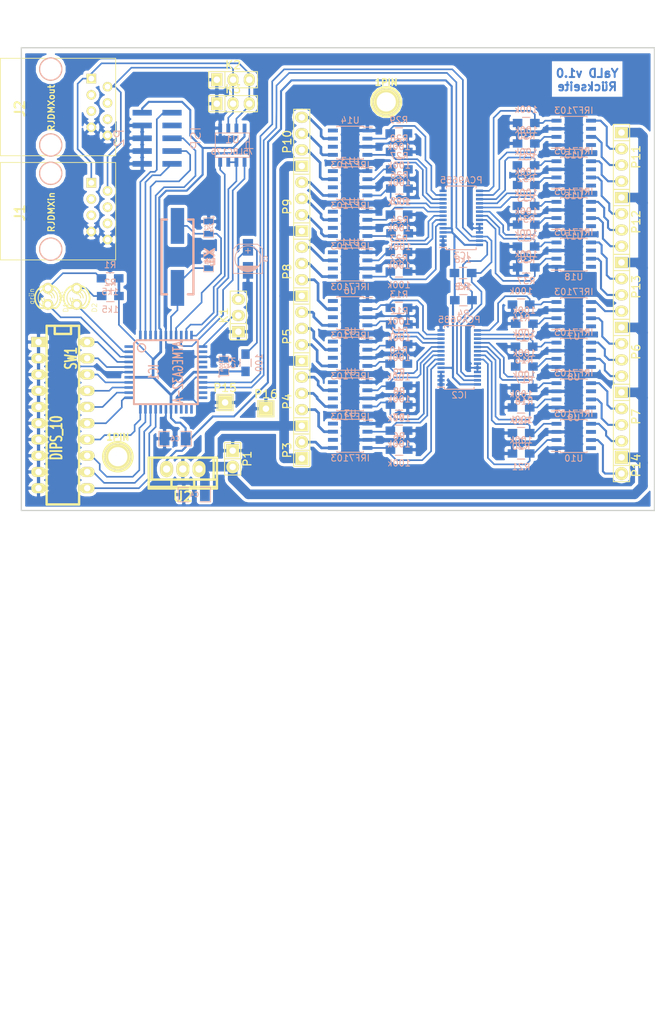
<source format=kicad_pcb>
(kicad_pcb (version 4) (host pcbnew 0.201411191847+5291~19~ubuntu14.04.1-product)
  (layers (0 F.Cu signal) (31 B.Cu signal) (34 B.Paste user) (35 F.Paste user) (36 B.SilkS user) (37 F.SilkS user) (38 B.Mask user) (39 F.Mask user) (44 Edge.Cuts user))
  (net 0 "")
  (net 1 GND)
  (net 2 "Net-(C1-Pad2)")
  (net 3 "Net-(C2-Pad2)")
  (net 4 "Net-(C3-Pad1)")
  (net 5 12V)
  (net 6 VCC)
  (net 7 "Net-(D1-Pad1)")
  (net 8 LEDgreen)
  (net 9 "Net-(D2-Pad1)")
  (net 10 LEDred)
  (net 11 "Net-(IC1-Pad44)")
  (net 12 "Net-(IC1-Pad13)")
  (net 13 INT1)
  (net 14 SCL)
  (net 15 SDA)
  (net 16 "Net-(IC1-Pad21)")
  (net 17 "Net-(IC1-Pad22)")
  (net 18 "Net-(IC1-Pad26)")
  (net 19 RXD)
  (net 20 "Net-(IC1-Pad25)")
  (net 21 "Net-(IC1-Pad24)")
  (net 22 TXD)
  (net 23 INT0)
  (net 24 "Net-(IC1-Pad23)")
  (net 25 "Net-(IC1-Pad29)")
  (net 26 RESET)
  (net 27 SCK)
  (net 28 MISO)
  (net 29 MOSI)
  (net 30 PWM0)
  (net 31 PWM1)
  (net 32 PWM2)
  (net 33 PWM3)
  (net 34 PWM4)
  (net 35 PWM5)
  (net 36 PWM6)
  (net 37 PWM7)
  (net 38 PWM8)
  (net 39 PWM9)
  (net 40 PWM10)
  (net 41 PWM11)
  (net 42 PWM12)
  (net 43 PWM13)
  (net 44 PWM14)
  (net 45 PWM15)
  (net 46 PWM16)
  (net 47 PWM17)
  (net 48 PWM18)
  (net 49 PWM19)
  (net 50 PWM20)
  (net 51 PWM21)
  (net 52 PWM22)
  (net 53 PWM23)
  (net 54 PWM24)
  (net 55 PWM25)
  (net 56 PWM26)
  (net 57 PWM27)
  (net 58 PWM28)
  (net 59 PWM29)
  (net 60 PWM30)
  (net 61 PWM31)
  (net 62 DMXminus)
  (net 63 DMXplus)
  (net 64 "Net-(P2-Pad3)")
  (net 65 OUT0)
  (net 66 OUT1)
  (net 67 OUT2)
  (net 68 OUT3)
  (net 69 OUT4)
  (net 70 OUT5)
  (net 71 OUT6)
  (net 72 OUT7)
  (net 73 OUT8)
  (net 74 OUT9)
  (net 75 OUT10)
  (net 76 OUT11)
  (net 77 OUT12)
  (net 78 OUT13)
  (net 79 OUT14)
  (net 80 OUT15)
  (net 81 OUT16)
  (net 82 OUT17)
  (net 83 OUT18)
  (net 84 OUT19)
  (net 85 OUT20)
  (net 86 OUT21)
  (net 87 OUT22)
  (net 88 OUT23)
  (net 89 OUT24)
  (net 90 OUT25)
  (net 91 OUT26)
  (net 92 OUT27)
  (net 93 OUT28)
  (net 94 OUT29)
  (net 95 OUT30)
  (net 96 OUT31)
  (net 97 "Net-(U3-Pad6)")
  (net 98 "Net-(U3-Pad8)")
  (net 99 "Net-(U4-Pad6)")
  (net 100 "Net-(U4-Pad8)")
  (net 101 "Net-(U5-Pad6)")
  (net 102 "Net-(U5-Pad8)")
  (net 103 "Net-(U6-Pad6)")
  (net 104 "Net-(U6-Pad8)")
  (net 105 "Net-(U7-Pad6)")
  (net 106 "Net-(U7-Pad8)")
  (net 107 "Net-(U8-Pad6)")
  (net 108 "Net-(U8-Pad8)")
  (net 109 "Net-(U9-Pad6)")
  (net 110 "Net-(U9-Pad8)")
  (net 111 "Net-(U10-Pad6)")
  (net 112 "Net-(U10-Pad8)")
  (net 113 "Net-(U11-Pad6)")
  (net 114 "Net-(U11-Pad8)")
  (net 115 "Net-(U12-Pad6)")
  (net 116 "Net-(U12-Pad8)")
  (net 117 "Net-(U13-Pad6)")
  (net 118 "Net-(U13-Pad8)")
  (net 119 "Net-(U14-Pad6)")
  (net 120 "Net-(U14-Pad8)")
  (net 121 "Net-(U15-Pad6)")
  (net 122 "Net-(U15-Pad8)")
  (net 123 "Net-(U16-Pad6)")
  (net 124 "Net-(U16-Pad8)")
  (net 125 "Net-(U17-Pad6)")
  (net 126 "Net-(U17-Pad8)")
  (net 127 "Net-(U18-Pad6)")
  (net 128 "Net-(U18-Pad8)")
  (net 129 DIP9)
  (net 130 DIP10)
  (net 131 DIP8)
  (net 132 DIP7)
  (net 133 DIP6)
  (net 134 DIP5)
  (net 135 DIP1)
  (net 136 DIP2)
  (net 137 DIP3)
  (net 138 DIP4)
  (net 139 "Net-(IC1-Pad16)")
  (net 140 "Net-(IC1-Pad15)")
  (net 141 "Net-(J1-Pad4)")
  (net 142 "Net-(J1-Pad5)")
  (net 143 "Net-(J2-Pad4)")
  (net 144 "Net-(J2-Pad5)")
  (net 145 "Net-(J1-Pad3)")
  (net 146 "Net-(J1-Pad6)")
  (net 147 "Net-(J2-Pad3)")
  (net 148 "Net-(J2-Pad6)")
  (module Connect:1pin (layer F.Cu) (at 40.5 88.1)
    (fp_text reference 1PIN (at 0 -3.048) (layer F.SilkS) (effects (font (size 1.016 1.016) (thickness 0.254))))
    (fp_text value P*** hide)
    (pad 1 thru_hole circle (at 0 0) (size 4.064 4.064) (drill 3) (layers *.Cu *.Mask F.SilkS))
  )
  (module Connect:1pin (layer F.Cu) (at 82.5 32.6)
    (fp_text reference 1PIN (at 0 -3.048) (layer F.SilkS) (effects (font (size 1.016 1.016) (thickness 0.254))))
    (fp_text value P*** hide)
    (pad 1 thru_hole circle (at 0 0) (size 4.064 4.064) (drill 3) (layers *.Cu *.Mask F.SilkS))
  )
  (module SMD_Packages:SMD-0805 (layer B.Cu) (at 54.71 57.65 270)
    (fp_text reference C1 (at 0 0.3175 270) (layer B.SilkS) (effects (font (size 0.50038 0.50038) (thickness 0.10922)) (justify mirror)))
    (fp_text value 22p (at 0 -0.381 270) (layer B.SilkS) (effects (font (size 0.50038 0.50038) (thickness 0.10922)) (justify mirror)))
    (pad 1 smd rect (at -0.9525 0 270) (size 0.889 1.397) (layers B.Cu B.Paste B.Mask) (net 1 GND))
    (pad 2 smd rect (at 0.9525 0 270) (size 0.889 1.397) (layers B.Cu B.Paste B.Mask) (net 2 "Net-(C1-Pad2)"))
  )
  (module SMD_Packages:SMD-0805 (layer B.Cu) (at 54.71 52.27 270)
    (fp_text reference C2 (at 0 0.3175 270) (layer B.SilkS) (effects (font (size 0.50038 0.50038) (thickness 0.10922)) (justify mirror)))
    (fp_text value 22p (at 0 -0.381 270) (layer B.SilkS) (effects (font (size 0.50038 0.50038) (thickness 0.10922)) (justify mirror)))
    (pad 1 smd rect (at -0.9525 0 270) (size 0.889 1.397) (layers B.Cu B.Paste B.Mask) (net 1 GND))
    (pad 2 smd rect (at 0.9525 0 270) (size 0.889 1.397) (layers B.Cu B.Paste B.Mask) (net 3 "Net-(C2-Pad2)"))
  )
  (module Capacitors_SMD:c_elec_4x5.7 (layer B.Cu) (at 60.86 57.15 90)
    (fp_text reference C3 (at 0 2.794 90) (layer B.SilkS) (effects (font (size 0.50038 0.50038) (thickness 0.11938)) (justify mirror)))
    (fp_text value 4µ7 hide)
    (pad 1 smd rect (at 1.80086 0 90) (size 2.60096 1.6002) (layers B.Cu B.Paste B.Mask) (net 4 "Net-(C3-Pad1)"))
    (pad 2 smd rect (at -1.80086 0 90) (size 2.60096 1.6002) (layers B.Cu B.Paste B.Mask) (net 1 GND))
  )
  (module SMD_Packages:SMD-1206 (layer B.Cu) (at 52.47 94.03 180)
    (fp_text reference C4 (at 0 0 180) (layer B.SilkS) (effects (font (size 0.762 0.762) (thickness 0.127)) (justify mirror)))
    (fp_text value 330n hide)
    (pad 1 smd rect (at -1.651 0 180) (size 1.524 2.032) (layers B.Cu B.Paste B.Mask) (net 5 12V))
    (pad 2 smd rect (at 1.651 0 180) (size 1.524 2.032) (layers B.Cu B.Paste B.Mask) (net 1 GND))
  )
  (module SMD_Packages:SMD-0805 (layer B.Cu) (at 57.1 73.9 90)
    (fp_text reference C5 (at 0 0.3175 90) (layer B.SilkS) (effects (font (size 0.50038 0.50038) (thickness 0.10922)) (justify mirror)))
    (fp_text value 100n (at 0 -0.381 90) (layer B.SilkS) (effects (font (size 0.50038 0.50038) (thickness 0.10922)) (justify mirror)))
    (pad 1 smd rect (at -0.9525 0 90) (size 0.889 1.397) (layers B.Cu B.Paste B.Mask) (net 6 VCC))
    (pad 2 smd rect (at 0.9525 0 90) (size 0.889 1.397) (layers B.Cu B.Paste B.Mask) (net 1 GND))
  )
  (module SMD_Packages:SMD-1206 (layer B.Cu) (at 49.46 85.29 180)
    (fp_text reference C6 (at 0 0 180) (layer B.SilkS) (effects (font (size 0.762 0.762) (thickness 0.127)) (justify mirror)))
    (fp_text value 100n hide)
    (pad 1 smd rect (at -1.651 0 180) (size 1.524 2.032) (layers B.Cu B.Paste B.Mask) (net 6 VCC))
    (pad 2 smd rect (at 1.651 0 180) (size 1.524 2.032) (layers B.Cu B.Paste B.Mask) (net 1 GND))
  )
  (module LEDs:LED-3MM (layer F.Cu) (at 29.56 63.02 270)
    (fp_text reference D1 (at 1.778 -2.794 270) (layer F.SilkS) (effects (font (size 0.762 0.762) (thickness 0.0889))))
    (fp_text value grün (at 0 2.54 270) (layer F.SilkS) (effects (font (size 0.762 0.762) (thickness 0.0889))))
    (pad 1 thru_hole circle (at -1.27 0 270) (size 1.6764 1.6764) (drill 1) (layers *.Cu *.Mask F.SilkS) (net 7 "Net-(D1-Pad1)"))
    (pad 2 thru_hole circle (at 1.27 0 270) (size 1.6764 1.6764) (drill 1) (layers *.Cu *.Mask F.SilkS) (net 8 LEDgreen))
  )
  (module LEDs:LED-3MM (layer F.Cu) (at 34.06 63.02 270)
    (fp_text reference D2 (at 1.778 -2.794 270) (layer F.SilkS) (effects (font (size 0.762 0.762) (thickness 0.0889))))
    (fp_text value rot (at 0 2.54 270) (layer F.SilkS) (effects (font (size 0.762 0.762) (thickness 0.0889))))
    (pad 1 thru_hole circle (at -1.27 0 270) (size 1.6764 1.6764) (drill 1) (layers *.Cu *.Mask F.SilkS) (net 9 "Net-(D2-Pad1)"))
    (pad 2 thru_hole circle (at 1.27 0 270) (size 1.6764 1.6764) (drill 1) (layers *.Cu *.Mask F.SilkS) (net 10 LEDred))
  )
  (module SMD_Packages:TQFP-44 (layer B.Cu) (at 48.02 74.88 270)
    (fp_text reference IC1 (at 0 1.905 270) (layer B.SilkS) (effects (font (size 1.524 1.016) (thickness 0.2032)) (justify mirror)))
    (fp_text value ATMEGA32-A (at 0 -1.905 270) (layer B.SilkS) (effects (font (size 1.524 1.016) (thickness 0.2032)) (justify mirror)))
    (pad 39 smd rect (at 0 5.715 270) (size 0.4064 1.524) (layers B.Cu B.Paste B.Mask) (net 1 GND))
    (pad 40 smd rect (at -0.8001 5.715 270) (size 0.4064 1.524) (layers B.Cu B.Paste B.Mask) (net 129 DIP9))
    (pad 41 smd rect (at -1.6002 5.715 270) (size 0.4064 1.524) (layers B.Cu B.Paste B.Mask) (net 130 DIP10))
    (pad 42 smd rect (at -2.4003 5.715 270) (size 0.4064 1.524) (layers B.Cu B.Paste B.Mask) (net 8 LEDgreen))
    (pad 43 smd rect (at -3.2004 5.715 270) (size 0.4064 1.524) (layers B.Cu B.Paste B.Mask) (net 10 LEDred))
    (pad 44 smd rect (at -4.0005 5.715 270) (size 0.4064 1.524) (layers B.Cu B.Paste B.Mask) (net 11 "Net-(IC1-Pad44)"))
    (pad 38 smd rect (at 0.8001 5.715 270) (size 0.4064 1.524) (layers B.Cu B.Paste B.Mask) (net 6 VCC))
    (pad 37 smd rect (at 1.6002 5.715 270) (size 0.4064 1.524) (layers B.Cu B.Paste B.Mask) (net 131 DIP8))
    (pad 36 smd rect (at 2.4003 5.715 270) (size 0.4064 1.524) (layers B.Cu B.Paste B.Mask) (net 132 DIP7))
    (pad 35 smd rect (at 3.2004 5.715 270) (size 0.4064 1.524) (layers B.Cu B.Paste B.Mask) (net 133 DIP6))
    (pad 34 smd rect (at 4.0005 5.715 270) (size 0.4064 1.524) (layers B.Cu B.Paste B.Mask) (net 134 DIP5))
    (pad 17 smd rect (at 0 -5.715 270) (size 0.4064 1.524) (layers B.Cu B.Paste B.Mask) (net 6 VCC))
    (pad 16 smd rect (at -0.8001 -5.715 270) (size 0.4064 1.524) (layers B.Cu B.Paste B.Mask) (net 139 "Net-(IC1-Pad16)"))
    (pad 15 smd rect (at -1.6002 -5.715 270) (size 0.4064 1.524) (layers B.Cu B.Paste B.Mask) (net 140 "Net-(IC1-Pad15)"))
    (pad 14 smd rect (at -2.4003 -5.715 270) (size 0.4064 1.524) (layers B.Cu B.Paste B.Mask) (net 1 GND))
    (pad 13 smd rect (at -3.2004 -5.715 270) (size 0.4064 1.524) (layers B.Cu B.Paste B.Mask) (net 12 "Net-(IC1-Pad13)"))
    (pad 12 smd rect (at -4.0005 -5.715 270) (size 0.4064 1.524) (layers B.Cu B.Paste B.Mask) (net 13 INT1))
    (pad 18 smd rect (at 0.8001 -5.715 270) (size 0.4064 1.524) (layers B.Cu B.Paste B.Mask) (net 1 GND))
    (pad 19 smd rect (at 1.6002 -5.715 270) (size 0.4064 1.524) (layers B.Cu B.Paste B.Mask) (net 14 SCL))
    (pad 20 smd rect (at 2.4003 -5.715 270) (size 0.4064 1.524) (layers B.Cu B.Paste B.Mask) (net 15 SDA))
    (pad 21 smd rect (at 3.2004 -5.715 270) (size 0.4064 1.524) (layers B.Cu B.Paste B.Mask) (net 16 "Net-(IC1-Pad21)"))
    (pad 22 smd rect (at 4.0005 -5.715 270) (size 0.4064 1.524) (layers B.Cu B.Paste B.Mask) (net 17 "Net-(IC1-Pad22)"))
    (pad 6 smd rect (at -5.715 0 270) (size 1.524 0.4064) (layers B.Cu B.Paste B.Mask) (net 1 GND))
    (pad 28 smd rect (at 5.715 0 270) (size 1.524 0.4064) (layers B.Cu B.Paste B.Mask) (net 1 GND))
    (pad 7 smd rect (at -5.715 -0.8001 270) (size 1.524 0.4064) (layers B.Cu B.Paste B.Mask) (net 2 "Net-(C1-Pad2)"))
    (pad 27 smd rect (at 5.715 -0.8001 270) (size 1.524 0.4064) (layers B.Cu B.Paste B.Mask) (net 6 VCC))
    (pad 26 smd rect (at 5.715 -1.6002 270) (size 1.524 0.4064) (layers B.Cu B.Paste B.Mask) (net 18 "Net-(IC1-Pad26)"))
    (pad 8 smd rect (at -5.715 -1.6002 270) (size 1.524 0.4064) (layers B.Cu B.Paste B.Mask) (net 3 "Net-(C2-Pad2)"))
    (pad 9 smd rect (at -5.715 -2.4003 270) (size 1.524 0.4064) (layers B.Cu B.Paste B.Mask) (net 19 RXD))
    (pad 25 smd rect (at 5.715 -2.4003 270) (size 1.524 0.4064) (layers B.Cu B.Paste B.Mask) (net 20 "Net-(IC1-Pad25)"))
    (pad 24 smd rect (at 5.715 -3.2004 270) (size 1.524 0.4064) (layers B.Cu B.Paste B.Mask) (net 21 "Net-(IC1-Pad24)"))
    (pad 10 smd rect (at -5.715 -3.2004 270) (size 1.524 0.4064) (layers B.Cu B.Paste B.Mask) (net 22 TXD))
    (pad 11 smd rect (at -5.715 -4.0005 270) (size 1.524 0.4064) (layers B.Cu B.Paste B.Mask) (net 23 INT0))
    (pad 23 smd rect (at 5.715 -4.0005 270) (size 1.524 0.4064) (layers B.Cu B.Paste B.Mask) (net 24 "Net-(IC1-Pad23)"))
    (pad 29 smd rect (at 5.715 0.8001 270) (size 1.524 0.4064) (layers B.Cu B.Paste B.Mask) (net 25 "Net-(IC1-Pad29)"))
    (pad 5 smd rect (at -5.715 0.8001 270) (size 1.524 0.4064) (layers B.Cu B.Paste B.Mask) (net 6 VCC))
    (pad 4 smd rect (at -5.715 1.6002 270) (size 1.524 0.4064) (layers B.Cu B.Paste B.Mask) (net 26 RESET))
    (pad 30 smd rect (at 5.715 1.6002 270) (size 1.524 0.4064) (layers B.Cu B.Paste B.Mask) (net 135 DIP1))
    (pad 31 smd rect (at 5.715 2.4003 270) (size 1.524 0.4064) (layers B.Cu B.Paste B.Mask) (net 136 DIP2))
    (pad 3 smd rect (at -5.715 2.4003 270) (size 1.524 0.4064) (layers B.Cu B.Paste B.Mask) (net 27 SCK))
    (pad 2 smd rect (at -5.715 3.2004 270) (size 1.524 0.4064) (layers B.Cu B.Paste B.Mask) (net 28 MISO))
    (pad 32 smd rect (at 5.715 3.2004 270) (size 1.524 0.4064) (layers B.Cu B.Paste B.Mask) (net 137 DIP3))
    (pad 33 smd rect (at 5.715 4.0005 270) (size 1.524 0.4064) (layers B.Cu B.Paste B.Mask) (net 138 DIP4))
    (pad 1 smd rect (at -5.715 4.0005 270) (size 1.524 0.4064) (layers B.Cu B.Paste B.Mask) (net 29 MOSI))
  )
  (module Housings_SSOP:TSSOP-28_4.4x9.7mm_Pitch0.65mm (layer B.Cu) (at 93.92 72.57)
    (fp_text reference IC2 (at 0 5.9) (layer B.SilkS) (effects (justify mirror)))
    (fp_text value PCA9685 (at 0 -5.9) (layer B.SilkS) (effects (justify mirror)))
    (pad 1 smd rect (at -2.85 4.225) (size 1.1 0.4) (layers B.Cu B.Paste B.Mask) (net 1 GND))
    (pad 2 smd rect (at -2.85 3.575) (size 1.1 0.4) (layers B.Cu B.Paste B.Mask) (net 1 GND))
    (pad 3 smd rect (at -2.85 2.925) (size 1.1 0.4) (layers B.Cu B.Paste B.Mask) (net 1 GND))
    (pad 4 smd rect (at -2.85 2.275) (size 1.1 0.4) (layers B.Cu B.Paste B.Mask) (net 1 GND))
    (pad 5 smd rect (at -2.85 1.625) (size 1.1 0.4) (layers B.Cu B.Paste B.Mask) (net 6 VCC))
    (pad 6 smd rect (at -2.85 0.975) (size 1.1 0.4) (layers B.Cu B.Paste B.Mask) (net 30 PWM0))
    (pad 7 smd rect (at -2.85 0.325) (size 1.1 0.4) (layers B.Cu B.Paste B.Mask) (net 31 PWM1))
    (pad 8 smd rect (at -2.85 -0.325) (size 1.1 0.4) (layers B.Cu B.Paste B.Mask) (net 32 PWM2))
    (pad 9 smd rect (at -2.85 -0.975) (size 1.1 0.4) (layers B.Cu B.Paste B.Mask) (net 33 PWM3))
    (pad 10 smd rect (at -2.85 -1.625) (size 1.1 0.4) (layers B.Cu B.Paste B.Mask) (net 34 PWM4))
    (pad 11 smd rect (at -2.85 -2.275) (size 1.1 0.4) (layers B.Cu B.Paste B.Mask) (net 35 PWM5))
    (pad 12 smd rect (at -2.85 -2.925) (size 1.1 0.4) (layers B.Cu B.Paste B.Mask) (net 36 PWM6))
    (pad 13 smd rect (at -2.85 -3.575) (size 1.1 0.4) (layers B.Cu B.Paste B.Mask) (net 37 PWM7))
    (pad 14 smd rect (at -2.85 -4.225) (size 1.1 0.4) (layers B.Cu B.Paste B.Mask) (net 1 GND))
    (pad 15 smd rect (at 2.85 -4.225) (size 1.1 0.4) (layers B.Cu B.Paste B.Mask) (net 38 PWM8))
    (pad 16 smd rect (at 2.85 -3.575) (size 1.1 0.4) (layers B.Cu B.Paste B.Mask) (net 39 PWM9))
    (pad 17 smd rect (at 2.85 -2.925) (size 1.1 0.4) (layers B.Cu B.Paste B.Mask) (net 40 PWM10))
    (pad 18 smd rect (at 2.85 -2.275) (size 1.1 0.4) (layers B.Cu B.Paste B.Mask) (net 41 PWM11))
    (pad 19 smd rect (at 2.85 -1.625) (size 1.1 0.4) (layers B.Cu B.Paste B.Mask) (net 42 PWM12))
    (pad 20 smd rect (at 2.85 -0.975) (size 1.1 0.4) (layers B.Cu B.Paste B.Mask) (net 43 PWM13))
    (pad 21 smd rect (at 2.85 -0.325) (size 1.1 0.4) (layers B.Cu B.Paste B.Mask) (net 44 PWM14))
    (pad 22 smd rect (at 2.85 0.325) (size 1.1 0.4) (layers B.Cu B.Paste B.Mask) (net 45 PWM15))
    (pad 23 smd rect (at 2.85 0.975) (size 1.1 0.4) (layers B.Cu B.Paste B.Mask) (net 1 GND))
    (pad 24 smd rect (at 2.85 1.625) (size 1.1 0.4) (layers B.Cu B.Paste B.Mask) (net 1 GND))
    (pad 25 smd rect (at 2.85 2.275) (size 1.1 0.4) (layers B.Cu B.Paste B.Mask) (net 1 GND))
    (pad 26 smd rect (at 2.85 2.925) (size 1.1 0.4) (layers B.Cu B.Paste B.Mask) (net 14 SCL))
    (pad 27 smd rect (at 2.85 3.575) (size 1.1 0.4) (layers B.Cu B.Paste B.Mask) (net 15 SDA))
    (pad 28 smd rect (at 2.85 4.225) (size 1.1 0.4) (layers B.Cu B.Paste B.Mask) (net 6 VCC))
  )
  (module Housings_SSOP:TSSOP-28_4.4x9.7mm_Pitch0.65mm (layer B.Cu) (at 94.24 50.74)
    (fp_text reference IC3 (at 0 5.9) (layer B.SilkS) (effects (justify mirror)))
    (fp_text value PCA9685 (at 0 -5.9) (layer B.SilkS) (effects (justify mirror)))
    (pad 1 smd rect (at -2.85 4.225) (size 1.1 0.4) (layers B.Cu B.Paste B.Mask) (net 1 GND))
    (pad 2 smd rect (at -2.85 3.575) (size 1.1 0.4) (layers B.Cu B.Paste B.Mask) (net 1 GND))
    (pad 3 smd rect (at -2.85 2.925) (size 1.1 0.4) (layers B.Cu B.Paste B.Mask) (net 1 GND))
    (pad 4 smd rect (at -2.85 2.275) (size 1.1 0.4) (layers B.Cu B.Paste B.Mask) (net 6 VCC))
    (pad 5 smd rect (at -2.85 1.625) (size 1.1 0.4) (layers B.Cu B.Paste B.Mask) (net 6 VCC))
    (pad 6 smd rect (at -2.85 0.975) (size 1.1 0.4) (layers B.Cu B.Paste B.Mask) (net 46 PWM16))
    (pad 7 smd rect (at -2.85 0.325) (size 1.1 0.4) (layers B.Cu B.Paste B.Mask) (net 47 PWM17))
    (pad 8 smd rect (at -2.85 -0.325) (size 1.1 0.4) (layers B.Cu B.Paste B.Mask) (net 48 PWM18))
    (pad 9 smd rect (at -2.85 -0.975) (size 1.1 0.4) (layers B.Cu B.Paste B.Mask) (net 49 PWM19))
    (pad 10 smd rect (at -2.85 -1.625) (size 1.1 0.4) (layers B.Cu B.Paste B.Mask) (net 50 PWM20))
    (pad 11 smd rect (at -2.85 -2.275) (size 1.1 0.4) (layers B.Cu B.Paste B.Mask) (net 51 PWM21))
    (pad 12 smd rect (at -2.85 -2.925) (size 1.1 0.4) (layers B.Cu B.Paste B.Mask) (net 52 PWM22))
    (pad 13 smd rect (at -2.85 -3.575) (size 1.1 0.4) (layers B.Cu B.Paste B.Mask) (net 53 PWM23))
    (pad 14 smd rect (at -2.85 -4.225) (size 1.1 0.4) (layers B.Cu B.Paste B.Mask) (net 1 GND))
    (pad 15 smd rect (at 2.85 -4.225) (size 1.1 0.4) (layers B.Cu B.Paste B.Mask) (net 54 PWM24))
    (pad 16 smd rect (at 2.85 -3.575) (size 1.1 0.4) (layers B.Cu B.Paste B.Mask) (net 55 PWM25))
    (pad 17 smd rect (at 2.85 -2.925) (size 1.1 0.4) (layers B.Cu B.Paste B.Mask) (net 56 PWM26))
    (pad 18 smd rect (at 2.85 -2.275) (size 1.1 0.4) (layers B.Cu B.Paste B.Mask) (net 57 PWM27))
    (pad 19 smd rect (at 2.85 -1.625) (size 1.1 0.4) (layers B.Cu B.Paste B.Mask) (net 58 PWM28))
    (pad 20 smd rect (at 2.85 -0.975) (size 1.1 0.4) (layers B.Cu B.Paste B.Mask) (net 59 PWM29))
    (pad 21 smd rect (at 2.85 -0.325) (size 1.1 0.4) (layers B.Cu B.Paste B.Mask) (net 60 PWM30))
    (pad 22 smd rect (at 2.85 0.325) (size 1.1 0.4) (layers B.Cu B.Paste B.Mask) (net 61 PWM31))
    (pad 23 smd rect (at 2.85 0.975) (size 1.1 0.4) (layers B.Cu B.Paste B.Mask) (net 1 GND))
    (pad 24 smd rect (at 2.85 1.625) (size 1.1 0.4) (layers B.Cu B.Paste B.Mask) (net 1 GND))
    (pad 25 smd rect (at 2.85 2.275) (size 1.1 0.4) (layers B.Cu B.Paste B.Mask) (net 1 GND))
    (pad 26 smd rect (at 2.85 2.925) (size 1.1 0.4) (layers B.Cu B.Paste B.Mask) (net 14 SCL))
    (pad 27 smd rect (at 2.85 3.575) (size 1.1 0.4) (layers B.Cu B.Paste B.Mask) (net 15 SDA))
    (pad 28 smd rect (at 2.85 4.225) (size 1.1 0.4) (layers B.Cu B.Paste B.Mask) (net 6 VCC))
  )
  (module Pin_Headers:Pin_Header_Straight_1x03 (layer F.Cu) (at 59.36 66.01 90)
    (fp_text reference K1 (at 0 -2.286 90) (layer F.SilkS) (effects (font (size 1.27 1.27) (thickness 0.2032))))
    (fp_text value IR_RCV hide)
    (pad 1 thru_hole rect (at -2.54 0 90) (size 1.7272 2.032) (drill 1.016) (layers *.Cu *.Mask F.SilkS) (net 1 GND))
    (pad 2 thru_hole oval (at 0 0 90) (size 1.7272 2.032) (drill 1.016) (layers *.Cu *.Mask F.SilkS) (net 13 INT1))
    (pad 3 thru_hole oval (at 2.54 0 90) (size 1.7272 2.032) (drill 1.016) (layers *.Cu *.Mask F.SilkS) (net 4 "Net-(C3-Pad1)"))
  )
  (module Pin_Headers:Pin_Header_Straight_1x03 (layer F.Cu) (at 58.53 29.13)
    (fp_text reference K2 (at 0 -2.286) (layer F.SilkS) (effects (font (size 1.27 1.27) (thickness 0.2032))))
    (fp_text value DMXin hide)
    (pad 1 thru_hole rect (at -2.54 0) (size 1.7272 2.032) (drill 1.016) (layers *.Cu *.Mask F.SilkS) (net 1 GND))
    (pad 2 thru_hole oval (at 0 0) (size 1.7272 2.032) (drill 1.016) (layers *.Cu *.Mask F.SilkS) (net 62 DMXminus))
    (pad 3 thru_hole oval (at 2.54 0) (size 1.7272 2.032) (drill 1.016) (layers *.Cu *.Mask F.SilkS) (net 63 DMXplus))
  )
  (module Pin_Headers:Pin_Header_Straight_1x03 (layer F.Cu) (at 58.53 32.88)
    (fp_text reference K3 (at 0 -2.286) (layer F.SilkS) (effects (font (size 1.27 1.27) (thickness 0.2032))))
    (fp_text value DMXout hide)
    (pad 1 thru_hole rect (at -2.54 0) (size 1.7272 2.032) (drill 1.016) (layers *.Cu *.Mask F.SilkS) (net 1 GND))
    (pad 2 thru_hole oval (at 0 0) (size 1.7272 2.032) (drill 1.016) (layers *.Cu *.Mask F.SilkS) (net 62 DMXminus))
    (pad 3 thru_hole oval (at 2.54 0) (size 1.7272 2.032) (drill 1.016) (layers *.Cu *.Mask F.SilkS) (net 63 DMXplus))
  )
  (module Pin_Headers:Pin_Header_Straight_1x02 (layer F.Cu) (at 58.47 88.43 270)
    (fp_text reference P1 (at 0 -2.286 270) (layer F.SilkS) (effects (font (size 1.27 1.27) (thickness 0.2032))))
    (fp_text value PWR_IN hide)
    (pad 1 thru_hole rect (at -1.27 0 270) (size 2.032 2.032) (drill 1.016) (layers *.Cu *.Mask F.SilkS) (net 1 GND))
    (pad 2 thru_hole oval (at 1.27 0 270) (size 2.032 2.032) (drill 1.016) (layers *.Cu *.Mask F.SilkS) (net 5 12V))
  )
  (module Pin_Headers:Pin_Header_Straight_1x04 (layer F.Cu) (at 69.28 79.47 90)
    (fp_text reference P4 (at 0 -2.286 90) (layer F.SilkS) (effects (font (size 1.27 1.27) (thickness 0.2032))))
    (fp_text value CONN_01X04 hide)
    (pad 1 thru_hole rect (at -3.81 0 90) (size 1.7272 2.032) (drill 1.016) (layers *.Cu *.Mask F.SilkS) (net 5 12V))
    (pad 2 thru_hole oval (at -1.27 0 90) (size 1.7272 2.032) (drill 1.016) (layers *.Cu *.Mask F.SilkS) (net 66 OUT1))
    (pad 3 thru_hole oval (at 1.27 0 90) (size 1.7272 2.032) (drill 1.016) (layers *.Cu *.Mask F.SilkS) (net 67 OUT2))
    (pad 4 thru_hole oval (at 3.81 0 90) (size 1.7272 2.032) (drill 1.016) (layers *.Cu *.Mask F.SilkS) (net 68 OUT3))
  )
  (module Pin_Headers:Pin_Header_Straight_1x04 (layer F.Cu) (at 69.28 69.31 90)
    (fp_text reference P5 (at 0 -2.286 90) (layer F.SilkS) (effects (font (size 1.27 1.27) (thickness 0.2032))))
    (fp_text value CONN_01X04 hide)
    (pad 1 thru_hole rect (at -3.81 0 90) (size 1.7272 2.032) (drill 1.016) (layers *.Cu *.Mask F.SilkS) (net 5 12V))
    (pad 2 thru_hole oval (at -1.27 0 90) (size 1.7272 2.032) (drill 1.016) (layers *.Cu *.Mask F.SilkS) (net 69 OUT4))
    (pad 3 thru_hole oval (at 1.27 0 90) (size 1.7272 2.032) (drill 1.016) (layers *.Cu *.Mask F.SilkS) (net 70 OUT5))
    (pad 4 thru_hole oval (at 3.81 0 90) (size 1.7272 2.032) (drill 1.016) (layers *.Cu *.Mask F.SilkS) (net 71 OUT6))
  )
  (module Pin_Headers:Pin_Header_Straight_1x04 (layer F.Cu) (at 119.31 71.69 270)
    (fp_text reference P6 (at 0 -2.286 270) (layer F.SilkS) (effects (font (size 1.27 1.27) (thickness 0.2032))))
    (fp_text value CONN_01X04 hide)
    (pad 1 thru_hole rect (at -3.81 0 270) (size 1.7272 2.032) (drill 1.016) (layers *.Cu *.Mask F.SilkS) (net 5 12V))
    (pad 2 thru_hole oval (at -1.27 0 270) (size 1.7272 2.032) (drill 1.016) (layers *.Cu *.Mask F.SilkS) (net 74 OUT9))
    (pad 3 thru_hole oval (at 1.27 0 270) (size 1.7272 2.032) (drill 1.016) (layers *.Cu *.Mask F.SilkS) (net 75 OUT10))
    (pad 4 thru_hole oval (at 3.81 0 270) (size 1.7272 2.032) (drill 1.016) (layers *.Cu *.Mask F.SilkS) (net 76 OUT11))
  )
  (module Pin_Headers:Pin_Header_Straight_1x04 (layer F.Cu) (at 119.31 81.85 270)
    (fp_text reference P7 (at 0 -2.286 270) (layer F.SilkS) (effects (font (size 1.27 1.27) (thickness 0.2032))))
    (fp_text value CONN_01X04 hide)
    (pad 1 thru_hole rect (at -3.81 0 270) (size 1.7272 2.032) (drill 1.016) (layers *.Cu *.Mask F.SilkS) (net 5 12V))
    (pad 2 thru_hole oval (at -1.27 0 270) (size 1.7272 2.032) (drill 1.016) (layers *.Cu *.Mask F.SilkS) (net 77 OUT12))
    (pad 3 thru_hole oval (at 1.27 0 270) (size 1.7272 2.032) (drill 1.016) (layers *.Cu *.Mask F.SilkS) (net 78 OUT13))
    (pad 4 thru_hole oval (at 3.81 0 270) (size 1.7272 2.032) (drill 1.016) (layers *.Cu *.Mask F.SilkS) (net 79 OUT14))
  )
  (module Pin_Headers:Pin_Header_Straight_1x04 (layer F.Cu) (at 69.28 59.15 90)
    (fp_text reference P8 (at 0 -2.286 90) (layer F.SilkS) (effects (font (size 1.27 1.27) (thickness 0.2032))))
    (fp_text value CONN_01X04 hide)
    (pad 1 thru_hole rect (at -3.81 0 90) (size 1.7272 2.032) (drill 1.016) (layers *.Cu *.Mask F.SilkS) (net 5 12V))
    (pad 2 thru_hole oval (at -1.27 0 90) (size 1.7272 2.032) (drill 1.016) (layers *.Cu *.Mask F.SilkS) (net 72 OUT7))
    (pad 3 thru_hole oval (at 1.27 0 90) (size 1.7272 2.032) (drill 1.016) (layers *.Cu *.Mask F.SilkS) (net 81 OUT16))
    (pad 4 thru_hole oval (at 3.81 0 90) (size 1.7272 2.032) (drill 1.016) (layers *.Cu *.Mask F.SilkS) (net 82 OUT17))
  )
  (module Pin_Headers:Pin_Header_Straight_1x04 (layer F.Cu) (at 69.28 48.99 90)
    (fp_text reference P9 (at 0 -2.286 90) (layer F.SilkS) (effects (font (size 1.27 1.27) (thickness 0.2032))))
    (fp_text value CONN_01X04 hide)
    (pad 1 thru_hole rect (at -3.81 0 90) (size 1.7272 2.032) (drill 1.016) (layers *.Cu *.Mask F.SilkS) (net 5 12V))
    (pad 2 thru_hole oval (at -1.27 0 90) (size 1.7272 2.032) (drill 1.016) (layers *.Cu *.Mask F.SilkS) (net 83 OUT18))
    (pad 3 thru_hole oval (at 1.27 0 90) (size 1.7272 2.032) (drill 1.016) (layers *.Cu *.Mask F.SilkS) (net 84 OUT19))
    (pad 4 thru_hole oval (at 3.81 0 90) (size 1.7272 2.032) (drill 1.016) (layers *.Cu *.Mask F.SilkS) (net 85 OUT20))
  )
  (module Pin_Headers:Pin_Header_Straight_1x04 (layer F.Cu) (at 69.28 38.83 90)
    (fp_text reference P10 (at 0 -2.286 90) (layer F.SilkS) (effects (font (size 1.27 1.27) (thickness 0.2032))))
    (fp_text value CONN_01X04 hide)
    (pad 1 thru_hole rect (at -3.81 0 90) (size 1.7272 2.032) (drill 1.016) (layers *.Cu *.Mask F.SilkS) (net 5 12V))
    (pad 2 thru_hole oval (at -1.27 0 90) (size 1.7272 2.032) (drill 1.016) (layers *.Cu *.Mask F.SilkS) (net 86 OUT21))
    (pad 3 thru_hole oval (at 1.27 0 90) (size 1.7272 2.032) (drill 1.016) (layers *.Cu *.Mask F.SilkS) (net 87 OUT22))
    (pad 4 thru_hole oval (at 3.81 0 90) (size 1.7272 2.032) (drill 1.016) (layers *.Cu *.Mask F.SilkS) (net 88 OUT23))
  )
  (module Pin_Headers:Pin_Header_Straight_1x04 (layer F.Cu) (at 119.31 41.21 270)
    (fp_text reference P11 (at 0 -2.286 270) (layer F.SilkS) (effects (font (size 1.27 1.27) (thickness 0.2032))))
    (fp_text value CONN_01X04 hide)
    (pad 1 thru_hole rect (at -3.81 0 270) (size 1.7272 2.032) (drill 1.016) (layers *.Cu *.Mask F.SilkS) (net 5 12V))
    (pad 2 thru_hole oval (at -1.27 0 270) (size 1.7272 2.032) (drill 1.016) (layers *.Cu *.Mask F.SilkS) (net 89 OUT24))
    (pad 3 thru_hole oval (at 1.27 0 270) (size 1.7272 2.032) (drill 1.016) (layers *.Cu *.Mask F.SilkS) (net 90 OUT25))
    (pad 4 thru_hole oval (at 3.81 0 270) (size 1.7272 2.032) (drill 1.016) (layers *.Cu *.Mask F.SilkS) (net 91 OUT26))
  )
  (module Pin_Headers:Pin_Header_Straight_1x04 (layer F.Cu) (at 119.31 51.37 270)
    (fp_text reference P12 (at 0 -2.286 270) (layer F.SilkS) (effects (font (size 1.27 1.27) (thickness 0.2032))))
    (fp_text value CONN_01X04 hide)
    (pad 1 thru_hole rect (at -3.81 0 270) (size 1.7272 2.032) (drill 1.016) (layers *.Cu *.Mask F.SilkS) (net 5 12V))
    (pad 2 thru_hole oval (at -1.27 0 270) (size 1.7272 2.032) (drill 1.016) (layers *.Cu *.Mask F.SilkS) (net 92 OUT27))
    (pad 3 thru_hole oval (at 1.27 0 270) (size 1.7272 2.032) (drill 1.016) (layers *.Cu *.Mask F.SilkS) (net 93 OUT28))
    (pad 4 thru_hole oval (at 3.81 0 270) (size 1.7272 2.032) (drill 1.016) (layers *.Cu *.Mask F.SilkS) (net 94 OUT29))
  )
  (module Pin_Headers:Pin_Header_Straight_1x04 (layer F.Cu) (at 119.31 61.53 270)
    (fp_text reference P13 (at 0 -2.286 270) (layer F.SilkS) (effects (font (size 1.27 1.27) (thickness 0.2032))))
    (fp_text value CONN_01X04 hide)
    (pad 1 thru_hole rect (at -3.81 0 270) (size 1.7272 2.032) (drill 1.016) (layers *.Cu *.Mask F.SilkS) (net 5 12V))
    (pad 2 thru_hole oval (at -1.27 0 270) (size 1.7272 2.032) (drill 1.016) (layers *.Cu *.Mask F.SilkS) (net 95 OUT30))
    (pad 3 thru_hole oval (at 1.27 0 270) (size 1.7272 2.032) (drill 1.016) (layers *.Cu *.Mask F.SilkS) (net 96 OUT31))
    (pad 4 thru_hole oval (at 3.81 0 270) (size 1.7272 2.032) (drill 1.016) (layers *.Cu *.Mask F.SilkS) (net 73 OUT8))
  )
  (module Resistors_SMD:R_0805_HandSoldering (layer B.Cu) (at 39.29 60.2 180)
    (fp_text reference R1 (at 0 2.1 180) (layer B.SilkS) (effects (justify mirror)))
    (fp_text value 1k5 (at 0 -2.1 180) (layer B.SilkS) (effects (justify mirror)))
    (pad 1 smd rect (at -1.35 0 180) (size 1.5 1.3) (layers B.Cu B.Paste B.Mask) (net 6 VCC))
    (pad 2 smd rect (at 1.35 0 180) (size 1.5 1.3) (layers B.Cu B.Paste B.Mask) (net 7 "Net-(D1-Pad1)"))
  )
  (module Resistors_SMD:R_0805_HandSoldering (layer B.Cu) (at 39.32 62.97 180)
    (fp_text reference R2 (at 0 2.1 180) (layer B.SilkS) (effects (justify mirror)))
    (fp_text value 1k5 (at 0 -2.1 180) (layer B.SilkS) (effects (justify mirror)))
    (pad 1 smd rect (at -1.35 0 180) (size 1.5 1.3) (layers B.Cu B.Paste B.Mask) (net 6 VCC))
    (pad 2 smd rect (at 1.35 0 180) (size 1.5 1.3) (layers B.Cu B.Paste B.Mask) (net 9 "Net-(D2-Pad1)"))
  )
  (module Resistors_SMD:R_0805_HandSoldering (layer B.Cu) (at 60.48 73.41 270)
    (fp_text reference R3 (at 0 2.1 270) (layer B.SilkS) (effects (justify mirror)))
    (fp_text value 100 (at 0 -2.1 270) (layer B.SilkS) (effects (justify mirror)))
    (pad 1 smd rect (at -1.35 0 270) (size 1.5 1.3) (layers B.Cu B.Paste B.Mask) (net 4 "Net-(C3-Pad1)"))
    (pad 2 smd rect (at 1.35 0 270) (size 1.5 1.3) (layers B.Cu B.Paste B.Mask) (net 6 VCC))
  )
  (module Resistors_SMD:R_0805_HandSoldering (layer B.Cu) (at 94.57 63.62)
    (fp_text reference R4 (at 0 2.1) (layer B.SilkS) (effects (justify mirror)))
    (fp_text value 1k8 (at 0 -2.1) (layer B.SilkS) (effects (justify mirror)))
    (pad 1 smd rect (at -1.35 0) (size 1.5 1.3) (layers B.Cu B.Paste B.Mask) (net 6 VCC))
    (pad 2 smd rect (at 1.35 0) (size 1.5 1.3) (layers B.Cu B.Paste B.Mask) (net 15 SDA))
  )
  (module Resistors_SMD:R_0805_HandSoldering (layer B.Cu) (at 94.52 59.37)
    (fp_text reference R5 (at 0 2.1) (layer B.SilkS) (effects (justify mirror)))
    (fp_text value 1k8 (at 0 -2.1) (layer B.SilkS) (effects (justify mirror)))
    (pad 1 smd rect (at -1.35 0) (size 1.5 1.3) (layers B.Cu B.Paste B.Mask) (net 6 VCC))
    (pad 2 smd rect (at 1.35 0) (size 1.5 1.3) (layers B.Cu B.Paste B.Mask) (net 14 SCL))
  )
  (module Resistors_SMD:R_0805_HandSoldering (layer B.Cu) (at 84.51 87.01 180)
    (fp_text reference R6 (at 0 2.1 180) (layer B.SilkS) (effects (justify mirror)))
    (fp_text value 100k (at 0 -2.1 180) (layer B.SilkS) (effects (justify mirror)))
    (pad 1 smd rect (at -1.35 0 180) (size 1.5 1.3) (layers B.Cu B.Paste B.Mask) (net 1 GND))
    (pad 2 smd rect (at 1.35 0 180) (size 1.5 1.3) (layers B.Cu B.Paste B.Mask) (net 30 PWM0))
  )
  (module Resistors_SMD:R_0805_HandSoldering (layer B.Cu) (at 84.49 84.03 180)
    (fp_text reference R7 (at 0 2.1 180) (layer B.SilkS) (effects (justify mirror)))
    (fp_text value 100k (at 0 -2.1 180) (layer B.SilkS) (effects (justify mirror)))
    (pad 1 smd rect (at -1.35 0 180) (size 1.5 1.3) (layers B.Cu B.Paste B.Mask) (net 1 GND))
    (pad 2 smd rect (at 1.35 0 180) (size 1.5 1.3) (layers B.Cu B.Paste B.Mask) (net 31 PWM1))
  )
  (module Resistors_SMD:R_0805_HandSoldering (layer B.Cu) (at 84.51 79.96 180)
    (fp_text reference R8 (at 0 2.1 180) (layer B.SilkS) (effects (justify mirror)))
    (fp_text value 100k (at 0 -2.1 180) (layer B.SilkS) (effects (justify mirror)))
    (pad 1 smd rect (at -1.35 0 180) (size 1.5 1.3) (layers B.Cu B.Paste B.Mask) (net 1 GND))
    (pad 2 smd rect (at 1.35 0 180) (size 1.5 1.3) (layers B.Cu B.Paste B.Mask) (net 32 PWM2))
  )
  (module Resistors_SMD:R_0805_HandSoldering (layer B.Cu) (at 84.5 77 180)
    (fp_text reference R9 (at 0 2.1 180) (layer B.SilkS) (effects (justify mirror)))
    (fp_text value 100k (at 0 -2.1 180) (layer B.SilkS) (effects (justify mirror)))
    (pad 1 smd rect (at -1.35 0 180) (size 1.5 1.3) (layers B.Cu B.Paste B.Mask) (net 1 GND))
    (pad 2 smd rect (at 1.35 0 180) (size 1.5 1.3) (layers B.Cu B.Paste B.Mask) (net 33 PWM3))
  )
  (module Resistors_SMD:R_0805_HandSoldering (layer B.Cu) (at 84.46 73.55 180)
    (fp_text reference R10 (at 0 2.1 180) (layer B.SilkS) (effects (justify mirror)))
    (fp_text value 100k (at 0 -2.1 180) (layer B.SilkS) (effects (justify mirror)))
    (pad 1 smd rect (at -1.35 0 180) (size 1.5 1.3) (layers B.Cu B.Paste B.Mask) (net 1 GND))
    (pad 2 smd rect (at 1.35 0 180) (size 1.5 1.3) (layers B.Cu B.Paste B.Mask) (net 34 PWM4))
  )
  (module Resistors_SMD:R_0805_HandSoldering (layer B.Cu) (at 84.5 70.5 180)
    (fp_text reference R11 (at 0 2.1 180) (layer B.SilkS) (effects (justify mirror)))
    (fp_text value 100k (at 0 -2.1 180) (layer B.SilkS) (effects (justify mirror)))
    (pad 1 smd rect (at -1.35 0 180) (size 1.5 1.3) (layers B.Cu B.Paste B.Mask) (net 1 GND))
    (pad 2 smd rect (at 1.35 0 180) (size 1.5 1.3) (layers B.Cu B.Paste B.Mask) (net 35 PWM5))
  )
  (module Resistors_SMD:R_0805_HandSoldering (layer B.Cu) (at 84.53 67.4 180)
    (fp_text reference R12 (at 0 2.1 180) (layer B.SilkS) (effects (justify mirror)))
    (fp_text value 100k (at 0 -2.1 180) (layer B.SilkS) (effects (justify mirror)))
    (pad 1 smd rect (at -1.35 0 180) (size 1.5 1.3) (layers B.Cu B.Paste B.Mask) (net 1 GND))
    (pad 2 smd rect (at 1.35 0 180) (size 1.5 1.3) (layers B.Cu B.Paste B.Mask) (net 36 PWM6))
  )
  (module Resistors_SMD:R_0805_HandSoldering (layer B.Cu) (at 84.49 64.81 180)
    (fp_text reference R13 (at 0 2.1 180) (layer B.SilkS) (effects (justify mirror)))
    (fp_text value 100k (at 0 -2.1 180) (layer B.SilkS) (effects (justify mirror)))
    (pad 1 smd rect (at -1.35 0 180) (size 1.5 1.3) (layers B.Cu B.Paste B.Mask) (net 1 GND))
    (pad 2 smd rect (at 1.35 0 180) (size 1.5 1.3) (layers B.Cu B.Paste B.Mask) (net 37 PWM7))
  )
  (module Resistors_SMD:R_0805_HandSoldering (layer B.Cu) (at 103.6 64.3)
    (fp_text reference R14 (at 0 2.1) (layer B.SilkS) (effects (justify mirror)))
    (fp_text value 100k (at 0 -2.1) (layer B.SilkS) (effects (justify mirror)))
    (pad 1 smd rect (at -1.35 0) (size 1.5 1.3) (layers B.Cu B.Paste B.Mask) (net 1 GND))
    (pad 2 smd rect (at 1.35 0) (size 1.5 1.3) (layers B.Cu B.Paste B.Mask) (net 38 PWM8))
  )
  (module Resistors_SMD:R_0805_HandSoldering (layer B.Cu) (at 104.1 67.3)
    (fp_text reference R15 (at 0 2.1) (layer B.SilkS) (effects (justify mirror)))
    (fp_text value 100k (at 0 -2.1) (layer B.SilkS) (effects (justify mirror)))
    (pad 1 smd rect (at -1.35 0) (size 1.5 1.3) (layers B.Cu B.Paste B.Mask) (net 1 GND))
    (pad 2 smd rect (at 1.35 0) (size 1.5 1.3) (layers B.Cu B.Paste B.Mask) (net 39 PWM9))
  )
  (module Resistors_SMD:R_0805_HandSoldering (layer B.Cu) (at 104.07 70.89)
    (fp_text reference R16 (at 0 2.1) (layer B.SilkS) (effects (justify mirror)))
    (fp_text value 100k (at 0 -2.1) (layer B.SilkS) (effects (justify mirror)))
    (pad 1 smd rect (at -1.35 0) (size 1.5 1.3) (layers B.Cu B.Paste B.Mask) (net 1 GND))
    (pad 2 smd rect (at 1.35 0) (size 1.5 1.3) (layers B.Cu B.Paste B.Mask) (net 40 PWM10))
  )
  (module Resistors_SMD:R_0805_HandSoldering (layer B.Cu) (at 104.1 74)
    (fp_text reference R17 (at 0 2.1) (layer B.SilkS) (effects (justify mirror)))
    (fp_text value 100k (at 0 -2.1) (layer B.SilkS) (effects (justify mirror)))
    (pad 1 smd rect (at -1.35 0) (size 1.5 1.3) (layers B.Cu B.Paste B.Mask) (net 1 GND))
    (pad 2 smd rect (at 1.35 0) (size 1.5 1.3) (layers B.Cu B.Paste B.Mask) (net 41 PWM11))
  )
  (module Resistors_SMD:R_0805_HandSoldering (layer B.Cu) (at 104.07 77.34)
    (fp_text reference R18 (at 0 2.1) (layer B.SilkS) (effects (justify mirror)))
    (fp_text value 100k (at 0 -2.1) (layer B.SilkS) (effects (justify mirror)))
    (pad 1 smd rect (at -1.35 0) (size 1.5 1.3) (layers B.Cu B.Paste B.Mask) (net 1 GND))
    (pad 2 smd rect (at 1.35 0) (size 1.5 1.3) (layers B.Cu B.Paste B.Mask) (net 42 PWM12))
  )
  (module Resistors_SMD:R_0805_HandSoldering (layer B.Cu) (at 103.6 80.4)
    (fp_text reference R19 (at 0 2.1) (layer B.SilkS) (effects (justify mirror)))
    (fp_text value 100k (at 0 -2.1) (layer B.SilkS) (effects (justify mirror)))
    (pad 1 smd rect (at -1.35 0) (size 1.5 1.3) (layers B.Cu B.Paste B.Mask) (net 1 GND))
    (pad 2 smd rect (at 1.35 0) (size 1.5 1.3) (layers B.Cu B.Paste B.Mask) (net 43 PWM13))
  )
  (module Resistors_SMD:R_0805_HandSoldering (layer B.Cu) (at 103.6 84.4)
    (fp_text reference R20 (at 0 2.1) (layer B.SilkS) (effects (justify mirror)))
    (fp_text value 100k (at 0 -2.1) (layer B.SilkS) (effects (justify mirror)))
    (pad 1 smd rect (at -1.35 0) (size 1.5 1.3) (layers B.Cu B.Paste B.Mask) (net 1 GND))
    (pad 2 smd rect (at 1.35 0) (size 1.5 1.3) (layers B.Cu B.Paste B.Mask) (net 44 PWM14))
  )
  (module Resistors_SMD:R_0805_HandSoldering (layer B.Cu) (at 103.6 87.6)
    (fp_text reference R21 (at 0 2.1) (layer B.SilkS) (effects (justify mirror)))
    (fp_text value 100k (at 0 -2.1) (layer B.SilkS) (effects (justify mirror)))
    (pad 1 smd rect (at -1.35 0) (size 1.5 1.3) (layers B.Cu B.Paste B.Mask) (net 1 GND))
    (pad 2 smd rect (at 1.35 0) (size 1.5 1.3) (layers B.Cu B.Paste B.Mask) (net 45 PWM15))
  )
  (module Resistors_SMD:R_0805_HandSoldering (layer B.Cu) (at 84.49 59.13 180)
    (fp_text reference R22 (at 0 2.1 180) (layer B.SilkS) (effects (justify mirror)))
    (fp_text value 100k (at 0 -2.1 180) (layer B.SilkS) (effects (justify mirror)))
    (pad 1 smd rect (at -1.35 0 180) (size 1.5 1.3) (layers B.Cu B.Paste B.Mask) (net 1 GND))
    (pad 2 smd rect (at 1.35 0 180) (size 1.5 1.3) (layers B.Cu B.Paste B.Mask) (net 46 PWM16))
  )
  (module Resistors_SMD:R_0805_HandSoldering (layer B.Cu) (at 84.48 56.08 180)
    (fp_text reference R23 (at 0 2.1 180) (layer B.SilkS) (effects (justify mirror)))
    (fp_text value 100k (at 0 -2.1 180) (layer B.SilkS) (effects (justify mirror)))
    (pad 1 smd rect (at -1.35 0 180) (size 1.5 1.3) (layers B.Cu B.Paste B.Mask) (net 1 GND))
    (pad 2 smd rect (at 1.35 0 180) (size 1.5 1.3) (layers B.Cu B.Paste B.Mask) (net 47 PWM17))
  )
  (module Resistors_SMD:R_0805_HandSoldering (layer B.Cu) (at 84.6 53.15 180)
    (fp_text reference R24 (at 0 2.1 180) (layer B.SilkS) (effects (justify mirror)))
    (fp_text value 100k (at 0 -2.1 180) (layer B.SilkS) (effects (justify mirror)))
    (pad 1 smd rect (at -1.35 0 180) (size 1.5 1.3) (layers B.Cu B.Paste B.Mask) (net 1 GND))
    (pad 2 smd rect (at 1.35 0 180) (size 1.5 1.3) (layers B.Cu B.Paste B.Mask) (net 48 PWM18))
  )
  (module Resistors_SMD:R_0805_HandSoldering (layer B.Cu) (at 84.5 50.22 180)
    (fp_text reference R25 (at 0 2.1 180) (layer B.SilkS) (effects (justify mirror)))
    (fp_text value 100k (at 0 -2.1 180) (layer B.SilkS) (effects (justify mirror)))
    (pad 1 smd rect (at -1.35 0 180) (size 1.5 1.3) (layers B.Cu B.Paste B.Mask) (net 1 GND))
    (pad 2 smd rect (at 1.35 0 180) (size 1.5 1.3) (layers B.Cu B.Paste B.Mask) (net 49 PWM19))
  )
  (module Resistors_SMD:R_0805_HandSoldering (layer B.Cu) (at 84.56 46.16 180)
    (fp_text reference R26 (at 0 2.1 180) (layer B.SilkS) (effects (justify mirror)))
    (fp_text value 100k (at 0 -2.1 180) (layer B.SilkS) (effects (justify mirror)))
    (pad 1 smd rect (at -1.35 0 180) (size 1.5 1.3) (layers B.Cu B.Paste B.Mask) (net 1 GND))
    (pad 2 smd rect (at 1.35 0 180) (size 1.5 1.3) (layers B.Cu B.Paste B.Mask) (net 50 PWM20))
  )
  (module Resistors_SMD:R_0805_HandSoldering (layer B.Cu) (at 84.54 43.15 180)
    (fp_text reference R27 (at 0 2.1 180) (layer B.SilkS) (effects (justify mirror)))
    (fp_text value 100k (at 0 -2.1 180) (layer B.SilkS) (effects (justify mirror)))
    (pad 1 smd rect (at -1.35 0 180) (size 1.5 1.3) (layers B.Cu B.Paste B.Mask) (net 1 GND))
    (pad 2 smd rect (at 1.35 0 180) (size 1.5 1.3) (layers B.Cu B.Paste B.Mask) (net 51 PWM21))
  )
  (module Resistors_SMD:R_0805_HandSoldering (layer B.Cu) (at 84.52 40.42 180)
    (fp_text reference R28 (at 0 2.1 180) (layer B.SilkS) (effects (justify mirror)))
    (fp_text value 100k (at 0 -2.1 180) (layer B.SilkS) (effects (justify mirror)))
    (pad 1 smd rect (at -1.35 0 180) (size 1.5 1.3) (layers B.Cu B.Paste B.Mask) (net 1 GND))
    (pad 2 smd rect (at 1.35 0 180) (size 1.5 1.3) (layers B.Cu B.Paste B.Mask) (net 52 PWM22))
  )
  (module Resistors_SMD:R_0805_HandSoldering (layer B.Cu) (at 84.47 37.52 180)
    (fp_text reference R29 (at 0 2.1 180) (layer B.SilkS) (effects (justify mirror)))
    (fp_text value 100k (at 0 -2.1 180) (layer B.SilkS) (effects (justify mirror)))
    (pad 1 smd rect (at -1.35 0 180) (size 1.5 1.3) (layers B.Cu B.Paste B.Mask) (net 1 GND))
    (pad 2 smd rect (at 1.35 0 180) (size 1.5 1.3) (layers B.Cu B.Paste B.Mask) (net 53 PWM23))
  )
  (module Resistors_SMD:R_0805_HandSoldering (layer B.Cu) (at 104.4 35.9)
    (fp_text reference R30 (at 0 2.1) (layer B.SilkS) (effects (justify mirror)))
    (fp_text value 100k (at 0 -2.1) (layer B.SilkS) (effects (justify mirror)))
    (pad 1 smd rect (at -1.35 0) (size 1.5 1.3) (layers B.Cu B.Paste B.Mask) (net 1 GND))
    (pad 2 smd rect (at 1.35 0) (size 1.5 1.3) (layers B.Cu B.Paste B.Mask) (net 54 PWM24))
  )
  (module Resistors_SMD:R_0805_HandSoldering (layer B.Cu) (at 104.4 39.1)
    (fp_text reference R31 (at 0 2.1) (layer B.SilkS) (effects (justify mirror)))
    (fp_text value 100k (at 0 -2.1) (layer B.SilkS) (effects (justify mirror)))
    (pad 1 smd rect (at -1.35 0) (size 1.5 1.3) (layers B.Cu B.Paste B.Mask) (net 1 GND))
    (pad 2 smd rect (at 1.35 0) (size 1.5 1.3) (layers B.Cu B.Paste B.Mask) (net 55 PWM25))
  )
  (module Resistors_SMD:R_0805_HandSoldering (layer B.Cu) (at 104.37 42.52)
    (fp_text reference R32 (at 0 2.1) (layer B.SilkS) (effects (justify mirror)))
    (fp_text value 100k (at 0 -2.1) (layer B.SilkS) (effects (justify mirror)))
    (pad 1 smd rect (at -1.35 0) (size 1.5 1.3) (layers B.Cu B.Paste B.Mask) (net 1 GND))
    (pad 2 smd rect (at 1.35 0) (size 1.5 1.3) (layers B.Cu B.Paste B.Mask) (net 56 PWM26))
  )
  (module Resistors_SMD:R_0805_HandSoldering (layer B.Cu) (at 104.4 45.6)
    (fp_text reference R33 (at 0 2.1) (layer B.SilkS) (effects (justify mirror)))
    (fp_text value 100k (at 0 -2.1) (layer B.SilkS) (effects (justify mirror)))
    (pad 1 smd rect (at -1.35 0) (size 1.5 1.3) (layers B.Cu B.Paste B.Mask) (net 1 GND))
    (pad 2 smd rect (at 1.35 0) (size 1.5 1.3) (layers B.Cu B.Paste B.Mask) (net 57 PWM27))
  )
  (module Resistors_SMD:R_0805_HandSoldering (layer B.Cu) (at 104.37 48.87)
    (fp_text reference R34 (at 0 2.1) (layer B.SilkS) (effects (justify mirror)))
    (fp_text value 100k (at 0 -2.1) (layer B.SilkS) (effects (justify mirror)))
    (pad 1 smd rect (at -1.35 0) (size 1.5 1.3) (layers B.Cu B.Paste B.Mask) (net 1 GND))
    (pad 2 smd rect (at 1.35 0) (size 1.5 1.3) (layers B.Cu B.Paste B.Mask) (net 58 PWM28))
  )
  (module Resistors_SMD:R_0805_HandSoldering (layer B.Cu) (at 104.4 51.8)
    (fp_text reference R35 (at 0 2.1) (layer B.SilkS) (effects (justify mirror)))
    (fp_text value 100k (at 0 -2.1) (layer B.SilkS) (effects (justify mirror)))
    (pad 1 smd rect (at -1.35 0) (size 1.5 1.3) (layers B.Cu B.Paste B.Mask) (net 1 GND))
    (pad 2 smd rect (at 1.35 0) (size 1.5 1.3) (layers B.Cu B.Paste B.Mask) (net 59 PWM29))
  )
  (module Resistors_SMD:R_0805_HandSoldering (layer B.Cu) (at 104.37 55.22)
    (fp_text reference R36 (at 0 2.1) (layer B.SilkS) (effects (justify mirror)))
    (fp_text value 100k (at 0 -2.1) (layer B.SilkS) (effects (justify mirror)))
    (pad 1 smd rect (at -1.35 0) (size 1.5 1.3) (layers B.Cu B.Paste B.Mask) (net 1 GND))
    (pad 2 smd rect (at 1.35 0) (size 1.5 1.3) (layers B.Cu B.Paste B.Mask) (net 60 PWM30))
  )
  (module Resistors_SMD:R_0805_HandSoldering (layer B.Cu) (at 104.4 58.5)
    (fp_text reference R37 (at 0 2.1) (layer B.SilkS) (effects (justify mirror)))
    (fp_text value 100k (at 0 -2.1) (layer B.SilkS) (effects (justify mirror)))
    (pad 1 smd rect (at -1.35 0) (size 1.5 1.3) (layers B.Cu B.Paste B.Mask) (net 1 GND))
    (pad 2 smd rect (at 1.35 0) (size 1.5 1.3) (layers B.Cu B.Paste B.Mask) (net 61 PWM31))
  )
  (module Sockets_DIP:DIP-20__300_ELL (layer F.Cu) (at 31.9 81.6 270)
    (fp_text reference SW1 (at -8.89 -1.27 270) (layer F.SilkS) (effects (font (size 1.778 1.143) (thickness 0.3048))))
    (fp_text value DIPS_10 (at 3.556 1.016 270) (layer F.SilkS) (effects (font (size 1.778 1.143) (thickness 0.3048))))
    (pad 1 thru_hole rect (at -11.43 3.81 270) (size 1.5748 2.286) (drill 1) (layers *.Cu *.Mask F.SilkS) (net 1 GND))
    (pad 2 thru_hole oval (at -8.89 3.81 270) (size 1.5748 2.286) (drill 1) (layers *.Cu *.Mask F.SilkS) (net 1 GND))
    (pad 3 thru_hole oval (at -6.35 3.81 270) (size 1.5748 2.286) (drill 1) (layers *.Cu *.Mask F.SilkS) (net 1 GND))
    (pad 4 thru_hole oval (at -3.81 3.81 270) (size 1.5748 2.286) (drill 1) (layers *.Cu *.Mask F.SilkS) (net 1 GND))
    (pad 5 thru_hole oval (at -1.27 3.81 270) (size 1.5748 2.286) (drill 1) (layers *.Cu *.Mask F.SilkS) (net 1 GND))
    (pad 6 thru_hole oval (at 1.27 3.81 270) (size 1.5748 2.286) (drill 1) (layers *.Cu *.Mask F.SilkS) (net 1 GND))
    (pad 7 thru_hole oval (at 3.81 3.81 270) (size 1.5748 2.286) (drill 1) (layers *.Cu *.Mask F.SilkS) (net 1 GND))
    (pad 8 thru_hole oval (at 6.35 3.81 270) (size 1.5748 2.286) (drill 1) (layers *.Cu *.Mask F.SilkS) (net 1 GND))
    (pad 9 thru_hole oval (at 8.89 3.81 270) (size 1.5748 2.286) (drill 1) (layers *.Cu *.Mask F.SilkS) (net 1 GND))
    (pad 10 thru_hole oval (at 11.43 3.81 270) (size 1.5748 2.286) (drill 1) (layers *.Cu *.Mask F.SilkS) (net 1 GND))
    (pad 11 thru_hole oval (at 11.43 -3.81 270) (size 1.5748 2.286) (drill 1) (layers *.Cu *.Mask F.SilkS) (net 135 DIP1))
    (pad 12 thru_hole oval (at 8.89 -3.81 270) (size 1.5748 2.286) (drill 1) (layers *.Cu *.Mask F.SilkS) (net 136 DIP2))
    (pad 13 thru_hole oval (at 6.35 -3.81 270) (size 1.5748 2.286) (drill 1) (layers *.Cu *.Mask F.SilkS) (net 137 DIP3))
    (pad 14 thru_hole oval (at 3.81 -3.81 270) (size 1.5748 2.286) (drill 1) (layers *.Cu *.Mask F.SilkS) (net 138 DIP4))
    (pad 15 thru_hole oval (at 1.27 -3.81 270) (size 1.5748 2.286) (drill 1) (layers *.Cu *.Mask F.SilkS) (net 134 DIP5))
    (pad 16 thru_hole oval (at -1.27 -3.81 270) (size 1.5748 2.286) (drill 1) (layers *.Cu *.Mask F.SilkS) (net 133 DIP6))
    (pad 17 thru_hole oval (at -3.81 -3.81 270) (size 1.5748 2.286) (drill 1) (layers *.Cu *.Mask F.SilkS) (net 132 DIP7))
    (pad 18 thru_hole oval (at -6.35 -3.81 270) (size 1.5748 2.286) (drill 1) (layers *.Cu *.Mask F.SilkS) (net 131 DIP8))
    (pad 19 thru_hole oval (at -8.89 -3.81 270) (size 1.5748 2.286) (drill 1) (layers *.Cu *.Mask F.SilkS) (net 129 DIP9))
    (pad 20 thru_hole oval (at -11.43 -3.81 270) (size 1.5748 2.286) (drill 1) (layers *.Cu *.Mask F.SilkS) (net 130 DIP10))
  )
  (module SMD_Packages:SOIC-8-W (layer B.Cu) (at 58.42 39.37 180)
    (fp_text reference U1 (at 0 0.889 180) (layer B.SilkS) (effects (font (size 1.143 1.143) (thickness 0.1524)) (justify mirror)))
    (fp_text value 75LBC176 (at 0 -1.016 180) (layer B.SilkS) (effects (font (size 0.889 0.889) (thickness 0.1524)) (justify mirror)))
    (pad 8 smd rect (at -1.905 2.667 180) (size 0.59944 1.39954) (layers B.Cu B.Paste B.Mask) (net 6 VCC))
    (pad 1 smd rect (at -1.905 -2.667 180) (size 0.59944 1.39954) (layers B.Cu B.Paste B.Mask) (net 19 RXD))
    (pad 7 smd rect (at -0.635 2.667 180) (size 0.59944 1.39954) (layers B.Cu B.Paste B.Mask) (net 63 DMXplus))
    (pad 6 smd rect (at 0.635 2.667 180) (size 0.59944 1.39954) (layers B.Cu B.Paste B.Mask) (net 62 DMXminus))
    (pad 5 smd rect (at 1.905 2.667 180) (size 0.59944 1.39954) (layers B.Cu B.Paste B.Mask) (net 1 GND))
    (pad 2 smd rect (at -0.635 -2.667 180) (size 0.59944 1.39954) (layers B.Cu B.Paste B.Mask) (net 23 INT0))
    (pad 3 smd rect (at 0.635 -2.667 180) (size 0.59944 1.39954) (layers B.Cu B.Paste B.Mask) (net 23 INT0))
    (pad 4 smd rect (at 1.905 -2.667 180) (size 0.59944 1.39954) (layers B.Cu B.Paste B.Mask) (net 22 TXD))
  )
  (module Power_Integrations:TO-220 (layer F.Cu) (at 50.67 90.03 180)
    (fp_text reference U2 (at 0 -4.318 180) (layer F.SilkS) (effects (font (thickness 0.3048))))
    (fp_text value 7805_f hide)
    (pad 2 thru_hole oval (at 0 0 180) (size 2.032 2.54) (drill 1.143) (layers *.Cu *.Mask F.SilkS) (net 1 GND))
    (pad 3 thru_hole oval (at 2.54 0 180) (size 2.032 2.54) (drill 1.143) (layers *.Cu *.Mask F.SilkS) (net 6 VCC))
    (pad 1 thru_hole oval (at -2.54 0 180) (size 2.032 2.54) (drill 1.143) (layers *.Cu *.Mask F.SilkS) (net 5 12V))
  )
  (module Housings_SOIC:SOIC-8_3.9x4.9mm_Pitch1.27mm (layer B.Cu) (at 76.86 84.83 180)
    (fp_text reference U3 (at 0 3.5 180) (layer B.SilkS) (effects (justify mirror)))
    (fp_text value IRF7103 (at 0 -3.5 180) (layer B.SilkS) (effects (justify mirror)))
    (pad 1 smd rect (at -2.7 1.905 180) (size 1.55 0.6) (layers B.Cu B.Paste B.Mask) (net 1 GND))
    (pad 2 smd rect (at -2.7 0.635 180) (size 1.55 0.6) (layers B.Cu B.Paste B.Mask) (net 31 PWM1))
    (pad 3 smd rect (at -2.7 -0.635 180) (size 1.55 0.6) (layers B.Cu B.Paste B.Mask) (net 1 GND))
    (pad 4 smd rect (at -2.7 -1.905 180) (size 1.55 0.6) (layers B.Cu B.Paste B.Mask) (net 30 PWM0))
    (pad 5 smd rect (at 2.7 -1.905 180) (size 1.55 0.6) (layers B.Cu B.Paste B.Mask) (net 65 OUT0))
    (pad 6 smd rect (at 2.7 -0.635 180) (size 1.55 0.6) (layers B.Cu B.Paste B.Mask) (net 97 "Net-(U3-Pad6)"))
    (pad 7 smd rect (at 2.7 0.635 180) (size 1.55 0.6) (layers B.Cu B.Paste B.Mask) (net 66 OUT1))
    (pad 8 smd rect (at 2.7 1.905 180) (size 1.55 0.6) (layers B.Cu B.Paste B.Mask) (net 98 "Net-(U3-Pad8)"))
  )
  (module Housings_SOIC:SOIC-8_3.9x4.9mm_Pitch1.27mm (layer B.Cu) (at 76.85 78.35 180)
    (fp_text reference U4 (at 0 3.5 180) (layer B.SilkS) (effects (justify mirror)))
    (fp_text value IRF7103 (at 0 -3.5 180) (layer B.SilkS) (effects (justify mirror)))
    (pad 1 smd rect (at -2.7 1.905 180) (size 1.55 0.6) (layers B.Cu B.Paste B.Mask) (net 1 GND))
    (pad 2 smd rect (at -2.7 0.635 180) (size 1.55 0.6) (layers B.Cu B.Paste B.Mask) (net 33 PWM3))
    (pad 3 smd rect (at -2.7 -0.635 180) (size 1.55 0.6) (layers B.Cu B.Paste B.Mask) (net 1 GND))
    (pad 4 smd rect (at -2.7 -1.905 180) (size 1.55 0.6) (layers B.Cu B.Paste B.Mask) (net 32 PWM2))
    (pad 5 smd rect (at 2.7 -1.905 180) (size 1.55 0.6) (layers B.Cu B.Paste B.Mask) (net 67 OUT2))
    (pad 6 smd rect (at 2.7 -0.635 180) (size 1.55 0.6) (layers B.Cu B.Paste B.Mask) (net 99 "Net-(U4-Pad6)"))
    (pad 7 smd rect (at 2.7 0.635 180) (size 1.55 0.6) (layers B.Cu B.Paste B.Mask) (net 68 OUT3))
    (pad 8 smd rect (at 2.7 1.905 180) (size 1.55 0.6) (layers B.Cu B.Paste B.Mask) (net 100 "Net-(U4-Pad8)"))
  )
  (module Housings_SOIC:SOIC-8_3.9x4.9mm_Pitch1.27mm (layer B.Cu) (at 76.85 72 180)
    (fp_text reference U5 (at 0 3.5 180) (layer B.SilkS) (effects (justify mirror)))
    (fp_text value IRF7103 (at 0 -3.5 180) (layer B.SilkS) (effects (justify mirror)))
    (pad 1 smd rect (at -2.7 1.905 180) (size 1.55 0.6) (layers B.Cu B.Paste B.Mask) (net 1 GND))
    (pad 2 smd rect (at -2.7 0.635 180) (size 1.55 0.6) (layers B.Cu B.Paste B.Mask) (net 35 PWM5))
    (pad 3 smd rect (at -2.7 -0.635 180) (size 1.55 0.6) (layers B.Cu B.Paste B.Mask) (net 1 GND))
    (pad 4 smd rect (at -2.7 -1.905 180) (size 1.55 0.6) (layers B.Cu B.Paste B.Mask) (net 34 PWM4))
    (pad 5 smd rect (at 2.7 -1.905 180) (size 1.55 0.6) (layers B.Cu B.Paste B.Mask) (net 69 OUT4))
    (pad 6 smd rect (at 2.7 -0.635 180) (size 1.55 0.6) (layers B.Cu B.Paste B.Mask) (net 101 "Net-(U5-Pad6)"))
    (pad 7 smd rect (at 2.7 0.635 180) (size 1.55 0.6) (layers B.Cu B.Paste B.Mask) (net 70 OUT5))
    (pad 8 smd rect (at 2.7 1.905 180) (size 1.55 0.6) (layers B.Cu B.Paste B.Mask) (net 102 "Net-(U5-Pad8)"))
  )
  (module Housings_SOIC:SOIC-8_3.9x4.9mm_Pitch1.27mm (layer B.Cu) (at 76.85 65.65 180)
    (fp_text reference U6 (at 0 3.5 180) (layer B.SilkS) (effects (justify mirror)))
    (fp_text value IRF7103 (at 0 -3.5 180) (layer B.SilkS) (effects (justify mirror)))
    (pad 1 smd rect (at -2.7 1.905 180) (size 1.55 0.6) (layers B.Cu B.Paste B.Mask) (net 1 GND))
    (pad 2 smd rect (at -2.7 0.635 180) (size 1.55 0.6) (layers B.Cu B.Paste B.Mask) (net 37 PWM7))
    (pad 3 smd rect (at -2.7 -0.635 180) (size 1.55 0.6) (layers B.Cu B.Paste B.Mask) (net 1 GND))
    (pad 4 smd rect (at -2.7 -1.905 180) (size 1.55 0.6) (layers B.Cu B.Paste B.Mask) (net 36 PWM6))
    (pad 5 smd rect (at 2.7 -1.905 180) (size 1.55 0.6) (layers B.Cu B.Paste B.Mask) (net 71 OUT6))
    (pad 6 smd rect (at 2.7 -0.635 180) (size 1.55 0.6) (layers B.Cu B.Paste B.Mask) (net 103 "Net-(U6-Pad6)"))
    (pad 7 smd rect (at 2.7 0.635 180) (size 1.55 0.6) (layers B.Cu B.Paste B.Mask) (net 72 OUT7))
    (pad 8 smd rect (at 2.7 1.905 180) (size 1.55 0.6) (layers B.Cu B.Paste B.Mask) (net 104 "Net-(U6-Pad8)"))
  )
  (module Housings_SOIC:SOIC-8_3.9x4.9mm_Pitch1.27mm (layer B.Cu) (at 111.84 65.81)
    (fp_text reference U7 (at 0 3.5) (layer B.SilkS) (effects (justify mirror)))
    (fp_text value IRF7103 (at 0 -3.5) (layer B.SilkS) (effects (justify mirror)))
    (pad 1 smd rect (at -2.7 1.905) (size 1.55 0.6) (layers B.Cu B.Paste B.Mask) (net 1 GND))
    (pad 2 smd rect (at -2.7 0.635) (size 1.55 0.6) (layers B.Cu B.Paste B.Mask) (net 39 PWM9))
    (pad 3 smd rect (at -2.7 -0.635) (size 1.55 0.6) (layers B.Cu B.Paste B.Mask) (net 1 GND))
    (pad 4 smd rect (at -2.7 -1.905) (size 1.55 0.6) (layers B.Cu B.Paste B.Mask) (net 38 PWM8))
    (pad 5 smd rect (at 2.7 -1.905) (size 1.55 0.6) (layers B.Cu B.Paste B.Mask) (net 73 OUT8))
    (pad 6 smd rect (at 2.7 -0.635) (size 1.55 0.6) (layers B.Cu B.Paste B.Mask) (net 105 "Net-(U7-Pad6)"))
    (pad 7 smd rect (at 2.7 0.635) (size 1.55 0.6) (layers B.Cu B.Paste B.Mask) (net 74 OUT9))
    (pad 8 smd rect (at 2.7 1.905) (size 1.55 0.6) (layers B.Cu B.Paste B.Mask) (net 106 "Net-(U7-Pad8)"))
  )
  (module Housings_SOIC:SOIC-8_3.9x4.9mm_Pitch1.27mm (layer B.Cu) (at 111.84 72.16)
    (fp_text reference U8 (at 0 3.5) (layer B.SilkS) (effects (justify mirror)))
    (fp_text value IRF7103 (at 0 -3.5) (layer B.SilkS) (effects (justify mirror)))
    (pad 1 smd rect (at -2.7 1.905) (size 1.55 0.6) (layers B.Cu B.Paste B.Mask) (net 1 GND))
    (pad 2 smd rect (at -2.7 0.635) (size 1.55 0.6) (layers B.Cu B.Paste B.Mask) (net 41 PWM11))
    (pad 3 smd rect (at -2.7 -0.635) (size 1.55 0.6) (layers B.Cu B.Paste B.Mask) (net 1 GND))
    (pad 4 smd rect (at -2.7 -1.905) (size 1.55 0.6) (layers B.Cu B.Paste B.Mask) (net 40 PWM10))
    (pad 5 smd rect (at 2.7 -1.905) (size 1.55 0.6) (layers B.Cu B.Paste B.Mask) (net 75 OUT10))
    (pad 6 smd rect (at 2.7 -0.635) (size 1.55 0.6) (layers B.Cu B.Paste B.Mask) (net 107 "Net-(U8-Pad6)"))
    (pad 7 smd rect (at 2.7 0.635) (size 1.55 0.6) (layers B.Cu B.Paste B.Mask) (net 76 OUT11))
    (pad 8 smd rect (at 2.7 1.905) (size 1.55 0.6) (layers B.Cu B.Paste B.Mask) (net 108 "Net-(U8-Pad8)"))
  )
  (module Housings_SOIC:SOIC-8_3.9x4.9mm_Pitch1.27mm (layer B.Cu) (at 111.84 78.51)
    (fp_text reference U9 (at 0 3.5) (layer B.SilkS) (effects (justify mirror)))
    (fp_text value IRF7103 (at 0 -3.5) (layer B.SilkS) (effects (justify mirror)))
    (pad 1 smd rect (at -2.7 1.905) (size 1.55 0.6) (layers B.Cu B.Paste B.Mask) (net 1 GND))
    (pad 2 smd rect (at -2.7 0.635) (size 1.55 0.6) (layers B.Cu B.Paste B.Mask) (net 43 PWM13))
    (pad 3 smd rect (at -2.7 -0.635) (size 1.55 0.6) (layers B.Cu B.Paste B.Mask) (net 1 GND))
    (pad 4 smd rect (at -2.7 -1.905) (size 1.55 0.6) (layers B.Cu B.Paste B.Mask) (net 42 PWM12))
    (pad 5 smd rect (at 2.7 -1.905) (size 1.55 0.6) (layers B.Cu B.Paste B.Mask) (net 77 OUT12))
    (pad 6 smd rect (at 2.7 -0.635) (size 1.55 0.6) (layers B.Cu B.Paste B.Mask) (net 109 "Net-(U9-Pad6)"))
    (pad 7 smd rect (at 2.7 0.635) (size 1.55 0.6) (layers B.Cu B.Paste B.Mask) (net 78 OUT13))
    (pad 8 smd rect (at 2.7 1.905) (size 1.55 0.6) (layers B.Cu B.Paste B.Mask) (net 110 "Net-(U9-Pad8)"))
  )
  (module Housings_SOIC:SOIC-8_3.9x4.9mm_Pitch1.27mm (layer B.Cu) (at 111.84 84.86)
    (fp_text reference U10 (at 0 3.5) (layer B.SilkS) (effects (justify mirror)))
    (fp_text value IRF7103 (at 0 -3.5) (layer B.SilkS) (effects (justify mirror)))
    (pad 1 smd rect (at -2.7 1.905) (size 1.55 0.6) (layers B.Cu B.Paste B.Mask) (net 1 GND))
    (pad 2 smd rect (at -2.7 0.635) (size 1.55 0.6) (layers B.Cu B.Paste B.Mask) (net 45 PWM15))
    (pad 3 smd rect (at -2.7 -0.635) (size 1.55 0.6) (layers B.Cu B.Paste B.Mask) (net 1 GND))
    (pad 4 smd rect (at -2.7 -1.905) (size 1.55 0.6) (layers B.Cu B.Paste B.Mask) (net 44 PWM14))
    (pad 5 smd rect (at 2.7 -1.905) (size 1.55 0.6) (layers B.Cu B.Paste B.Mask) (net 79 OUT14))
    (pad 6 smd rect (at 2.7 -0.635) (size 1.55 0.6) (layers B.Cu B.Paste B.Mask) (net 111 "Net-(U10-Pad6)"))
    (pad 7 smd rect (at 2.7 0.635) (size 1.55 0.6) (layers B.Cu B.Paste B.Mask) (net 80 OUT15))
    (pad 8 smd rect (at 2.7 1.905) (size 1.55 0.6) (layers B.Cu B.Paste B.Mask) (net 112 "Net-(U10-Pad8)"))
  )
  (module Housings_SOIC:SOIC-8_3.9x4.9mm_Pitch1.27mm (layer B.Cu) (at 76.85 58.03 180)
    (fp_text reference U11 (at 0 3.5 180) (layer B.SilkS) (effects (justify mirror)))
    (fp_text value IRF7103 (at 0 -3.5 180) (layer B.SilkS) (effects (justify mirror)))
    (pad 1 smd rect (at -2.7 1.905 180) (size 1.55 0.6) (layers B.Cu B.Paste B.Mask) (net 1 GND))
    (pad 2 smd rect (at -2.7 0.635 180) (size 1.55 0.6) (layers B.Cu B.Paste B.Mask) (net 47 PWM17))
    (pad 3 smd rect (at -2.7 -0.635 180) (size 1.55 0.6) (layers B.Cu B.Paste B.Mask) (net 1 GND))
    (pad 4 smd rect (at -2.7 -1.905 180) (size 1.55 0.6) (layers B.Cu B.Paste B.Mask) (net 46 PWM16))
    (pad 5 smd rect (at 2.7 -1.905 180) (size 1.55 0.6) (layers B.Cu B.Paste B.Mask) (net 81 OUT16))
    (pad 6 smd rect (at 2.7 -0.635 180) (size 1.55 0.6) (layers B.Cu B.Paste B.Mask) (net 113 "Net-(U11-Pad6)"))
    (pad 7 smd rect (at 2.7 0.635 180) (size 1.55 0.6) (layers B.Cu B.Paste B.Mask) (net 82 OUT17))
    (pad 8 smd rect (at 2.7 1.905 180) (size 1.55 0.6) (layers B.Cu B.Paste B.Mask) (net 114 "Net-(U11-Pad8)"))
  )
  (module Housings_SOIC:SOIC-8_3.9x4.9mm_Pitch1.27mm (layer B.Cu) (at 76.85 51.68 180)
    (fp_text reference U12 (at 0 3.5 180) (layer B.SilkS) (effects (justify mirror)))
    (fp_text value IRF7103 (at 0 -3.5 180) (layer B.SilkS) (effects (justify mirror)))
    (pad 1 smd rect (at -2.7 1.905 180) (size 1.55 0.6) (layers B.Cu B.Paste B.Mask) (net 1 GND))
    (pad 2 smd rect (at -2.7 0.635 180) (size 1.55 0.6) (layers B.Cu B.Paste B.Mask) (net 49 PWM19))
    (pad 3 smd rect (at -2.7 -0.635 180) (size 1.55 0.6) (layers B.Cu B.Paste B.Mask) (net 1 GND))
    (pad 4 smd rect (at -2.7 -1.905 180) (size 1.55 0.6) (layers B.Cu B.Paste B.Mask) (net 48 PWM18))
    (pad 5 smd rect (at 2.7 -1.905 180) (size 1.55 0.6) (layers B.Cu B.Paste B.Mask) (net 83 OUT18))
    (pad 6 smd rect (at 2.7 -0.635 180) (size 1.55 0.6) (layers B.Cu B.Paste B.Mask) (net 115 "Net-(U12-Pad6)"))
    (pad 7 smd rect (at 2.7 0.635 180) (size 1.55 0.6) (layers B.Cu B.Paste B.Mask) (net 84 OUT19))
    (pad 8 smd rect (at 2.7 1.905 180) (size 1.55 0.6) (layers B.Cu B.Paste B.Mask) (net 116 "Net-(U12-Pad8)"))
  )
  (module Housings_SOIC:SOIC-8_3.9x4.9mm_Pitch1.27mm (layer B.Cu) (at 76.85 45.33 180)
    (fp_text reference U13 (at 0 3.5 180) (layer B.SilkS) (effects (justify mirror)))
    (fp_text value IRF7103 (at 0 -3.5 180) (layer B.SilkS) (effects (justify mirror)))
    (pad 1 smd rect (at -2.7 1.905 180) (size 1.55 0.6) (layers B.Cu B.Paste B.Mask) (net 1 GND))
    (pad 2 smd rect (at -2.7 0.635 180) (size 1.55 0.6) (layers B.Cu B.Paste B.Mask) (net 51 PWM21))
    (pad 3 smd rect (at -2.7 -0.635 180) (size 1.55 0.6) (layers B.Cu B.Paste B.Mask) (net 1 GND))
    (pad 4 smd rect (at -2.7 -1.905 180) (size 1.55 0.6) (layers B.Cu B.Paste B.Mask) (net 50 PWM20))
    (pad 5 smd rect (at 2.7 -1.905 180) (size 1.55 0.6) (layers B.Cu B.Paste B.Mask) (net 85 OUT20))
    (pad 6 smd rect (at 2.7 -0.635 180) (size 1.55 0.6) (layers B.Cu B.Paste B.Mask) (net 117 "Net-(U13-Pad6)"))
    (pad 7 smd rect (at 2.7 0.635 180) (size 1.55 0.6) (layers B.Cu B.Paste B.Mask) (net 86 OUT21))
    (pad 8 smd rect (at 2.7 1.905 180) (size 1.55 0.6) (layers B.Cu B.Paste B.Mask) (net 118 "Net-(U13-Pad8)"))
  )
  (module Housings_SOIC:SOIC-8_3.9x4.9mm_Pitch1.27mm (layer B.Cu) (at 76.85 38.98 180)
    (fp_text reference U14 (at 0 3.5 180) (layer B.SilkS) (effects (justify mirror)))
    (fp_text value IRF7103 (at 0 -3.5 180) (layer B.SilkS) (effects (justify mirror)))
    (pad 1 smd rect (at -2.7 1.905 180) (size 1.55 0.6) (layers B.Cu B.Paste B.Mask) (net 1 GND))
    (pad 2 smd rect (at -2.7 0.635 180) (size 1.55 0.6) (layers B.Cu B.Paste B.Mask) (net 53 PWM23))
    (pad 3 smd rect (at -2.7 -0.635 180) (size 1.55 0.6) (layers B.Cu B.Paste B.Mask) (net 1 GND))
    (pad 4 smd rect (at -2.7 -1.905 180) (size 1.55 0.6) (layers B.Cu B.Paste B.Mask) (net 52 PWM22))
    (pad 5 smd rect (at 2.7 -1.905 180) (size 1.55 0.6) (layers B.Cu B.Paste B.Mask) (net 87 OUT22))
    (pad 6 smd rect (at 2.7 -0.635 180) (size 1.55 0.6) (layers B.Cu B.Paste B.Mask) (net 119 "Net-(U14-Pad6)"))
    (pad 7 smd rect (at 2.7 0.635 180) (size 1.55 0.6) (layers B.Cu B.Paste B.Mask) (net 88 OUT23))
    (pad 8 smd rect (at 2.7 1.905 180) (size 1.55 0.6) (layers B.Cu B.Paste B.Mask) (net 120 "Net-(U14-Pad8)"))
  )
  (module Housings_SOIC:SOIC-8_3.9x4.9mm_Pitch1.27mm (layer B.Cu) (at 111.84 37.44)
    (fp_text reference U15 (at 0 3.5) (layer B.SilkS) (effects (justify mirror)))
    (fp_text value IRF7103 (at 0 -3.5) (layer B.SilkS) (effects (justify mirror)))
    (pad 1 smd rect (at -2.7 1.905) (size 1.55 0.6) (layers B.Cu B.Paste B.Mask) (net 1 GND))
    (pad 2 smd rect (at -2.7 0.635) (size 1.55 0.6) (layers B.Cu B.Paste B.Mask) (net 55 PWM25))
    (pad 3 smd rect (at -2.7 -0.635) (size 1.55 0.6) (layers B.Cu B.Paste B.Mask) (net 1 GND))
    (pad 4 smd rect (at -2.7 -1.905) (size 1.55 0.6) (layers B.Cu B.Paste B.Mask) (net 54 PWM24))
    (pad 5 smd rect (at 2.7 -1.905) (size 1.55 0.6) (layers B.Cu B.Paste B.Mask) (net 89 OUT24))
    (pad 6 smd rect (at 2.7 -0.635) (size 1.55 0.6) (layers B.Cu B.Paste B.Mask) (net 121 "Net-(U15-Pad6)"))
    (pad 7 smd rect (at 2.7 0.635) (size 1.55 0.6) (layers B.Cu B.Paste B.Mask) (net 90 OUT25))
    (pad 8 smd rect (at 2.7 1.905) (size 1.55 0.6) (layers B.Cu B.Paste B.Mask) (net 122 "Net-(U15-Pad8)"))
  )
  (module Housings_SOIC:SOIC-8_3.9x4.9mm_Pitch1.27mm (layer B.Cu) (at 111.84 43.79)
    (fp_text reference U16 (at 0 3.5) (layer B.SilkS) (effects (justify mirror)))
    (fp_text value IRF7103 (at 0 -3.5) (layer B.SilkS) (effects (justify mirror)))
    (pad 1 smd rect (at -2.7 1.905) (size 1.55 0.6) (layers B.Cu B.Paste B.Mask) (net 1 GND))
    (pad 2 smd rect (at -2.7 0.635) (size 1.55 0.6) (layers B.Cu B.Paste B.Mask) (net 57 PWM27))
    (pad 3 smd rect (at -2.7 -0.635) (size 1.55 0.6) (layers B.Cu B.Paste B.Mask) (net 1 GND))
    (pad 4 smd rect (at -2.7 -1.905) (size 1.55 0.6) (layers B.Cu B.Paste B.Mask) (net 56 PWM26))
    (pad 5 smd rect (at 2.7 -1.905) (size 1.55 0.6) (layers B.Cu B.Paste B.Mask) (net 91 OUT26))
    (pad 6 smd rect (at 2.7 -0.635) (size 1.55 0.6) (layers B.Cu B.Paste B.Mask) (net 123 "Net-(U16-Pad6)"))
    (pad 7 smd rect (at 2.7 0.635) (size 1.55 0.6) (layers B.Cu B.Paste B.Mask) (net 92 OUT27))
    (pad 8 smd rect (at 2.7 1.905) (size 1.55 0.6) (layers B.Cu B.Paste B.Mask) (net 124 "Net-(U16-Pad8)"))
  )
  (module Housings_SOIC:SOIC-8_3.9x4.9mm_Pitch1.27mm (layer B.Cu) (at 111.84 50.14)
    (fp_text reference U17 (at 0 3.5) (layer B.SilkS) (effects (justify mirror)))
    (fp_text value IRF7103 (at 0 -3.5) (layer B.SilkS) (effects (justify mirror)))
    (pad 1 smd rect (at -2.7 1.905) (size 1.55 0.6) (layers B.Cu B.Paste B.Mask) (net 1 GND))
    (pad 2 smd rect (at -2.7 0.635) (size 1.55 0.6) (layers B.Cu B.Paste B.Mask) (net 59 PWM29))
    (pad 3 smd rect (at -2.7 -0.635) (size 1.55 0.6) (layers B.Cu B.Paste B.Mask) (net 1 GND))
    (pad 4 smd rect (at -2.7 -1.905) (size 1.55 0.6) (layers B.Cu B.Paste B.Mask) (net 58 PWM28))
    (pad 5 smd rect (at 2.7 -1.905) (size 1.55 0.6) (layers B.Cu B.Paste B.Mask) (net 93 OUT28))
    (pad 6 smd rect (at 2.7 -0.635) (size 1.55 0.6) (layers B.Cu B.Paste B.Mask) (net 125 "Net-(U17-Pad6)"))
    (pad 7 smd rect (at 2.7 0.635) (size 1.55 0.6) (layers B.Cu B.Paste B.Mask) (net 94 OUT29))
    (pad 8 smd rect (at 2.7 1.905) (size 1.55 0.6) (layers B.Cu B.Paste B.Mask) (net 126 "Net-(U17-Pad8)"))
  )
  (module Housings_SOIC:SOIC-8_3.9x4.9mm_Pitch1.27mm (layer B.Cu) (at 111.84 56.49)
    (fp_text reference U18 (at 0 3.5) (layer B.SilkS) (effects (justify mirror)))
    (fp_text value IRF7103 (at 0 -3.5) (layer B.SilkS) (effects (justify mirror)))
    (pad 1 smd rect (at -2.7 1.905) (size 1.55 0.6) (layers B.Cu B.Paste B.Mask) (net 1 GND))
    (pad 2 smd rect (at -2.7 0.635) (size 1.55 0.6) (layers B.Cu B.Paste B.Mask) (net 61 PWM31))
    (pad 3 smd rect (at -2.7 -0.635) (size 1.55 0.6) (layers B.Cu B.Paste B.Mask) (net 1 GND))
    (pad 4 smd rect (at -2.7 -1.905) (size 1.55 0.6) (layers B.Cu B.Paste B.Mask) (net 60 PWM30))
    (pad 5 smd rect (at 2.7 -1.905) (size 1.55 0.6) (layers B.Cu B.Paste B.Mask) (net 95 OUT30))
    (pad 6 smd rect (at 2.7 -0.635) (size 1.55 0.6) (layers B.Cu B.Paste B.Mask) (net 127 "Net-(U18-Pad6)"))
    (pad 7 smd rect (at 2.7 0.635) (size 1.55 0.6) (layers B.Cu B.Paste B.Mask) (net 96 OUT31))
    (pad 8 smd rect (at 2.7 1.905) (size 1.55 0.6) (layers B.Cu B.Paste B.Mask) (net 128 "Net-(U18-Pad8)"))
  )
  (module Crystals:Crystal_HC49-SD_SMD (layer B.Cu) (at 49.83 56.85 90)
    (fp_text reference X1 (at 0 5.08 90) (layer B.SilkS) (effects (font (thickness 0.3048)) (justify mirror)))
    (fp_text value 16MHz hide)
    (pad 1 smd rect (at -4.84886 0 90) (size 5.6007 2.10058) (layers B.Cu B.Paste B.Mask) (net 2 "Net-(C1-Pad2)"))
    (pad 2 smd rect (at 4.84886 0 90) (size 5.6007 2.10058) (layers B.Cu B.Paste B.Mask) (net 3 "Net-(C2-Pad2)"))
  )
  (module Connect:RJ45_8 (layer F.Cu) (at 30 49.7 270)
    (fp_text reference J1 (at 0.254 4.826 270) (layer F.SilkS) (effects (font (thickness 0.3048))))
    (fp_text value RJDMXin (at 0.14224 -0.1016 270) (layer F.SilkS) (effects (font (size 1.00076 1.00076) (thickness 0.2032))))
    (pad Hole np_thru_hole circle (at 5.93852 0 270) (size 3.64998 3.64998) (drill 3.2512) (layers *.Cu *.SilkS *.Mask))
    (pad Hole np_thru_hole circle (at -5.9309 0 270) (size 3.64998 3.64998) (drill 3.2512) (layers *.Cu *.SilkS *.Mask))
    (pad 1 thru_hole rect (at -4.445 -6.35 270) (size 1.50114 1.50114) (drill 0.89916) (layers *.Cu *.Mask F.SilkS) (net 63 DMXplus))
    (pad 2 thru_hole circle (at -3.175 -8.89 270) (size 1.50114 1.50114) (drill 0.89916) (layers *.Cu *.Mask F.SilkS) (net 62 DMXminus))
    (pad 3 thru_hole circle (at -1.905 -6.35 270) (size 1.50114 1.50114) (drill 0.89916) (layers *.Cu *.Mask F.SilkS) (net 145 "Net-(J1-Pad3)"))
    (pad 4 thru_hole circle (at -0.635 -8.89 270) (size 1.50114 1.50114) (drill 0.89916) (layers *.Cu *.Mask F.SilkS) (net 141 "Net-(J1-Pad4)"))
    (pad 5 thru_hole circle (at 0.635 -6.35 270) (size 1.50114 1.50114) (drill 0.89916) (layers *.Cu *.Mask F.SilkS) (net 142 "Net-(J1-Pad5)"))
    (pad 6 thru_hole circle (at 1.905 -8.89 270) (size 1.50114 1.50114) (drill 0.89916) (layers *.Cu *.Mask F.SilkS) (net 146 "Net-(J1-Pad6)"))
    (pad 7 thru_hole circle (at 3.175 -6.35 270) (size 1.50114 1.50114) (drill 0.89916) (layers *.Cu *.Mask F.SilkS) (net 1 GND))
    (pad 8 thru_hole circle (at 4.445 -8.89 270) (size 1.50114 1.50114) (drill 0.89916) (layers *.Cu *.Mask F.SilkS) (net 1 GND))
  )
  (module Connect:RJ45_8 (layer F.Cu) (at 30 33.4 270)
    (fp_text reference J2 (at 0.254 4.826 270) (layer F.SilkS) (effects (font (thickness 0.3048))))
    (fp_text value RJDMXout (at 0.14224 -0.1016 270) (layer F.SilkS) (effects (font (size 1.00076 1.00076) (thickness 0.2032))))
    (pad Hole np_thru_hole circle (at 5.93852 0 270) (size 3.64998 3.64998) (drill 3.2512) (layers *.Cu *.SilkS *.Mask))
    (pad Hole np_thru_hole circle (at -5.9309 0 270) (size 3.64998 3.64998) (drill 3.2512) (layers *.Cu *.SilkS *.Mask))
    (pad 1 thru_hole rect (at -4.445 -6.35 270) (size 1.50114 1.50114) (drill 0.89916) (layers *.Cu *.Mask F.SilkS) (net 63 DMXplus))
    (pad 2 thru_hole circle (at -3.175 -8.89 270) (size 1.50114 1.50114) (drill 0.89916) (layers *.Cu *.Mask F.SilkS) (net 62 DMXminus))
    (pad 3 thru_hole circle (at -1.905 -6.35 270) (size 1.50114 1.50114) (drill 0.89916) (layers *.Cu *.Mask F.SilkS) (net 147 "Net-(J2-Pad3)"))
    (pad 4 thru_hole circle (at -0.635 -8.89 270) (size 1.50114 1.50114) (drill 0.89916) (layers *.Cu *.Mask F.SilkS) (net 143 "Net-(J2-Pad4)"))
    (pad 5 thru_hole circle (at 0.635 -6.35 270) (size 1.50114 1.50114) (drill 0.89916) (layers *.Cu *.Mask F.SilkS) (net 144 "Net-(J2-Pad5)"))
    (pad 6 thru_hole circle (at 1.905 -8.89 270) (size 1.50114 1.50114) (drill 0.89916) (layers *.Cu *.Mask F.SilkS) (net 148 "Net-(J2-Pad6)"))
    (pad 7 thru_hole circle (at 3.175 -6.35 270) (size 1.50114 1.50114) (drill 0.89916) (layers *.Cu *.Mask F.SilkS) (net 1 GND))
    (pad 8 thru_hole circle (at 4.445 -8.89 270) (size 1.50114 1.50114) (drill 0.89916) (layers *.Cu *.Mask F.SilkS) (net 1 GND))
  )
  (module Pin_Headers:Pin_Header_Straight_1x02 (layer F.Cu) (at 69.28 87.09 90)
    (fp_text reference P3 (at 0 -2.286 90) (layer F.SilkS) (effects (font (size 1.27 1.27) (thickness 0.2032))))
    (fp_text value CONN_01X02 hide)
    (pad 1 thru_hole rect (at -1.27 0 90) (size 2.032 2.032) (drill 1.016) (layers *.Cu *.Mask F.SilkS) (net 5 12V))
    (pad 2 thru_hole oval (at 1.27 0 90) (size 2.032 2.032) (drill 1.016) (layers *.Cu *.Mask F.SilkS) (net 65 OUT0))
  )
  (module Pin_Headers:Pin_Header_Straight_1x02 (layer F.Cu) (at 119.31 89.47 270)
    (fp_text reference P14 (at 0 -2.286 270) (layer F.SilkS) (effects (font (size 1.27 1.27) (thickness 0.2032))))
    (fp_text value CONN_01X02 hide)
    (pad 1 thru_hole rect (at -1.27 0 270) (size 2.032 2.032) (drill 1.016) (layers *.Cu *.Mask F.SilkS) (net 5 12V))
    (pad 2 thru_hole oval (at 1.27 0 270) (size 2.032 2.032) (drill 1.016) (layers *.Cu *.Mask F.SilkS) (net 80 OUT15))
  )
  (module 2x5smd:Pin_HeadersPin_Header_SMD_2x5 (layer B.Cu) (at 46.71 38.29 270)
    (fp_text reference P2 (at 0 6 270) (layer B.SilkS) (effects (font (size 1.5 1.5)) (justify mirror)))
    (fp_text value ISP (at 0 -6 270) (layer B.SilkS) (effects (font (size 1.5 1.5)) (justify mirror)))
    (pad 1 smd rect (at -4 -2.27 270) (size 0.89 3) (layers B.Cu B.Paste B.Mask) (net 29 MOSI))
    (pad 3 smd rect (at -2 -2.27 270) (size 0.89 3) (layers B.Cu B.Paste B.Mask) (net 64 "Net-(P2-Pad3)"))
    (pad 4 smd rect (at -2 2.4 270) (size 0.89 3) (layers B.Cu B.Paste B.Mask) (net 1 GND))
    (pad 5 smd rect (at 0 -2.27 270) (size 0.89 3) (layers B.Cu B.Paste B.Mask) (net 26 RESET))
    (pad 6 smd rect (at 0 2.4 270) (size 0.89 3) (layers B.Cu B.Paste B.Mask) (net 1 GND))
    (pad 7 smd rect (at 2 -2.27 270) (size 0.89 3) (layers B.Cu B.Paste B.Mask) (net 27 SCK))
    (pad 8 smd rect (at 2 2.4 270) (size 0.89 3) (layers B.Cu B.Paste B.Mask) (net 1 GND))
    (pad 9 smd rect (at 4 -2.27 270) (size 0.89 3) (layers B.Cu B.Paste B.Mask) (net 28 MISO))
    (pad 10 smd rect (at 4 2.4 270) (size 0.89 3) (layers B.Cu B.Paste B.Mask) (net 1 GND))
    (pad 2 smd rect (at -4 2.4 270) (size 0.89 3) (layers B.Cu B.Paste B.Mask) (net 6 VCC))
  )
  (module Socket_Strips:Socket_Strip_Straight_1x01 (layer F.Cu) (at 57.28 79.62)
    (fp_text reference P15 (at 0 -2.286) (layer F.SilkS) (effects (font (size 1.27 1.27) (thickness 0.2032))))
    (fp_text value CONN_01X01 hide)
    (pad 1 thru_hole rect (at 0 0) (size 2.2352 2.2352) (drill 1.016) (layers *.Cu *.Mask F.SilkS) (net 1 GND))
  )
  (module Socket_Strips:Socket_Strip_Straight_1x01 (layer F.Cu) (at 63.67 80.6)
    (fp_text reference P16 (at 0 -2.286) (layer F.SilkS) (effects (font (size 1.27 1.27) (thickness 0.2032))))
    (fp_text value CONN_01X01 hide)
    (pad 1 thru_hole rect (at 0 0) (size 2.2352 2.2352) (drill 1.016) (layers *.Cu *.Mask F.SilkS) (net 1 GND))
  )
  (gr_text "YaLD v1.0\nRückseite" (at 113.94 29.17) (layer B.Cu) (effects (font (size 1.3 1.3) (thickness 0.3)) (justify mirror)))
  (gr_line (start 124.46 24.13) (end 25.4 24.13) (angle 90) (layer Edge.Cuts) (width 0.2))
  (gr_line (start 124.46 96.52) (end 124.46 24.13) (angle 90) (layer Edge.Cuts) (width 0.2))
  (gr_line (start 25.4 96.52) (end 124.46 96.52) (angle 90) (layer Edge.Cuts) (width 0.2))
  (gr_line (start 25.4 24.13) (end 25.4 96.52) (angle 90) (layer Edge.Cuts) (width 0.2))
  (segment (start 37.49 46.54) (end 37.49 46.51) (width 0.254) (layer B.Cu) (net 0))
  (segment (start 37.78 45.69) (end 37.78 45.58) (width 0.254) (layer B.Cu) (net 0))
  (segment (start 37.77 45.7) (end 37.78 45.69) (width 0.254) (layer B.Cu) (net 0))
  (segment (start 37.77 45.8) (end 37.77 45.7) (width 0.254) (layer B.Cu) (net 0))
  (segment (start 37.74 45.83) (end 37.77 45.8) (width 0.254) (layer B.Cu) (net 0))
  (segment (start 37.74 45.88) (end 37.74 45.83) (width 0.254) (layer B.Cu) (net 0))
  (segment (start 37.71 45.91) (end 37.74 45.88) (width 0.254) (layer B.Cu) (net 0))
  (segment (start 37.71 45.99) (end 37.71 45.91) (width 0.254) (layer B.Cu) (net 0))
  (segment (start 37.69 46.01) (end 37.71 45.99) (width 0.254) (layer B.Cu) (net 0))
  (segment (start 37.69 46.08) (end 37.69 46.01) (width 0.254) (layer B.Cu) (net 0))
  (segment (start 37.64 46.13) (end 37.69 46.08) (width 0.254) (layer B.Cu) (net 0))
  (segment (start 37.64 46.19) (end 37.64 46.13) (width 0.254) (layer B.Cu) (net 0))
  (segment (start 37.61 46.22) (end 37.64 46.19) (width 0.254) (layer B.Cu) (net 0))
  (segment (start 37.61 46.29) (end 37.61 46.22) (width 0.254) (layer B.Cu) (net 0))
  (segment (start 37.58 46.32) (end 37.61 46.29) (width 0.254) (layer B.Cu) (net 0))
  (segment (start 37.58 46.42) (end 37.58 46.32) (width 0.254) (layer B.Cu) (net 0))
  (segment (start 37.49 46.51) (end 37.58 46.42) (width 0.254) (layer B.Cu) (net 0))
  (segment (start 53.735 75.6801) (end 52.7299 75.6801) (width 0.254) (layer B.Cu) (net 1))
  (segment (start 53.61 80.47) (end 56.43 80.47) (width 0.254) (layer B.Cu) (net 1))
  (segment (start 51.47 78.33) (end 53.61 80.47) (width 0.254) (layer B.Cu) (net 1))
  (segment (start 51.47 76.94) (end 51.47 78.33) (width 0.254) (layer B.Cu) (net 1))
  (segment (start 52.7299 75.6801) (end 51.47 76.94) (width 0.254) (layer B.Cu) (net 1))
  (segment (start 56.43 80.47) (end 57.28 79.62) (width 0.254) (layer B.Cu) (net 1))
  (segment (start 91.39 46.515) (end 91.39 45.19) (width 0.254) (layer B.Cu) (net 1))
  (segment (start 91.39 45.19) (end 91.42 45.16) (width 0.254) (layer B.Cu) (net 1))
  (segment (start 91.07 68.345) (end 91.07 66.55) (width 0.254) (layer B.Cu) (net 1))
  (segment (start 91.07 66.55) (end 91.09 66.53) (width 0.254) (layer B.Cu) (net 1))
  (segment (start 42.305 74.88) (end 38.34 74.88) (width 0.254) (layer B.Cu) (net 1))
  (segment (start 31.67 73.98) (end 31.65 74) (width 0.254) (layer B.Cu) (net 1))
  (segment (start 37.44 73.98) (end 31.67 73.98) (width 0.254) (layer B.Cu) (net 1))
  (segment (start 38.34 74.88) (end 37.44 73.98) (width 0.254) (layer B.Cu) (net 1))
  (segment (start 49.3697 72.4797) (end 53.735 72.4797) (width 0.254) (layer B.Cu) (net 1))
  (segment (start 57.1 72.9475) (end 55.9275 72.9475) (width 0.254) (layer B.Cu) (net 1))
  (segment (start 55.9275 72.9475) (end 55.4597 72.4797) (width 0.254) (layer B.Cu) (net 1))
  (segment (start 55.4597 72.4797) (end 53.735 72.4797) (width 0.254) (layer B.Cu) (net 1))
  (segment (start 48.02 69.165) (end 48.02 67.8) (width 0.254) (layer B.Cu) (net 1))
  (segment (start 48.02 67.8) (end 47.77 67.55) (width 0.254) (layer B.Cu) (net 1))
  (segment (start 48.02 80.595) (end 48.02 81.92) (width 0.254) (layer B.Cu) (net 1))
  (segment (start 48.02 81.92) (end 47.82 82.12) (width 0.254) (layer B.Cu) (net 1))
  (segment (start 91.39 54.315) (end 91.39 54.965) (width 0.254) (layer B.Cu) (net 1))
  (segment (start 91.39 53.665) (end 91.39 54.315) (width 0.254) (layer B.Cu) (net 1))
  (segment (start 97.09 52.365) (end 97.09 51.715) (width 0.254) (layer B.Cu) (net 1))
  (segment (start 91.07 76.145) (end 91.07 76.795) (width 0.254) (layer B.Cu) (net 1))
  (segment (start 91.07 75.495) (end 91.07 76.145) (width 0.254) (layer B.Cu) (net 1))
  (segment (start 91.07 74.845) (end 91.07 75.495) (width 0.254) (layer B.Cu) (net 1))
  (segment (start 96.77 74.195) (end 96.77 74.845) (width 0.254) (layer B.Cu) (net 1))
  (segment (start 96.77 73.545) (end 96.77 74.195) (width 0.254) (layer B.Cu) (net 1))
  (segment (start 95.305 74.195) (end 95.3 74.2) (width 0.254) (layer B.Cu) (net 1))
  (segment (start 96.77 74.195) (end 95.305 74.195) (width 0.254) (layer B.Cu) (net 1))
  (segment (start 96.165 52.365) (end 95.7 51.9) (width 0.254) (layer B.Cu) (net 1))
  (segment (start 97.09 52.365) (end 96.165 52.365) (width 0.254) (layer B.Cu) (net 1))
  (segment (start 97.09 53.015) (end 97.09 52.365) (width 0.254) (layer B.Cu) (net 1))
  (segment (start 48.02 69.165) (end 48.02 71.13) (width 0.254) (layer B.Cu) (net 1))
  (segment (start 48.02 71.13) (end 49.3697 72.4797) (width 0.254) (layer B.Cu) (net 1))
  (segment (start 48.8201 69.165) (end 48.8201 66.1999) (width 0.254) (layer B.Cu) (net 2))
  (segment (start 49.83 65.19) (end 49.83 61.69886) (width 0.254) (layer B.Cu) (net 2))
  (segment (start 48.8201 66.1999) (end 49.83 65.19) (width 0.254) (layer B.Cu) (net 2))
  (segment (start 49.83 61.69886) (end 49.83 61.15) (width 0.254) (layer B.Cu) (net 2))
  (segment (start 49.83 61.15) (end 52.3775 58.6025) (width 0.254) (layer B.Cu) (net 2))
  (segment (start 52.3775 58.6025) (end 54.71 58.6025) (width 0.254) (layer B.Cu) (net 2))
  (segment (start 49.6202 69.165) (end 49.6202 67.9598) (width 0.254) (layer B.Cu) (net 3))
  (segment (start 55.9625 53.2225) (end 54.71 53.2225) (width 0.254) (layer B.Cu) (net 3))
  (segment (start 56.65 53.91) (end 55.9625 53.2225) (width 0.254) (layer B.Cu) (net 3))
  (segment (start 56.65 59.44) (end 56.65 53.91) (width 0.254) (layer B.Cu) (net 3))
  (segment (start 53.61 62.48) (end 56.65 59.44) (width 0.254) (layer B.Cu) (net 3))
  (segment (start 53.61 63.97) (end 53.61 62.48) (width 0.254) (layer B.Cu) (net 3))
  (segment (start 49.6202 67.9598) (end 53.61 63.97) (width 0.254) (layer B.Cu) (net 3))
  (segment (start 49.83 52.00114) (end 51.35114 52.00114) (width 0.254) (layer B.Cu) (net 3))
  (segment (start 52.5725 53.2225) (end 54.71 53.2225) (width 0.254) (layer B.Cu) (net 3))
  (segment (start 51.35114 52.00114) (end 52.5725 53.2225) (width 0.254) (layer B.Cu) (net 3))
  (segment (start 60.86 55.34914) (end 61.76914 55.34914) (width 0.254) (layer B.Cu) (net 4))
  (segment (start 62.26 70.28) (end 60.48 72.06) (width 0.254) (layer B.Cu) (net 4))
  (segment (start 62.26 55.84) (end 62.26 70.28) (width 0.254) (layer B.Cu) (net 4))
  (segment (start 61.76914 55.34914) (end 62.26 55.84) (width 0.254) (layer B.Cu) (net 4))
  (segment (start 59.36 63.47) (end 59.36 57.02) (width 0.254) (layer B.Cu) (net 4))
  (segment (start 60.50086 55.87914) (end 61.54 55.87914) (width 0.254) (layer B.Cu) (net 4))
  (segment (start 59.36 57.02) (end 60.50086 55.87914) (width 0.254) (layer B.Cu) (net 4))
  (segment (start 53.21 90.03) (end 53.21 89.49) (width 1.5) (layer B.Cu) (net 5))
  (segment (start 69.28 52.8) (end 66.52 52.8) (width 1.5) (layer B.Cu) (net 5))
  (segment (start 69.28 62.96) (end 66.52 62.96) (width 1.5) (layer B.Cu) (net 5))
  (segment (start 69.28 73.12) (end 66.52 73.12) (width 1.5) (layer B.Cu) (net 5))
  (segment (start 69.28 83.28) (end 66.52 83.28) (width 1.5) (layer B.Cu) (net 5))
  (segment (start 66.52 83.28) (end 66.52 78.87) (width 1.5) (layer B.Cu) (net 5))
  (segment (start 66.52 78.87) (end 66.52 73.12) (width 1.5) (layer B.Cu) (net 5))
  (segment (start 66.52 73.12) (end 66.52 62.96) (width 1.5) (layer B.Cu) (net 5))
  (segment (start 66.52 62.96) (end 66.52 52.8) (width 1.5) (layer B.Cu) (net 5))
  (segment (start 66.52 52.8) (end 66.52 43.22) (width 1.5) (layer B.Cu) (net 5))
  (segment (start 67.1 42.64) (end 69.28 42.64) (width 1.5) (layer B.Cu) (net 5))
  (segment (start 66.52 43.22) (end 67.1 42.64) (width 1.5) (layer B.Cu) (net 5))
  (segment (start 54.121 94.03) (end 54.121 90.941) (width 1.5) (layer B.Cu) (net 5))
  (segment (start 54.121 90.941) (end 53.21 90.03) (width 1.5) (layer B.Cu) (net 5))
  (segment (start 58.72 89.66) (end 53.58 89.66) (width 1.5) (layer B.Cu) (net 5))
  (segment (start 53.58 89.66) (end 53.21 90.03) (width 1.5) (layer B.Cu) (net 5))
  (segment (start 66.53 88.36) (end 69.28 88.36) (width 1.5) (layer B.Cu) (net 5))
  (segment (start 66.52 88.35) (end 66.53 88.36) (width 1.5) (layer B.Cu) (net 5))
  (segment (start 66.52 83.28) (end 66.52 88.35) (width 1.5) (layer B.Cu) (net 5))
  (segment (start 54.86 84.96) (end 54.86 84.81) (width 1.5) (layer B.Cu) (net 5))
  (segment (start 54.86 87.79) (end 54.86 84.96) (width 1.5) (layer B.Cu) (net 5))
  (segment (start 53.21 89.44) (end 54.86 87.79) (width 1.5) (layer B.Cu) (net 5))
  (segment (start 53.21 90.03) (end 53.21 89.44) (width 1.5) (layer B.Cu) (net 5))
  (segment (start 54.86 84.66) (end 56.24 83.28) (width 1.5) (layer B.Cu) (net 5))
  (segment (start 56.24 83.28) (end 66.52 83.28) (width 1.5) (layer B.Cu) (net 5))
  (segment (start 54.86 84.96) (end 54.86 84.66) (width 1.5) (layer B.Cu) (net 5))
  (segment (start 58.47 91.54) (end 60.92 93.99) (width 1.5) (layer B.Cu) (net 5))
  (segment (start 60.92 93.99) (end 121.36 93.99) (width 1.5) (layer B.Cu) (net 5))
  (segment (start 121.36 93.99) (end 122.68 92.67) (width 1.5) (layer B.Cu) (net 5))
  (segment (start 122.68 48.39) (end 122.68 37.99) (width 1.5) (layer B.Cu) (net 5))
  (segment (start 122.68 58.56) (end 122.68 48.39) (width 1.5) (layer B.Cu) (net 5))
  (segment (start 122.68 68.69) (end 122.68 58.56) (width 1.5) (layer B.Cu) (net 5))
  (segment (start 122.68 78.87) (end 122.68 68.69) (width 1.5) (layer B.Cu) (net 5))
  (segment (start 122.68 89.04) (end 122.68 78.87) (width 1.5) (layer B.Cu) (net 5))
  (segment (start 122.68 92.67) (end 122.68 89.04) (width 1.5) (layer B.Cu) (net 5))
  (segment (start 122.68 37.99) (end 122.09 37.4) (width 1.5) (layer B.Cu) (net 5))
  (segment (start 122.09 37.4) (end 119.31 37.4) (width 1.5) (layer B.Cu) (net 5))
  (segment (start 58.47 89.7) (end 58.47 91.54) (width 1.5) (layer B.Cu) (net 5))
  (segment (start 121.85 47.56) (end 122.68 48.39) (width 1.5) (layer B.Cu) (net 5))
  (segment (start 119.31 47.56) (end 121.85 47.56) (width 1.5) (layer B.Cu) (net 5))
  (segment (start 121.84 57.72) (end 122.68 58.56) (width 1.5) (layer B.Cu) (net 5))
  (segment (start 119.31 57.72) (end 121.84 57.72) (width 1.5) (layer B.Cu) (net 5))
  (segment (start 121.87 67.88) (end 122.68 68.69) (width 1.5) (layer B.Cu) (net 5))
  (segment (start 119.31 67.88) (end 121.87 67.88) (width 1.5) (layer B.Cu) (net 5))
  (segment (start 121.85 78.04) (end 122.68 78.87) (width 1.5) (layer B.Cu) (net 5))
  (segment (start 119.31 78.04) (end 121.85 78.04) (width 1.5) (layer B.Cu) (net 5))
  (segment (start 121.84 88.2) (end 122.68 89.04) (width 1.5) (layer B.Cu) (net 5))
  (segment (start 119.31 88.2) (end 121.84 88.2) (width 1.5) (layer B.Cu) (net 5))
  (segment (start 46.02 75.6801) (end 46.02 72.92) (width 0.42) (layer B.Cu) (net 6))
  (segment (start 46.02 75.6801) (end 46.0603 75.6801) (width 0.42) (layer B.Cu) (net 6))
  (segment (start 46.0603 75.6801) (end 48.8201 78.4399) (width 0.42) (layer B.Cu) (net 6))
  (segment (start 48.8201 78.4399) (end 52.38 74.88) (width 0.42) (layer B.Cu) (net 6))
  (segment (start 45.34 32.59) (end 50.55 32.59) (width 0.32) (layer B.Cu) (net 6))
  (segment (start 44.31 33.62) (end 45.34 32.59) (width 0.32) (layer B.Cu) (net 6))
  (segment (start 53.77 39.8) (end 53.77 43.99) (width 0.32) (layer B.Cu) (net 6))
  (segment (start 53.77 43.99) (end 51.268998 46.491002) (width 0.32) (layer B.Cu) (net 6))
  (segment (start 53.77 39.8) (end 58.55 39.8) (width 0.32) (layer B.Cu) (net 6))
  (segment (start 51.84 37.87) (end 53.77 39.8) (width 0.32) (layer B.Cu) (net 6))
  (segment (start 51.84 33.88) (end 51.84 37.87) (width 0.32) (layer B.Cu) (net 6))
  (segment (start 50.55 32.59) (end 51.84 33.88) (width 0.32) (layer B.Cu) (net 6))
  (segment (start 46.02 72.92) (end 46.02 72.83) (width 0.254) (layer B.Cu) (net 6))
  (segment (start 46.02 72.92) (end 47.2199 71.7201) (width 0.42) (layer B.Cu) (net 6))
  (segment (start 92.745 52.435) (end 92.745 30.165) (width 0.32) (layer B.Cu) (net 6))
  (segment (start 51.89 85.29) (end 51.111 85.29) (width 0.32) (layer B.Cu) (net 6))
  (segment (start 55.37 81.81) (end 51.89 85.29) (width 0.32) (layer B.Cu) (net 6))
  (segment (start 58.67 81.81) (end 55.37 81.81) (width 0.32) (layer B.Cu) (net 6))
  (segment (start 63.98114 76.49886) (end 58.67 81.81) (width 0.32) (layer B.Cu) (net 6))
  (segment (start 47.2199 68.2299) (end 47.2199 69.165) (width 0.32) (layer B.Cu) (net 6))
  (segment (start 46.99 68) (end 47.2199 68.2299) (width 0.32) (layer B.Cu) (net 6))
  (segment (start 46.99 47.58) (end 46.99 68) (width 0.32) (layer B.Cu) (net 6))
  (segment (start 48.078998 46.491002) (end 46.99 47.58) (width 0.32) (layer B.Cu) (net 6))
  (segment (start 51.268998 46.491002) (end 48.078998 46.491002) (width 0.32) (layer B.Cu) (net 6))
  (segment (start 41.15 59.69) (end 40.64 60.2) (width 0.32) (layer B.Cu) (net 6))
  (segment (start 51.111 85.29) (end 51.67 85.29) (width 0.32) (layer B.Cu) (net 6))
  (segment (start 60.48 74.76) (end 57.1925 74.76) (width 0.32) (layer B.Cu) (net 6))
  (segment (start 57.1925 74.76) (end 57.1 74.8525) (width 0.32) (layer B.Cu) (net 6))
  (segment (start 51.111 85.29) (end 51.111 83.631) (width 0.32) (layer B.Cu) (net 6))
  (segment (start 48.8201 82.0601) (end 48.8201 80.595) (width 0.32) (layer B.Cu) (net 6))
  (segment (start 49.54 82.78) (end 48.8201 82.0601) (width 0.32) (layer B.Cu) (net 6))
  (segment (start 50.26 82.78) (end 49.54 82.78) (width 0.32) (layer B.Cu) (net 6))
  (segment (start 51.111 83.631) (end 50.26 82.78) (width 0.32) (layer B.Cu) (net 6))
  (segment (start 48.13 90.03) (end 48.13 88.69) (width 0.32) (layer B.Cu) (net 6))
  (segment (start 51.111 86.609) (end 51.111 85.29) (width 0.32) (layer B.Cu) (net 6))
  (segment (start 50.54 87.18) (end 51.111 86.609) (width 0.32) (layer B.Cu) (net 6))
  (segment (start 49.64 87.18) (end 50.54 87.18) (width 0.32) (layer B.Cu) (net 6))
  (segment (start 48.13 88.69) (end 49.64 87.18) (width 0.32) (layer B.Cu) (net 6))
  (segment (start 53.735 74.88) (end 57.0725 74.88) (width 0.42) (layer B.Cu) (net 6))
  (segment (start 57.0725 74.88) (end 57.1 74.8525) (width 0.42) (layer B.Cu) (net 6))
  (segment (start 40.67 67.48) (end 40.67 62.97) (width 0.254) (layer B.Cu) (net 6))
  (segment (start 46.02 72.83) (end 40.67 67.48) (width 0.254) (layer B.Cu) (net 6))
  (segment (start 44.31 34.29) (end 44.31 33.62) (width 0.32) (layer B.Cu) (net 6))
  (segment (start 60.325 38.025) (end 60.325 36.703) (width 0.32) (layer B.Cu) (net 6))
  (segment (start 58.55 39.8) (end 60.325 38.025) (width 0.32) (layer B.Cu) (net 6))
  (segment (start 40.67 62.97) (end 40.67 60.23) (width 0.42) (layer B.Cu) (net 6))
  (segment (start 40.67 60.23) (end 40.64 60.2) (width 0.42) (layer B.Cu) (net 6))
  (segment (start 47.2199 71.7201) (end 47.2199 69.165) (width 0.42) (layer B.Cu) (net 6))
  (segment (start 42.305 75.6801) (end 46.02 75.6801) (width 0.42) (layer B.Cu) (net 6))
  (segment (start 48.8201 80.595) (end 48.8201 78.4399) (width 0.42) (layer B.Cu) (net 6))
  (segment (start 52.38 74.88) (end 53.735 74.88) (width 0.42) (layer B.Cu) (net 6))
  (segment (start 53.7625 74.8525) (end 53.735 74.88) (width 0.254) (layer B.Cu) (net 6))
  (segment (start 92.94 63.9) (end 93.22 63.62) (width 0.32) (layer B.Cu) (net 6))
  (segment (start 94.045 76.795) (end 92.94 75.69) (width 0.32) (layer B.Cu) (net 6))
  (segment (start 92.94 74.4) (end 92.94 63.9) (width 0.32) (layer B.Cu) (net 6))
  (segment (start 92.94 75.69) (end 92.94 74.4) (width 0.32) (layer B.Cu) (net 6))
  (segment (start 96.77 76.795) (end 94.045 76.795) (width 0.32) (layer B.Cu) (net 6))
  (segment (start 92.735 74.195) (end 92.94 74.4) (width 0.32) (layer B.Cu) (net 6))
  (segment (start 91.07 74.195) (end 92.735 74.195) (width 0.32) (layer B.Cu) (net 6))
  (segment (start 93.22 59.42) (end 93.17 59.37) (width 0.32) (layer B.Cu) (net 6))
  (segment (start 93.22 63.62) (end 93.22 62) (width 0.32) (layer B.Cu) (net 6))
  (segment (start 93.22 62) (end 93.22 59.42) (width 0.32) (layer B.Cu) (net 6))
  (segment (start 93.17 53.37) (end 92.815 53.015) (width 0.32) (layer B.Cu) (net 6))
  (segment (start 92.815 53.015) (end 91.39 53.015) (width 0.32) (layer B.Cu) (net 6))
  (segment (start 93.17 59.37) (end 93.17 53.37) (width 0.32) (layer B.Cu) (net 6))
  (segment (start 92.675 52.365) (end 92.745 52.435) (width 0.32) (layer B.Cu) (net 6))
  (segment (start 92.745 52.435) (end 92.77 52.46) (width 0.32) (layer B.Cu) (net 6))
  (segment (start 91.39 52.365) (end 92.675 52.365) (width 0.32) (layer B.Cu) (net 6))
  (segment (start 92.77 52.46) (end 92.815 52.505) (width 0.32) (layer B.Cu) (net 6))
  (segment (start 92.815 52.505) (end 92.815 53.015) (width 0.32) (layer B.Cu) (net 6))
  (segment (start 94.765 54.965) (end 93.17 53.37) (width 0.32) (layer B.Cu) (net 6))
  (segment (start 97.09 54.965) (end 94.765 54.965) (width 0.32) (layer B.Cu) (net 6))
  (segment (start 91.81 29.23) (end 67.67 29.23) (width 0.32) (layer B.Cu) (net 6))
  (segment (start 92.745 30.165) (end 91.81 29.23) (width 0.32) (layer B.Cu) (net 6))
  (segment (start 66.04 30.91) (end 66.04 36.83) (width 0.32) (layer B.Cu) (net 6))
  (segment (start 66.04 36.83) (end 64.01114 38.85886) (width 0.32) (layer B.Cu) (net 6))
  (segment (start 64.01114 38.85886) (end 63.98114 76.49886) (width 0.32) (layer B.Cu) (net 6))
  (segment (start 67.67 29.23) (end 66.04 30.91) (width 0.32) (layer B.Cu) (net 6))
  (segment (start 37.05 59.4) (end 31.91 59.4) (width 0.254) (layer B.Cu) (net 7))
  (segment (start 31.91 59.4) (end 29.56 61.75) (width 0.254) (layer B.Cu) (net 7))
  (segment (start 37.85 60.2) (end 37.05 59.4) (width 0.254) (layer B.Cu) (net 7))
  (segment (start 37.94 60.2) (end 37.85 60.2) (width 0.254) (layer B.Cu) (net 7))
  (segment (start 37.45 59.71) (end 37.94 60.2) (width 0.254) (layer B.Cu) (net 7))
  (segment (start 37.45 59.71) (end 37.94 60.2) (width 0.254) (layer B.Cu) (net 7))
  (segment (start 40.8897 72.4797) (end 34.71 66.3) (width 0.254) (layer B.Cu) (net 8))
  (segment (start 31.57 66.3) (end 29.56 64.29) (width 0.254) (layer B.Cu) (net 8))
  (segment (start 42.305 72.4797) (end 40.8897 72.4797) (width 0.254) (layer B.Cu) (net 8))
  (segment (start 34.71 66.3) (end 31.57 66.3) (width 0.254) (layer B.Cu) (net 8))
  (segment (start 35.5 61.75) (end 36.72 62.97) (width 0.254) (layer B.Cu) (net 9))
  (segment (start 36.72 62.97) (end 37.97 62.97) (width 0.254) (layer B.Cu) (net 9))
  (segment (start 34.06 61.75) (end 35.5 61.75) (width 0.254) (layer B.Cu) (net 9))
  (segment (start 34.06 64.35) (end 34.06 64.29) (width 0.254) (layer B.Cu) (net 10))
  (segment (start 41.3896 71.6796) (end 34.06 64.35) (width 0.254) (layer B.Cu) (net 10))
  (segment (start 42.305 71.6796) (end 41.3896 71.6796) (width 0.254) (layer B.Cu) (net 10))
  (segment (start 58.6045 66.01) (end 53.735 70.8795) (width 0.254) (layer B.Cu) (net 13))
  (segment (start 53.735 70.8795) (end 53.9705 70.8795) (width 0.254) (layer B.Cu) (net 13))
  (segment (start 59.36 66.01) (end 58.6045 66.01) (width 0.254) (layer B.Cu) (net 13))
  (segment (start 53.735 76.4802) (end 61.3898 76.4802) (width 0.254) (layer B.Cu) (net 14))
  (segment (start 95.905 53.665) (end 97.09 53.665) (width 0.254) (layer B.Cu) (net 14))
  (segment (start 94.49 52.25) (end 95.905 53.665) (width 0.254) (layer B.Cu) (net 14))
  (segment (start 94.49 29.16) (end 94.49 52.25) (width 0.254) (layer B.Cu) (net 14))
  (segment (start 92.84 27.51) (end 94.49 29.16) (width 0.254) (layer B.Cu) (net 14))
  (segment (start 66.52 27.51) (end 92.84 27.51) (width 0.254) (layer B.Cu) (net 14))
  (segment (start 64.66 29.39) (end 66.52 27.51) (width 0.254) (layer B.Cu) (net 14))
  (segment (start 62.81 75.06) (end 62.81 37.97) (width 0.254) (layer B.Cu) (net 14))
  (segment (start 61.3898 76.4802) (end 62.81 75.06) (width 0.254) (layer B.Cu) (net 14))
  (segment (start 97.09 53.665) (end 98.315 53.665) (width 0.254) (layer B.Cu) (net 14))
  (segment (start 97.27 59.37) (end 95.87 59.37) (width 0.254) (layer B.Cu) (net 14))
  (segment (start 98.97 57.67) (end 97.27 59.37) (width 0.254) (layer B.Cu) (net 14))
  (segment (start 98.97 54.32) (end 98.97 57.67) (width 0.254) (layer B.Cu) (net 14))
  (segment (start 98.315 53.665) (end 98.97 54.32) (width 0.254) (layer B.Cu) (net 14))
  (segment (start 94.895 75.495) (end 94.2 74.8) (width 0.254) (layer B.Cu) (net 14))
  (segment (start 94.2 74.8) (end 94.2 67.4) (width 0.254) (layer B.Cu) (net 14))
  (segment (start 94.2 67.4) (end 97.4 64.2) (width 0.254) (layer B.Cu) (net 14))
  (segment (start 97.4 64.2) (end 97.4 62.3) (width 0.254) (layer B.Cu) (net 14))
  (segment (start 97.4 62.3) (end 95.87 60.77) (width 0.254) (layer B.Cu) (net 14))
  (segment (start 95.87 60.77) (end 95.87 59.37) (width 0.254) (layer B.Cu) (net 14))
  (segment (start 96.77 75.495) (end 94.895 75.495) (width 0.254) (layer B.Cu) (net 14))
  (segment (start 62.81 37.97) (end 64.67 36.09) (width 0.254) (layer B.Cu) (net 14))
  (segment (start 64.67 36.09) (end 64.66 29.39) (width 0.254) (layer B.Cu) (net 14))
  (segment (start 98.015 54.315) (end 98.3 54.6) (width 0.254) (layer B.Cu) (net 15))
  (segment (start 98.3 54.6) (end 98.3 56.5) (width 0.254) (layer B.Cu) (net 15))
  (segment (start 98.3 56.5) (end 97.3 57.5) (width 0.254) (layer B.Cu) (net 15))
  (segment (start 97.3 57.5) (end 95.1 57.5) (width 0.254) (layer B.Cu) (net 15))
  (segment (start 95.1 57.5) (end 94.5 58.1) (width 0.254) (layer B.Cu) (net 15))
  (segment (start 94.5 58.1) (end 94.5 60.9) (width 0.254) (layer B.Cu) (net 15))
  (segment (start 94.5 60.9) (end 95.92 62.32) (width 0.254) (layer B.Cu) (net 15))
  (segment (start 53.735 77.2803) (end 61.3997 77.2803) (width 0.254) (layer B.Cu) (net 15))
  (segment (start 61.3997 77.2803) (end 63.318002 75.361998) (width 0.254) (layer B.Cu) (net 15))
  (segment (start 95.52 54.315) (end 97.09 54.315) (width 0.254) (layer B.Cu) (net 15))
  (segment (start 93.57 67.22) (end 93.57 75.07) (width 0.254) (layer B.Cu) (net 15))
  (segment (start 93.57 75.07) (end 94.645 76.145) (width 0.254) (layer B.Cu) (net 15))
  (segment (start 94.645 76.145) (end 96.77 76.145) (width 0.254) (layer B.Cu) (net 15))
  (segment (start 95.92 63.62) (end 95.92 64.87) (width 0.254) (layer B.Cu) (net 15))
  (segment (start 95.92 64.87) (end 93.57 67.22) (width 0.254) (layer B.Cu) (net 15))
  (segment (start 95.92 62.32) (end 95.92 63.62) (width 0.254) (layer B.Cu) (net 15))
  (segment (start 97.09 54.315) (end 98.015 54.315) (width 0.254) (layer B.Cu) (net 15))
  (segment (start 93.47 29.538002) (end 93.47 51.37) (width 0.254) (layer B.Cu) (net 15))
  (segment (start 92.001998 28.07) (end 93.47 29.538002) (width 0.254) (layer B.Cu) (net 15))
  (segment (start 67.308002 28.07) (end 92.001998 28.07) (width 0.254) (layer B.Cu) (net 15))
  (segment (start 65.328002 30.05) (end 67.308002 28.07) (width 0.254) (layer B.Cu) (net 15))
  (segment (start 93.47 51.37) (end 93.47 52.27) (width 0.254) (layer B.Cu) (net 15))
  (segment (start 93.47 52.27) (end 95.515 54.315) (width 0.254) (layer B.Cu) (net 15))
  (segment (start 95.515 54.315) (end 95.52 54.315) (width 0.254) (layer B.Cu) (net 15))
  (segment (start 93.47 51.37) (end 93.47 51.42) (width 0.254) (layer B.Cu) (net 15))
  (segment (start 65.328002 33.75) (end 65.328002 30.05) (width 0.254) (layer B.Cu) (net 15))
  (segment (start 63.318002 38.63) (end 65.3 36.63) (width 0.254) (layer B.Cu) (net 15))
  (segment (start 65.3 36.63) (end 65.328002 33.75) (width 0.254) (layer B.Cu) (net 15))
  (segment (start 63.318002 75.361998) (end 63.318002 38.63) (width 0.254) (layer B.Cu) (net 15))
  (segment (start 58.48 60.49) (end 58.48 46.46) (width 0.254) (layer B.Cu) (net 19))
  (segment (start 56.97 62) (end 58.48 60.49) (width 0.254) (layer B.Cu) (net 19))
  (segment (start 56.97 65.94) (end 56.97 62) (width 0.254) (layer B.Cu) (net 19))
  (segment (start 52.11 70.8) (end 56.97 65.94) (width 0.254) (layer B.Cu) (net 19))
  (segment (start 50.6 70.8) (end 52.11 70.8) (width 0.254) (layer B.Cu) (net 19))
  (segment (start 50.4203 69.165) (end 50.4203 70.6203) (width 0.254) (layer B.Cu) (net 19))
  (segment (start 60.325 44.615) (end 60.325 42.037) (width 0.254) (layer B.Cu) (net 19))
  (segment (start 58.48 46.46) (end 60.325 44.615) (width 0.254) (layer B.Cu) (net 19))
  (segment (start 50.4203 70.6203) (end 50.6 70.8) (width 0.254) (layer B.Cu) (net 19))
  (segment (start 53.62 67.44) (end 55.5 65.56) (width 0.254) (layer B.Cu) (net 22))
  (segment (start 51.89 67.44) (end 53.62 67.44) (width 0.254) (layer B.Cu) (net 22))
  (segment (start 51.2204 69.165) (end 51.2204 68.1096) (width 0.254) (layer B.Cu) (net 22))
  (segment (start 56.515 43.235) (end 56.515 42.037) (width 0.254) (layer B.Cu) (net 22))
  (segment (start 57.23 43.95) (end 56.515 43.235) (width 0.254) (layer B.Cu) (net 22))
  (segment (start 57.23 59.84) (end 57.23 43.95) (width 0.254) (layer B.Cu) (net 22))
  (segment (start 55.5 61.57) (end 57.23 59.84) (width 0.254) (layer B.Cu) (net 22))
  (segment (start 55.5 65.56) (end 55.5 61.57) (width 0.254) (layer B.Cu) (net 22))
  (segment (start 51.2204 68.1096) (end 51.89 67.44) (width 0.254) (layer B.Cu) (net 22))
  (segment (start 57.785 42.037) (end 59.055 42.037) (width 0.254) (layer B.Cu) (net 23))
  (segment (start 52.0205 69.165) (end 52.795 69.165) (width 0.254) (layer B.Cu) (net 23))
  (segment (start 59.055 44.995) (end 59.055 42.037) (width 0.254) (layer B.Cu) (net 23))
  (segment (start 57.8 46.25) (end 59.055 44.995) (width 0.254) (layer B.Cu) (net 23))
  (segment (start 57.8 60.12) (end 57.8 46.25) (width 0.254) (layer B.Cu) (net 23))
  (segment (start 56.08 61.84) (end 57.8 60.12) (width 0.254) (layer B.Cu) (net 23))
  (segment (start 56.08 65.88) (end 56.08 61.84) (width 0.254) (layer B.Cu) (net 23))
  (segment (start 52.795 69.165) (end 56.08 65.88) (width 0.254) (layer B.Cu) (net 23))
  (segment (start 48.98 38.29) (end 50.71 38.29) (width 0.254) (layer B.Cu) (net 26))
  (segment (start 46.4198 47.2602) (end 46.4198 69.165) (width 0.254) (layer B.Cu) (net 26))
  (segment (start 47.73 45.95) (end 46.4198 47.2602) (width 0.254) (layer B.Cu) (net 26))
  (segment (start 50.86 45.95) (end 47.73 45.95) (width 0.254) (layer B.Cu) (net 26))
  (segment (start 52.65 44.16) (end 50.86 45.95) (width 0.254) (layer B.Cu) (net 26))
  (segment (start 52.65 40.23) (end 52.65 44.16) (width 0.254) (layer B.Cu) (net 26))
  (segment (start 50.71 38.29) (end 52.65 40.23) (width 0.254) (layer B.Cu) (net 26))
  (segment (start 48.98 40.29) (end 51.23 40.29) (width 0.254) (layer B.Cu) (net 27))
  (segment (start 45.6197 45.8903) (end 45.6197 69.165) (width 0.254) (layer B.Cu) (net 27))
  (segment (start 46.48 45.03) (end 45.6197 45.8903) (width 0.254) (layer B.Cu) (net 27))
  (segment (start 50.07 45.03) (end 46.48 45.03) (width 0.254) (layer B.Cu) (net 27))
  (segment (start 51.82 43.28) (end 50.07 45.03) (width 0.254) (layer B.Cu) (net 27))
  (segment (start 51.82 40.88) (end 51.82 43.28) (width 0.254) (layer B.Cu) (net 27))
  (segment (start 51.23 40.29) (end 51.82 40.88) (width 0.254) (layer B.Cu) (net 27))
  (segment (start 45.52 69.0653) (end 45.6197 69.165) (width 0.254) (layer B.Cu) (net 27))
  (segment (start 45.91 44.08) (end 44.8196 45.1704) (width 0.254) (layer B.Cu) (net 28))
  (segment (start 44.8196 45.1704) (end 44.8196 69.165) (width 0.254) (layer B.Cu) (net 28))
  (segment (start 48.98 42.29) (end 48.96 42.29) (width 0.254) (layer B.Cu) (net 28))
  (segment (start 48.96 42.29) (end 47.17 44.08) (width 0.254) (layer B.Cu) (net 28))
  (segment (start 47.17 44.08) (end 45.91 44.08) (width 0.254) (layer B.Cu) (net 28))
  (segment (start 45.61 43.54) (end 44.0195 45.1305) (width 0.254) (layer B.Cu) (net 29))
  (segment (start 46.29 43.54) (end 45.61 43.54) (width 0.254) (layer B.Cu) (net 29))
  (segment (start 46.6 43.23) (end 46.29 43.54) (width 0.254) (layer B.Cu) (net 29))
  (segment (start 48.98 34.29) (end 47.63 34.29) (width 0.254) (layer B.Cu) (net 29))
  (segment (start 47.63 34.29) (end 46.6 35.32) (width 0.254) (layer B.Cu) (net 29))
  (segment (start 44.0195 45.1305) (end 44.0195 69.165) (width 0.254) (layer B.Cu) (net 29))
  (segment (start 46.6 35.32) (end 46.6 43.23) (width 0.254) (layer B.Cu) (net 29))
  (segment (start 48.98 34.29) (end 48.98 34.16) (width 0.254) (layer B.Cu) (net 29))
  (segment (start 82.955 86.735) (end 83.13 86.56) (width 0.254) (layer B.Cu) (net 30))
  (segment (start 79.56 86.735) (end 82.955 86.735) (width 0.254) (layer B.Cu) (net 30))
  (segment (start 90.415 73.545) (end 89.52 74.44) (width 0.254) (layer B.Cu) (net 30))
  (segment (start 89.52 74.44) (end 89.52 87.25) (width 0.254) (layer B.Cu) (net 30))
  (segment (start 89.52 87.25) (end 88.12 88.65) (width 0.254) (layer B.Cu) (net 30))
  (segment (start 88.12 88.65) (end 84.08 88.65) (width 0.254) (layer B.Cu) (net 30))
  (segment (start 84.08 88.65) (end 83.13 87.7) (width 0.254) (layer B.Cu) (net 30))
  (segment (start 83.13 87.7) (end 83.13 86.56) (width 0.254) (layer B.Cu) (net 30))
  (segment (start 91.07 73.545) (end 90.415 73.545) (width 0.254) (layer B.Cu) (net 30))
  (segment (start 82.975 84.195) (end 83.14 84.03) (width 0.254) (layer B.Cu) (net 31))
  (segment (start 79.56 84.195) (end 82.975 84.195) (width 0.254) (layer B.Cu) (net 31))
  (segment (start 84.1 82.78) (end 87.8 82.78) (width 0.254) (layer B.Cu) (net 31))
  (segment (start 87.8 82.78) (end 88.92 81.66) (width 0.254) (layer B.Cu) (net 31))
  (segment (start 88.92 81.66) (end 88.92 74.12) (width 0.254) (layer B.Cu) (net 31))
  (segment (start 88.92 74.12) (end 90.145 72.895) (width 0.254) (layer B.Cu) (net 31))
  (segment (start 90.145 72.895) (end 91.07 72.895) (width 0.254) (layer B.Cu) (net 31))
  (segment (start 83.14 83.74) (end 84.1 82.78) (width 0.254) (layer B.Cu) (net 31))
  (segment (start 83.14 84.03) (end 83.14 83.74) (width 0.254) (layer B.Cu) (net 31))
  (segment (start 81.015 80.255) (end 81.65 79.62) (width 0.254) (layer B.Cu) (net 32))
  (segment (start 81.65 79.62) (end 83.14 79.62) (width 0.254) (layer B.Cu) (net 32))
  (segment (start 79.55 80.255) (end 81.015 80.255) (width 0.254) (layer B.Cu) (net 32))
  (segment (start 83.14 81.51) (end 83.88 82.25) (width 0.254) (layer B.Cu) (net 32))
  (segment (start 83.88 82.25) (end 87.5 82.25) (width 0.254) (layer B.Cu) (net 32))
  (segment (start 87.5 82.25) (end 88.38 81.37) (width 0.254) (layer B.Cu) (net 32))
  (segment (start 88.38 81.37) (end 88.38 73.74) (width 0.254) (layer B.Cu) (net 32))
  (segment (start 88.38 73.74) (end 89.875 72.245) (width 0.254) (layer B.Cu) (net 32))
  (segment (start 89.875 72.245) (end 91.07 72.245) (width 0.254) (layer B.Cu) (net 32))
  (segment (start 83.14 79.62) (end 83.14 81.51) (width 0.254) (layer B.Cu) (net 32))
  (segment (start 81.155 77.715) (end 81.79 77.08) (width 0.254) (layer B.Cu) (net 33))
  (segment (start 81.79 77.08) (end 83.14 77.08) (width 0.254) (layer B.Cu) (net 33))
  (segment (start 79.55 77.715) (end 81.155 77.715) (width 0.254) (layer B.Cu) (net 33))
  (segment (start 83.14 76.34) (end 83.77 75.71) (width 0.254) (layer B.Cu) (net 33))
  (segment (start 83.77 75.71) (end 87.371998 75.71) (width 0.254) (layer B.Cu) (net 33))
  (segment (start 87.371998 75.71) (end 87.871998 75.21) (width 0.254) (layer B.Cu) (net 33))
  (segment (start 87.871998 75.21) (end 87.871998 73.488002) (width 0.254) (layer B.Cu) (net 33))
  (segment (start 87.871998 73.488002) (end 89.765 71.595) (width 0.254) (layer B.Cu) (net 33))
  (segment (start 89.765 71.595) (end 91.07 71.595) (width 0.254) (layer B.Cu) (net 33))
  (segment (start 83.14 77.08) (end 83.14 76.34) (width 0.254) (layer B.Cu) (net 33))
  (segment (start 80.805 73.905) (end 81.44 73.27) (width 0.254) (layer B.Cu) (net 34))
  (segment (start 81.44 73.27) (end 83.14 73.27) (width 0.254) (layer B.Cu) (net 34))
  (segment (start 79.55 73.905) (end 80.805 73.905) (width 0.254) (layer B.Cu) (net 34))
  (segment (start 83.14 74.23) (end 83.94 75.03) (width 0.254) (layer B.Cu) (net 34))
  (segment (start 83.94 75.03) (end 86.793996 75.03) (width 0.254) (layer B.Cu) (net 34))
  (segment (start 86.793996 75.03) (end 87.34 74.483996) (width 0.254) (layer B.Cu) (net 34))
  (segment (start 87.34 74.483996) (end 87.34 73.2) (width 0.254) (layer B.Cu) (net 34))
  (segment (start 87.34 73.2) (end 89.595 70.945) (width 0.254) (layer B.Cu) (net 34))
  (segment (start 89.595 70.945) (end 91.07 70.945) (width 0.254) (layer B.Cu) (net 34))
  (segment (start 83.14 73.27) (end 83.14 74.23) (width 0.254) (layer B.Cu) (net 34))
  (segment (start 80.885 71.365) (end 81.52 70.73) (width 0.254) (layer B.Cu) (net 35))
  (segment (start 81.52 70.73) (end 83.14 70.73) (width 0.254) (layer B.Cu) (net 35))
  (segment (start 79.55 71.365) (end 80.885 71.365) (width 0.254) (layer B.Cu) (net 35))
  (segment (start 84.02 69.31) (end 87.23 69.31) (width 0.254) (layer B.Cu) (net 35))
  (segment (start 87.23 69.31) (end 88.215 70.295) (width 0.254) (layer B.Cu) (net 35))
  (segment (start 88.215 70.295) (end 91.07 70.295) (width 0.254) (layer B.Cu) (net 35))
  (segment (start 83.14 70.19) (end 84.02 69.31) (width 0.254) (layer B.Cu) (net 35))
  (segment (start 83.14 70.73) (end 83.14 70.19) (width 0.254) (layer B.Cu) (net 35))
  (segment (start 80.905 67.555) (end 81.54 66.92) (width 0.254) (layer B.Cu) (net 36))
  (segment (start 81.54 66.92) (end 83.14 66.92) (width 0.254) (layer B.Cu) (net 36))
  (segment (start 79.55 67.555) (end 80.905 67.555) (width 0.254) (layer B.Cu) (net 36))
  (segment (start 83.14 67.94) (end 83.88 68.68) (width 0.254) (layer B.Cu) (net 36))
  (segment (start 83.88 68.68) (end 87.49 68.68) (width 0.254) (layer B.Cu) (net 36))
  (segment (start 87.49 68.68) (end 88.455 69.645) (width 0.254) (layer B.Cu) (net 36))
  (segment (start 88.455 69.645) (end 91.07 69.645) (width 0.254) (layer B.Cu) (net 36))
  (segment (start 83.14 66.92) (end 83.14 67.94) (width 0.254) (layer B.Cu) (net 36))
  (segment (start 81.025 65.015) (end 81.66 64.38) (width 0.254) (layer B.Cu) (net 37))
  (segment (start 83.14 64.81) (end 83.14 64.04) (width 0.254) (layer B.Cu) (net 37))
  (segment (start 88.855 68.995) (end 91.07 68.995) (width 0.254) (layer B.Cu) (net 37))
  (segment (start 88.25 68.39) (end 88.855 68.995) (width 0.254) (layer B.Cu) (net 37))
  (segment (start 88.25 64.49) (end 88.25 68.39) (width 0.254) (layer B.Cu) (net 37))
  (segment (start 87.42 63.66) (end 88.25 64.49) (width 0.254) (layer B.Cu) (net 37))
  (segment (start 83.52 63.66) (end 87.42 63.66) (width 0.254) (layer B.Cu) (net 37))
  (segment (start 83.14 64.04) (end 83.52 63.66) (width 0.254) (layer B.Cu) (net 37))
  (segment (start 81.66 64.38) (end 83.14 64.38) (width 0.254) (layer B.Cu) (net 37))
  (segment (start 79.55 65.015) (end 81.025 65.015) (width 0.254) (layer B.Cu) (net 37))
  (segment (start 106.7 64.3) (end 107.095 63.905) (width 0.254) (layer B.Cu) (net 38))
  (segment (start 107.095 63.905) (end 109.14 63.905) (width 0.254) (layer B.Cu) (net 38))
  (segment (start 104.95 64.3) (end 106.7 64.3) (width 0.254) (layer B.Cu) (net 38))
  (segment (start 104.95 63.45) (end 104.5 63) (width 0.254) (layer B.Cu) (net 38))
  (segment (start 104.5 63) (end 101.1 63) (width 0.254) (layer B.Cu) (net 38))
  (segment (start 101.1 63) (end 100 64.1) (width 0.254) (layer B.Cu) (net 38))
  (segment (start 100 64.1) (end 100 67) (width 0.254) (layer B.Cu) (net 38))
  (segment (start 100 67) (end 98.655 68.345) (width 0.254) (layer B.Cu) (net 38))
  (segment (start 98.655 68.345) (end 96.77 68.345) (width 0.254) (layer B.Cu) (net 38))
  (segment (start 104.95 64.3) (end 104.95 63.45) (width 0.254) (layer B.Cu) (net 38))
  (segment (start 105.45 68.65) (end 105.105 68.995) (width 0.254) (layer B.Cu) (net 39))
  (segment (start 105.105 68.995) (end 96.77 68.995) (width 0.254) (layer B.Cu) (net 39))
  (segment (start 105.45 67.3) (end 105.45 68.65) (width 0.254) (layer B.Cu) (net 39))
  (segment (start 106.4 67.3) (end 107.255 66.445) (width 0.254) (layer B.Cu) (net 39))
  (segment (start 107.255 66.445) (end 109.14 66.445) (width 0.254) (layer B.Cu) (net 39))
  (segment (start 105.45 67.3) (end 106.4 67.3) (width 0.254) (layer B.Cu) (net 39))
  (segment (start 105.045 69.645) (end 105.42 70.02) (width 0.254) (layer B.Cu) (net 40))
  (segment (start 105.42 70.02) (end 105.42 70.89) (width 0.254) (layer B.Cu) (net 40))
  (segment (start 96.77 69.645) (end 105.045 69.645) (width 0.254) (layer B.Cu) (net 40))
  (segment (start 106.71 70.89) (end 107.345 70.255) (width 0.254) (layer B.Cu) (net 40))
  (segment (start 107.345 70.255) (end 109.14 70.255) (width 0.254) (layer B.Cu) (net 40))
  (segment (start 105.42 70.89) (end 106.71 70.89) (width 0.254) (layer B.Cu) (net 40))
  (segment (start 105.45 75.45) (end 105.309212 75.590788) (width 0.254) (layer B.Cu) (net 41))
  (segment (start 105.309212 75.590788) (end 101.490788 75.590788) (width 0.254) (layer B.Cu) (net 41))
  (segment (start 101.490788 75.590788) (end 100.9 75) (width 0.254) (layer B.Cu) (net 41))
  (segment (start 100.9 75) (end 100.9 72.6) (width 0.254) (layer B.Cu) (net 41))
  (segment (start 100.9 72.6) (end 98.595 70.295) (width 0.254) (layer B.Cu) (net 41))
  (segment (start 98.595 70.295) (end 96.77 70.295) (width 0.254) (layer B.Cu) (net 41))
  (segment (start 105.45 74) (end 105.45 75.45) (width 0.254) (layer B.Cu) (net 41))
  (segment (start 106.3 74) (end 107.505 72.795) (width 0.254) (layer B.Cu) (net 41))
  (segment (start 107.505 72.795) (end 109.14 72.795) (width 0.254) (layer B.Cu) (net 41))
  (segment (start 105.45 74) (end 106.3 74) (width 0.254) (layer B.Cu) (net 41))
  (segment (start 106.36 77.34) (end 106.46 77.24) (width 0.254) (layer B.Cu) (net 42))
  (segment (start 107.095 76.605) (end 109.14 76.605) (width 0.254) (layer B.Cu) (net 42))
  (segment (start 106.46 77.24) (end 107.095 76.605) (width 0.254) (layer B.Cu) (net 42))
  (segment (start 105.42 77.34) (end 106.36 77.34) (width 0.254) (layer B.Cu) (net 42))
  (segment (start 105.42 76.22) (end 105.3 76.1) (width 0.254) (layer B.Cu) (net 42))
  (segment (start 105.3 76.1) (end 100.7 76.1) (width 0.254) (layer B.Cu) (net 42))
  (segment (start 100.7 76.1) (end 100.3 75.7) (width 0.254) (layer B.Cu) (net 42))
  (segment (start 100.3 75.7) (end 100.3 72.9) (width 0.254) (layer B.Cu) (net 42))
  (segment (start 100.3 72.9) (end 98.345 70.945) (width 0.254) (layer B.Cu) (net 42))
  (segment (start 98.345 70.945) (end 96.77 70.945) (width 0.254) (layer B.Cu) (net 42))
  (segment (start 105.42 77.34) (end 105.42 76.22) (width 0.254) (layer B.Cu) (net 42))
  (segment (start 106.1 80.4) (end 107.355 79.145) (width 0.254) (layer B.Cu) (net 43))
  (segment (start 107.355 79.145) (end 109.14 79.145) (width 0.254) (layer B.Cu) (net 43))
  (segment (start 104.95 80.4) (end 106.1 80.4) (width 0.254) (layer B.Cu) (net 43))
  (segment (start 104.95 82.15) (end 104.8 82.3) (width 0.254) (layer B.Cu) (net 43))
  (segment (start 104.8 82.3) (end 100.1 82.3) (width 0.254) (layer B.Cu) (net 43))
  (segment (start 100.1 82.3) (end 99.6 81.8) (width 0.254) (layer B.Cu) (net 43))
  (segment (start 99.6 81.8) (end 99.6 73) (width 0.254) (layer B.Cu) (net 43))
  (segment (start 99.6 73) (end 98.195 71.595) (width 0.254) (layer B.Cu) (net 43))
  (segment (start 98.195 71.595) (end 96.77 71.595) (width 0.254) (layer B.Cu) (net 43))
  (segment (start 104.95 80.4) (end 104.95 82.15) (width 0.254) (layer B.Cu) (net 43))
  (segment (start 107.145 82.955) (end 109.14 82.955) (width 0.254) (layer B.Cu) (net 44))
  (segment (start 105.7 84.4) (end 107.145 82.955) (width 0.254) (layer B.Cu) (net 44))
  (segment (start 104.95 84.4) (end 105.7 84.4) (width 0.254) (layer B.Cu) (net 44))
  (segment (start 104.95 83.25) (end 104.7 83) (width 0.254) (layer B.Cu) (net 44))
  (segment (start 104.7 83) (end 99.608002 83) (width 0.254) (layer B.Cu) (net 44))
  (segment (start 99.608002 83) (end 99 82.391998) (width 0.254) (layer B.Cu) (net 44))
  (segment (start 99 82.391998) (end 99 73.3) (width 0.254) (layer B.Cu) (net 44))
  (segment (start 99 73.3) (end 97.945 72.245) (width 0.254) (layer B.Cu) (net 44))
  (segment (start 97.945 72.245) (end 96.77 72.245) (width 0.254) (layer B.Cu) (net 44))
  (segment (start 104.95 84.4) (end 104.95 83.25) (width 0.254) (layer B.Cu) (net 44))
  (segment (start 107.705 85.495) (end 109.14 85.495) (width 0.254) (layer B.Cu) (net 45))
  (segment (start 105.6 87.6) (end 107.705 85.495) (width 0.254) (layer B.Cu) (net 45))
  (segment (start 104.95 87.6) (end 105.6 87.6) (width 0.254) (layer B.Cu) (net 45))
  (segment (start 97.695 72.895) (end 98.4 73.6) (width 0.254) (layer B.Cu) (net 45))
  (segment (start 98.4 73.6) (end 98.4 88.3) (width 0.254) (layer B.Cu) (net 45))
  (segment (start 98.4 88.3) (end 99.4 89.3) (width 0.254) (layer B.Cu) (net 45))
  (segment (start 99.4 89.3) (end 104.4 89.3) (width 0.254) (layer B.Cu) (net 45))
  (segment (start 104.4 89.3) (end 104.95 88.75) (width 0.254) (layer B.Cu) (net 45))
  (segment (start 104.95 88.75) (end 104.95 87.6) (width 0.254) (layer B.Cu) (net 45))
  (segment (start 96.77 72.895) (end 97.695 72.895) (width 0.254) (layer B.Cu) (net 45))
  (segment (start 91.39 51.715) (end 90.675 51.715) (width 0.254) (layer B.Cu) (net 46))
  (segment (start 83.14 59.99) (end 83.14 59.13) (width 0.254) (layer B.Cu) (net 46))
  (segment (start 83.51 60.36) (end 83.14 59.99) (width 0.254) (layer B.Cu) (net 46))
  (segment (start 88.69 60.36) (end 83.51 60.36) (width 0.254) (layer B.Cu) (net 46))
  (segment (start 90.25 58.8) (end 88.69 60.36) (width 0.254) (layer B.Cu) (net 46))
  (segment (start 90.25 52.14) (end 90.25 58.8) (width 0.254) (layer B.Cu) (net 46))
  (segment (start 90.675 51.715) (end 90.25 52.14) (width 0.254) (layer B.Cu) (net 46))
  (segment (start 82.505 59.935) (end 83.14 59.3) (width 0.254) (layer B.Cu) (net 46))
  (segment (start 79.55 59.935) (end 82.505 59.935) (width 0.254) (layer B.Cu) (net 46))
  (segment (start 81.305 57.395) (end 82.62 56.08) (width 0.254) (layer B.Cu) (net 47))
  (segment (start 83.13 56.08) (end 83.13 55.348002) (width 0.254) (layer B.Cu) (net 47))
  (segment (start 90.285 51.065) (end 91.39 51.065) (width 0.254) (layer B.Cu) (net 47))
  (segment (start 89.74 51.61) (end 90.285 51.065) (width 0.254) (layer B.Cu) (net 47))
  (segment (start 89.74 53.99) (end 89.74 51.61) (width 0.254) (layer B.Cu) (net 47))
  (segment (start 88.87 54.86) (end 89.74 53.99) (width 0.254) (layer B.Cu) (net 47))
  (segment (start 83.618002 54.86) (end 88.87 54.86) (width 0.254) (layer B.Cu) (net 47))
  (segment (start 83.13 55.348002) (end 83.618002 54.86) (width 0.254) (layer B.Cu) (net 47))
  (segment (start 79.55 57.395) (end 81.305 57.395) (width 0.254) (layer B.Cu) (net 47))
  (segment (start 82.62 56.08) (end 83.13 56.08) (width 0.254) (layer B.Cu) (net 47))
  (segment (start 91.39 50.415) (end 90.005 50.415) (width 0.254) (layer B.Cu) (net 48))
  (segment (start 83.25 53.88) (end 83.25 53.15) (width 0.254) (layer B.Cu) (net 48))
  (segment (start 83.67 54.3) (end 83.25 53.88) (width 0.254) (layer B.Cu) (net 48))
  (segment (start 88.52 54.3) (end 83.67 54.3) (width 0.254) (layer B.Cu) (net 48))
  (segment (start 89.1 53.72) (end 88.52 54.3) (width 0.254) (layer B.Cu) (net 48))
  (segment (start 89.1 51.32) (end 89.1 53.72) (width 0.254) (layer B.Cu) (net 48))
  (segment (start 90.005 50.415) (end 89.1 51.32) (width 0.254) (layer B.Cu) (net 48))
  (segment (start 83.14 52.95) (end 83.14 53.505) (width 0.254) (layer B.Cu) (net 48))
  (segment (start 82.505 53.585) (end 83.14 52.95) (width 0.254) (layer B.Cu) (net 48))
  (segment (start 79.55 53.585) (end 82.505 53.585) (width 0.254) (layer B.Cu) (net 48))
  (segment (start 83.14 50.41) (end 83.14 50.112002) (width 0.254) (layer B.Cu) (net 49))
  (segment (start 83.14 50.41) (end 83.14 50.109) (width 0.254) (layer B.Cu) (net 49))
  (segment (start 82.505 51.045) (end 83.14 50.41) (width 0.254) (layer B.Cu) (net 49))
  (segment (start 79.55 51.045) (end 82.505 51.045) (width 0.254) (layer B.Cu) (net 49))
  (segment (start 83.87 49.13) (end 88.35 49.13) (width 0.254) (layer B.Cu) (net 49))
  (segment (start 88.35 49.13) (end 88.985 49.765) (width 0.254) (layer B.Cu) (net 49))
  (segment (start 88.985 49.765) (end 91.39 49.765) (width 0.254) (layer B.Cu) (net 49))
  (segment (start 83.14 49.86) (end 83.87 49.13) (width 0.254) (layer B.Cu) (net 49))
  (segment (start 83.14 50.41) (end 83.14 49.86) (width 0.254) (layer B.Cu) (net 49))
  (segment (start 81.645 47.235) (end 83.19 45.69) (width 0.254) (layer B.Cu) (net 50))
  (segment (start 79.55 47.235) (end 81.645 47.235) (width 0.254) (layer B.Cu) (net 50))
  (segment (start 83.19 47.59) (end 84.07 48.47) (width 0.254) (layer B.Cu) (net 50))
  (segment (start 84.07 48.47) (end 88.74 48.47) (width 0.254) (layer B.Cu) (net 50))
  (segment (start 88.74 48.47) (end 89.385 49.115) (width 0.254) (layer B.Cu) (net 50))
  (segment (start 89.385 49.115) (end 91.39 49.115) (width 0.254) (layer B.Cu) (net 50))
  (segment (start 83.19 45.69) (end 83.19 47.59) (width 0.254) (layer B.Cu) (net 50))
  (segment (start 80.565 44.695) (end 82.11 43.15) (width 0.254) (layer B.Cu) (net 51))
  (segment (start 82.11 43.15) (end 83.19 43.15) (width 0.254) (layer B.Cu) (net 51))
  (segment (start 79.55 44.695) (end 80.565 44.695) (width 0.254) (layer B.Cu) (net 51))
  (segment (start 83.92 42.09) (end 87.09 42.09) (width 0.254) (layer B.Cu) (net 51))
  (segment (start 87.09 42.09) (end 88.22 43.22) (width 0.254) (layer B.Cu) (net 51))
  (segment (start 88.22 43.22) (end 88.22 47.17) (width 0.254) (layer B.Cu) (net 51))
  (segment (start 88.22 47.17) (end 89.515 48.465) (width 0.254) (layer B.Cu) (net 51))
  (segment (start 89.515 48.465) (end 91.39 48.465) (width 0.254) (layer B.Cu) (net 51))
  (segment (start 83.19 42.82) (end 83.92 42.09) (width 0.254) (layer B.Cu) (net 51))
  (segment (start 83.19 43.15) (end 83.19 42.82) (width 0.254) (layer B.Cu) (net 51))
  (segment (start 82.505 40.885) (end 83.14 40.25) (width 0.254) (layer B.Cu) (net 52))
  (segment (start 79.55 40.885) (end 82.505 40.885) (width 0.254) (layer B.Cu) (net 52))
  (segment (start 83.98 41.57) (end 87.37 41.57) (width 0.254) (layer B.Cu) (net 52))
  (segment (start 87.37 41.57) (end 88.79 42.99) (width 0.254) (layer B.Cu) (net 52))
  (segment (start 88.79 42.99) (end 88.79 46.83) (width 0.254) (layer B.Cu) (net 52))
  (segment (start 88.79 46.83) (end 89.775 47.815) (width 0.254) (layer B.Cu) (net 52))
  (segment (start 89.775 47.815) (end 91.39 47.815) (width 0.254) (layer B.Cu) (net 52))
  (segment (start 83.14 40.73) (end 83.98 41.57) (width 0.254) (layer B.Cu) (net 52))
  (segment (start 83.14 40.25) (end 83.14 40.73) (width 0.254) (layer B.Cu) (net 52))
  (segment (start 82.505 38.345) (end 83.14 37.71) (width 0.254) (layer B.Cu) (net 53))
  (segment (start 79.55 38.345) (end 82.505 38.345) (width 0.254) (layer B.Cu) (net 53))
  (segment (start 83.14 36.89) (end 83.67 36.36) (width 0.254) (layer B.Cu) (net 53))
  (segment (start 83.67 36.36) (end 86.95 36.36) (width 0.254) (layer B.Cu) (net 53))
  (segment (start 86.95 36.36) (end 88.63 38.04) (width 0.254) (layer B.Cu) (net 53))
  (segment (start 88.63 38.04) (end 88.63 41.69) (width 0.254) (layer B.Cu) (net 53))
  (segment (start 88.63 41.69) (end 89.56 42.62) (width 0.254) (layer B.Cu) (net 53))
  (segment (start 89.56 42.62) (end 89.56 46.43) (width 0.254) (layer B.Cu) (net 53))
  (segment (start 89.56 46.43) (end 90.295 47.165) (width 0.254) (layer B.Cu) (net 53))
  (segment (start 90.295 47.165) (end 91.39 47.165) (width 0.254) (layer B.Cu) (net 53))
  (segment (start 83.14 37.71) (end 83.14 36.89) (width 0.254) (layer B.Cu) (net 53))
  (segment (start 98.585 46.515) (end 99.3 45.8) (width 0.254) (layer B.Cu) (net 54))
  (segment (start 99.3 45.8) (end 99.3 35.1) (width 0.254) (layer B.Cu) (net 54))
  (segment (start 99.3 35.1) (end 100.4 34) (width 0.254) (layer B.Cu) (net 54))
  (segment (start 100.4 34) (end 105.2 34) (width 0.254) (layer B.Cu) (net 54))
  (segment (start 105.2 34) (end 105.75 34.55) (width 0.254) (layer B.Cu) (net 54))
  (segment (start 107 35.9) (end 107.365 35.535) (width 0.254) (layer B.Cu) (net 54))
  (segment (start 107.365 35.535) (end 109.14 35.535) (width 0.254) (layer B.Cu) (net 54))
  (segment (start 105.75 35.9) (end 107 35.9) (width 0.254) (layer B.Cu) (net 54))
  (segment (start 105.75 34.55) (end 105.75 35.9) (width 0.254) (layer B.Cu) (net 54))
  (segment (start 97.09 46.515) (end 98.585 46.515) (width 0.254) (layer B.Cu) (net 54))
  (segment (start 107.225 38.075) (end 109.14 38.075) (width 0.254) (layer B.Cu) (net 55))
  (segment (start 106.2 39.1) (end 107.225 38.075) (width 0.254) (layer B.Cu) (net 55))
  (segment (start 105.75 39.1) (end 106.2 39.1) (width 0.254) (layer B.Cu) (net 55))
  (segment (start 105.75 40.45) (end 105.7 40.5) (width 0.254) (layer B.Cu) (net 55))
  (segment (start 105.7 40.5) (end 101.4 40.5) (width 0.254) (layer B.Cu) (net 55))
  (segment (start 101.4 40.5) (end 100.2 41.7) (width 0.254) (layer B.Cu) (net 55))
  (segment (start 100.2 41.7) (end 100.2 46.2) (width 0.254) (layer B.Cu) (net 55))
  (segment (start 100.2 46.2) (end 99.235 47.165) (width 0.254) (layer B.Cu) (net 55))
  (segment (start 99.235 47.165) (end 97.09 47.165) (width 0.254) (layer B.Cu) (net 55))
  (segment (start 105.75 39.1) (end 105.75 40.45) (width 0.254) (layer B.Cu) (net 55))
  (segment (start 99.685 47.815) (end 101.1 46.4) (width 0.254) (layer B.Cu) (net 56))
  (segment (start 101.1 46.4) (end 101.1 41.8) (width 0.254) (layer B.Cu) (net 56))
  (segment (start 101.1 41.8) (end 101.6 41.3) (width 0.254) (layer B.Cu) (net 56))
  (segment (start 101.6 41.3) (end 105.5 41.3) (width 0.254) (layer B.Cu) (net 56))
  (segment (start 105.5 41.3) (end 105.72 41.52) (width 0.254) (layer B.Cu) (net 56))
  (segment (start 106.68 42.52) (end 107.315 41.885) (width 0.254) (layer B.Cu) (net 56))
  (segment (start 107.315 41.885) (end 109.14 41.885) (width 0.254) (layer B.Cu) (net 56))
  (segment (start 105.72 42.52) (end 106.68 42.52) (width 0.254) (layer B.Cu) (net 56))
  (segment (start 105.72 41.52) (end 105.72 42.52) (width 0.254) (layer B.Cu) (net 56))
  (segment (start 97.09 47.815) (end 99.685 47.815) (width 0.254) (layer B.Cu) (net 56))
  (segment (start 101.4 46.9) (end 99.835 48.465) (width 0.254) (layer B.Cu) (net 57))
  (segment (start 105.75 45.6) (end 106.1 45.6) (width 0.254) (layer B.Cu) (net 57))
  (segment (start 109.065 44.5) (end 109.14 44.425) (width 0.254) (layer B.Cu) (net 57))
  (segment (start 107.2 44.5) (end 106.1 45.6) (width 0.254) (layer B.Cu) (net 57))
  (segment (start 107.2 44.5) (end 108.3 44.5) (width 0.254) (layer B.Cu) (net 57))
  (segment (start 109.065 44.5) (end 108.3 44.5) (width 0.254) (layer B.Cu) (net 57))
  (segment (start 105.75 46.75) (end 105.6 46.9) (width 0.254) (layer B.Cu) (net 57))
  (segment (start 105.6 46.9) (end 101.4 46.9) (width 0.254) (layer B.Cu) (net 57))
  (segment (start 99.835 48.465) (end 97.09 48.465) (width 0.254) (layer B.Cu) (net 57))
  (segment (start 105.75 45.6) (end 105.75 46.75) (width 0.254) (layer B.Cu) (net 57))
  (segment (start 106.73 48.87) (end 107.365 48.235) (width 0.254) (layer B.Cu) (net 58))
  (segment (start 107.365 48.235) (end 109.14 48.235) (width 0.254) (layer B.Cu) (net 58))
  (segment (start 105.72 48.87) (end 106.73 48.87) (width 0.254) (layer B.Cu) (net 58))
  (segment (start 100.385 49.115) (end 102 47.5) (width 0.254) (layer B.Cu) (net 58))
  (segment (start 102 47.5) (end 105.4 47.5) (width 0.254) (layer B.Cu) (net 58))
  (segment (start 105.4 47.5) (end 105.72 47.82) (width 0.254) (layer B.Cu) (net 58))
  (segment (start 105.72 47.82) (end 105.72 48.87) (width 0.254) (layer B.Cu) (net 58))
  (segment (start 97.09 49.115) (end 100.385 49.115) (width 0.254) (layer B.Cu) (net 58))
  (segment (start 100.8 53) (end 100.8 51.9) (width 0.254) (layer B.Cu) (net 59))
  (segment (start 100.8 51.9) (end 98.665 49.765) (width 0.254) (layer B.Cu) (net 59))
  (segment (start 107.325 50.775) (end 109.14 50.775) (width 0.254) (layer B.Cu) (net 59))
  (segment (start 106.3 51.8) (end 107.325 50.775) (width 0.254) (layer B.Cu) (net 59))
  (segment (start 105.75 51.8) (end 106.3 51.8) (width 0.254) (layer B.Cu) (net 59))
  (segment (start 105.75 53.15) (end 105.5 53.4) (width 0.254) (layer B.Cu) (net 59))
  (segment (start 105.5 53.4) (end 101.2 53.4) (width 0.254) (layer B.Cu) (net 59))
  (segment (start 101.2 53.4) (end 100.8 53) (width 0.254) (layer B.Cu) (net 59))
  (segment (start 98.665 49.765) (end 97.09 49.765) (width 0.254) (layer B.Cu) (net 59))
  (segment (start 105.75 51.8) (end 105.75 53.15) (width 0.254) (layer B.Cu) (net 59))
  (segment (start 100.2 53.3) (end 100.2 52.3) (width 0.254) (layer B.Cu) (net 60))
  (segment (start 100.2 52.3) (end 98.315 50.415) (width 0.254) (layer B.Cu) (net 60))
  (segment (start 106.68 55.22) (end 107.315 54.585) (width 0.254) (layer B.Cu) (net 60))
  (segment (start 107.315 54.585) (end 109.14 54.585) (width 0.254) (layer B.Cu) (net 60))
  (segment (start 105.72 55.22) (end 106.68 55.22) (width 0.254) (layer B.Cu) (net 60))
  (segment (start 105.72 54.22) (end 105.5 54) (width 0.254) (layer B.Cu) (net 60))
  (segment (start 105.5 54) (end 100.9 54) (width 0.254) (layer B.Cu) (net 60))
  (segment (start 100.9 54) (end 100.2 53.3) (width 0.254) (layer B.Cu) (net 60))
  (segment (start 98.315 50.415) (end 97.09 50.415) (width 0.254) (layer B.Cu) (net 60))
  (segment (start 105.72 55.22) (end 105.72 54.22) (width 0.254) (layer B.Cu) (net 60))
  (segment (start 107.475 57.125) (end 109.14 57.125) (width 0.254) (layer B.Cu) (net 61))
  (segment (start 106.1 58.5) (end 107.475 57.125) (width 0.254) (layer B.Cu) (net 61))
  (segment (start 105.75 58.5) (end 106.1 58.5) (width 0.254) (layer B.Cu) (net 61))
  (segment (start 98.165 51.065) (end 99.6 52.5) (width 0.254) (layer B.Cu) (net 61))
  (segment (start 99.6 52.5) (end 99.6 59.4) (width 0.254) (layer B.Cu) (net 61))
  (segment (start 99.6 59.4) (end 100.8 60.6) (width 0.254) (layer B.Cu) (net 61))
  (segment (start 100.8 60.6) (end 105 60.6) (width 0.254) (layer B.Cu) (net 61))
  (segment (start 105 60.6) (end 105.75 59.85) (width 0.254) (layer B.Cu) (net 61))
  (segment (start 105.75 59.85) (end 105.75 58.5) (width 0.254) (layer B.Cu) (net 61))
  (segment (start 97.09 51.065) (end 98.165 51.065) (width 0.254) (layer B.Cu) (net 61))
  (segment (start 38.89 30.225) (end 39.645 30.225) (width 0.254) (layer B.Cu) (net 62))
  (segment (start 58.53 27.52) (end 58.53 29.13) (width 0.254) (layer B.Cu) (net 62))
  (segment (start 58.26 27.25) (end 58.53 27.52) (width 0.254) (layer B.Cu) (net 62))
  (segment (start 42.62 27.25) (end 58.26 27.25) (width 0.254) (layer B.Cu) (net 62))
  (segment (start 39.645 30.225) (end 42.62 27.25) (width 0.254) (layer B.Cu) (net 62))
  (segment (start 38.89 46.525) (end 38.89 41.15) (width 0.254) (layer B.Cu) (net 62))
  (segment (start 40.075 30.225) (end 38.89 30.225) (width 0.254) (layer B.Cu) (net 62))
  (segment (start 40.97 31.12) (end 40.075 30.225) (width 0.254) (layer B.Cu) (net 62))
  (segment (start 40.97 39.07) (end 40.97 31.12) (width 0.254) (layer B.Cu) (net 62))
  (segment (start 38.89 41.15) (end 40.97 39.07) (width 0.254) (layer B.Cu) (net 62))
  (segment (start 58.53 32.88) (end 58.53 34.33) (width 0.254) (layer B.Cu) (net 62))
  (segment (start 57.785 35.075) (end 57.785 36.703) (width 0.254) (layer B.Cu) (net 62))
  (segment (start 58.53 34.33) (end 57.785 35.075) (width 0.254) (layer B.Cu) (net 62))
  (segment (start 58.53 29.13) (end 58.53 32.88) (width 0.254) (layer B.Cu) (net 62))
  (segment (start 36.35 45.255) (end 36.35 42.12) (width 0.254) (layer B.Cu) (net 63))
  (segment (start 35.025 28.955) (end 36.35 28.955) (width 0.254) (layer B.Cu) (net 63))
  (segment (start 34.21 29.77) (end 35.025 28.955) (width 0.254) (layer B.Cu) (net 63))
  (segment (start 34.21 39.98) (end 34.21 29.77) (width 0.254) (layer B.Cu) (net 63))
  (segment (start 36.35 42.12) (end 34.21 39.98) (width 0.254) (layer B.Cu) (net 63))
  (segment (start 61.07 29.13) (end 61.07 28.18) (width 0.254) (layer B.Cu) (net 63))
  (segment (start 61.07 28.18) (end 59.46 26.57) (width 0.254) (layer B.Cu) (net 63))
  (segment (start 36.35 28.17) (end 36.35 28.955) (width 0.254) (layer B.Cu) (net 63))
  (segment (start 37.95 26.57) (end 36.35 28.17) (width 0.254) (layer B.Cu) (net 63))
  (segment (start 59.46 26.57) (end 37.95 26.57) (width 0.254) (layer B.Cu) (net 63))
  (segment (start 61.07 32.88) (end 61.07 33.21) (width 0.254) (layer B.Cu) (net 63))
  (segment (start 61.07 33.21) (end 59.055 35.225) (width 0.254) (layer B.Cu) (net 63))
  (segment (start 59.055 35.225) (end 59.055 36.703) (width 0.254) (layer B.Cu) (net 63))
  (segment (start 61.07 29.13) (end 61.07 32.88) (width 0.254) (layer B.Cu) (net 63))
  (segment (start 72.365 86.735) (end 71.45 85.82) (width 0.42) (layer B.Cu) (net 65))
  (segment (start 71.45 85.82) (end 69.28 85.82) (width 0.42) (layer B.Cu) (net 65))
  (segment (start 74.16 86.735) (end 72.365 86.735) (width 0.42) (layer B.Cu) (net 65))
  (segment (start 69.28 80.74) (end 70.01 80.74) (width 0.42) (layer B.Cu) (net 66))
  (segment (start 72.775 84.195) (end 71.92 83.34) (width 0.42) (layer B.Cu) (net 66))
  (segment (start 71.92 83.34) (end 71.92 81.27) (width 0.42) (layer B.Cu) (net 66))
  (segment (start 71.92 81.27) (end 71.39 80.74) (width 0.42) (layer B.Cu) (net 66))
  (segment (start 71.39 80.74) (end 69.28 80.74) (width 0.42) (layer B.Cu) (net 66))
  (segment (start 74.16 84.195) (end 72.775 84.195) (width 0.42) (layer B.Cu) (net 66))
  (segment (start 72.945 80.255) (end 71.69 79) (width 0.42) (layer B.Cu) (net 67))
  (segment (start 71.69 79) (end 71.69 78.82) (width 0.42) (layer B.Cu) (net 67))
  (segment (start 71.69 78.82) (end 71.07 78.2) (width 0.42) (layer B.Cu) (net 67))
  (segment (start 71.07 78.2) (end 69.28 78.2) (width 0.42) (layer B.Cu) (net 67))
  (segment (start 74.15 80.255) (end 72.945 80.255) (width 0.42) (layer B.Cu) (net 67))
  (segment (start 72.665 77.715) (end 71.85 76.9) (width 0.42) (layer B.Cu) (net 68))
  (segment (start 71.85 76.9) (end 71.85 76.29) (width 0.42) (layer B.Cu) (net 68))
  (segment (start 71.85 76.29) (end 71.22 75.66) (width 0.42) (layer B.Cu) (net 68))
  (segment (start 71.22 75.66) (end 69.28 75.66) (width 0.42) (layer B.Cu) (net 68))
  (segment (start 74.15 77.715) (end 72.665 77.715) (width 0.42) (layer B.Cu) (net 68))
  (segment (start 72.425 73.905) (end 71.69 73.17) (width 0.42) (layer B.Cu) (net 69))
  (segment (start 71.69 73.17) (end 71.69 71.48) (width 0.42) (layer B.Cu) (net 69))
  (segment (start 71.69 71.48) (end 70.79 70.58) (width 0.42) (layer B.Cu) (net 69))
  (segment (start 70.79 70.58) (end 69.28 70.58) (width 0.42) (layer B.Cu) (net 69))
  (segment (start 74.15 73.905) (end 72.425 73.905) (width 0.42) (layer B.Cu) (net 69))
  (segment (start 72.965 71.365) (end 71.16 69.56) (width 0.42) (layer B.Cu) (net 70))
  (segment (start 71.16 69.56) (end 71.16 68.53) (width 0.42) (layer B.Cu) (net 70))
  (segment (start 71.16 68.53) (end 70.67 68.04) (width 0.42) (layer B.Cu) (net 70))
  (segment (start 70.67 68.04) (end 69.28 68.04) (width 0.42) (layer B.Cu) (net 70))
  (segment (start 74.15 71.365) (end 72.965 71.365) (width 0.42) (layer B.Cu) (net 70))
  (segment (start 72.485 67.555) (end 71.16 66.23) (width 0.42) (layer B.Cu) (net 71))
  (segment (start 71.16 66.23) (end 71.16 65.7) (width 0.42) (layer B.Cu) (net 71))
  (segment (start 71.16 65.7) (end 70.96 65.5) (width 0.42) (layer B.Cu) (net 71))
  (segment (start 70.96 65.5) (end 69.28 65.5) (width 0.42) (layer B.Cu) (net 71))
  (segment (start 74.15 67.555) (end 72.485 67.555) (width 0.42) (layer B.Cu) (net 71))
  (segment (start 73.215 65.015) (end 71.83 63.63) (width 0.42) (layer B.Cu) (net 72))
  (segment (start 71.83 63.63) (end 71.83 61.02) (width 0.42) (layer B.Cu) (net 72))
  (segment (start 71.83 61.02) (end 71.23 60.42) (width 0.42) (layer B.Cu) (net 72))
  (segment (start 71.23 60.42) (end 69.28 60.42) (width 0.42) (layer B.Cu) (net 72))
  (segment (start 74.15 65.015) (end 73.215 65.015) (width 0.42) (layer B.Cu) (net 72))
  (segment (start 116.74 65.34) (end 119.31 65.34) (width 0.32) (layer B.Cu) (net 73))
  (segment (start 115.305 63.905) (end 116.74 65.34) (width 0.32) (layer B.Cu) (net 73))
  (segment (start 114.54 63.905) (end 115.305 63.905) (width 0.32) (layer B.Cu) (net 73))
  (segment (start 117.42 70.42) (end 116.3 69.3) (width 0.32) (layer B.Cu) (net 74))
  (segment (start 116.3 69.3) (end 116.3 67) (width 0.32) (layer B.Cu) (net 74))
  (segment (start 116.3 67) (end 115.745 66.445) (width 0.32) (layer B.Cu) (net 74))
  (segment (start 119.31 70.42) (end 117.42 70.42) (width 0.32) (layer B.Cu) (net 74))
  (segment (start 115.745 66.445) (end 114.54 66.445) (width 0.32) (layer B.Cu) (net 74))
  (segment (start 116.7 72.3) (end 117.36 72.96) (width 0.32) (layer B.Cu) (net 75))
  (segment (start 115.655 70.255) (end 116.7 71.3) (width 0.32) (layer B.Cu) (net 75))
  (segment (start 116.7 71.3) (end 116.7 72.3) (width 0.32) (layer B.Cu) (net 75))
  (segment (start 117.36 72.96) (end 119.31 72.96) (width 0.32) (layer B.Cu) (net 75))
  (segment (start 114.54 70.255) (end 115.655 70.255) (width 0.32) (layer B.Cu) (net 75))
  (segment (start 115.895 72.795) (end 116.7 73.6) (width 0.32) (layer B.Cu) (net 76))
  (segment (start 116.7 73.6) (end 116.7 74.6) (width 0.32) (layer B.Cu) (net 76))
  (segment (start 116.7 74.6) (end 117.6 75.5) (width 0.32) (layer B.Cu) (net 76))
  (segment (start 117.6 75.5) (end 119.31 75.5) (width 0.32) (layer B.Cu) (net 76))
  (segment (start 114.54 72.795) (end 115.895 72.795) (width 0.32) (layer B.Cu) (net 76))
  (segment (start 115.805 76.605) (end 117.1 77.9) (width 0.32) (layer B.Cu) (net 77))
  (segment (start 117.1 77.9) (end 117.1 80) (width 0.32) (layer B.Cu) (net 77))
  (segment (start 117.1 80) (end 117.68 80.58) (width 0.32) (layer B.Cu) (net 77))
  (segment (start 117.68 80.58) (end 119.31 80.58) (width 0.32) (layer B.Cu) (net 77))
  (segment (start 114.54 76.605) (end 115.805 76.605) (width 0.32) (layer B.Cu) (net 77))
  (segment (start 115.545 79.145) (end 116.2 79.8) (width 0.32) (layer B.Cu) (net 78))
  (segment (start 116.2 79.8) (end 116.2 82.1) (width 0.32) (layer B.Cu) (net 78))
  (segment (start 116.2 82.1) (end 117.22 83.12) (width 0.32) (layer B.Cu) (net 78))
  (segment (start 117.22 83.12) (end 119.31 83.12) (width 0.32) (layer B.Cu) (net 78))
  (segment (start 114.54 79.145) (end 115.545 79.145) (width 0.32) (layer B.Cu) (net 78))
  (segment (start 115.755 82.955) (end 116.9 84.1) (width 0.32) (layer B.Cu) (net 79))
  (segment (start 116.9 84.1) (end 116.9 84.8) (width 0.32) (layer B.Cu) (net 79))
  (segment (start 116.9 84.8) (end 117.76 85.66) (width 0.32) (layer B.Cu) (net 79))
  (segment (start 117.76 85.66) (end 119.31 85.66) (width 0.32) (layer B.Cu) (net 79))
  (segment (start 114.54 82.955) (end 115.755 82.955) (width 0.32) (layer B.Cu) (net 79))
  (segment (start 115.595 85.495) (end 116.4 86.3) (width 0.32) (layer B.Cu) (net 80))
  (segment (start 116.4 86.3) (end 116.4 90.4) (width 0.32) (layer B.Cu) (net 80))
  (segment (start 116.4 90.4) (end 116.74 90.74) (width 0.32) (layer B.Cu) (net 80))
  (segment (start 116.74 90.74) (end 119.31 90.74) (width 0.32) (layer B.Cu) (net 80))
  (segment (start 114.54 85.495) (end 115.595 85.495) (width 0.32) (layer B.Cu) (net 80))
  (segment (start 69.28 57.88) (end 70.42 57.88) (width 0.42) (layer B.Cu) (net 81))
  (segment (start 72.475 59.935) (end 74.15 59.935) (width 0.42) (layer B.Cu) (net 81))
  (segment (start 70.42 57.88) (end 72.475 59.935) (width 0.42) (layer B.Cu) (net 81))
  (segment (start 69.28 55.34) (end 70.58 55.34) (width 0.42) (layer B.Cu) (net 82))
  (segment (start 72.635 57.395) (end 74.15 57.395) (width 0.42) (layer B.Cu) (net 82))
  (segment (start 70.58 55.34) (end 72.635 57.395) (width 0.42) (layer B.Cu) (net 82))
  (segment (start 69.28 50.26) (end 70.03 50.26) (width 0.42) (layer B.Cu) (net 83))
  (segment (start 70.03 50.26) (end 72.35 52.58) (width 0.42) (layer B.Cu) (net 83))
  (segment (start 72.35 52.58) (end 72.35 53.15) (width 0.42) (layer B.Cu) (net 83))
  (segment (start 72.35 53.15) (end 72.785 53.585) (width 0.42) (layer B.Cu) (net 83))
  (segment (start 72.785 53.585) (end 74.15 53.585) (width 0.42) (layer B.Cu) (net 83))
  (segment (start 69.28 47.72) (end 69.86 47.72) (width 0.42) (layer B.Cu) (net 84))
  (segment (start 69.86 47.72) (end 72.31 50.17) (width 0.42) (layer B.Cu) (net 84))
  (segment (start 72.31 50.17) (end 72.31 50.67) (width 0.42) (layer B.Cu) (net 84))
  (segment (start 72.31 50.67) (end 72.685 51.045) (width 0.42) (layer B.Cu) (net 84))
  (segment (start 72.685 51.045) (end 74.15 51.045) (width 0.42) (layer B.Cu) (net 84))
  (segment (start 69.28 45.18) (end 70.56 45.18) (width 0.42) (layer B.Cu) (net 85))
  (segment (start 72.615 47.235) (end 74.15 47.235) (width 0.42) (layer B.Cu) (net 85))
  (segment (start 70.56 45.18) (end 72.615 47.235) (width 0.42) (layer B.Cu) (net 85))
  (segment (start 69.28 40.1) (end 70.16 40.1) (width 0.42) (layer B.Cu) (net 86))
  (segment (start 70.16 40.1) (end 72.16 42.1) (width 0.42) (layer B.Cu) (net 86))
  (segment (start 72.16 42.1) (end 72.16 44.35) (width 0.42) (layer B.Cu) (net 86))
  (segment (start 72.16 44.35) (end 72.505 44.695) (width 0.42) (layer B.Cu) (net 86))
  (segment (start 72.505 44.695) (end 74.15 44.695) (width 0.42) (layer B.Cu) (net 86))
  (segment (start 69.28 37.56) (end 70.14 37.56) (width 0.42) (layer B.Cu) (net 87))
  (segment (start 70.14 37.56) (end 72.28 39.7) (width 0.42) (layer B.Cu) (net 87))
  (segment (start 72.28 39.7) (end 72.28 40.62) (width 0.42) (layer B.Cu) (net 87))
  (segment (start 72.28 40.62) (end 72.545 40.885) (width 0.42) (layer B.Cu) (net 87))
  (segment (start 72.545 40.885) (end 74.15 40.885) (width 0.42) (layer B.Cu) (net 87))
  (segment (start 69.28 35.02) (end 70.37 35.02) (width 0.42) (layer B.Cu) (net 88))
  (segment (start 72.705 38.345) (end 74.15 38.345) (width 0.42) (layer B.Cu) (net 88))
  (segment (start 72.31 37.95) (end 72.705 38.345) (width 0.42) (layer B.Cu) (net 88))
  (segment (start 72.31 36.96) (end 72.31 37.95) (width 0.42) (layer B.Cu) (net 88))
  (segment (start 70.37 35.02) (end 72.31 36.96) (width 0.42) (layer B.Cu) (net 88))
  (segment (start 117.54 39.94) (end 117 39.4) (width 0.32) (layer B.Cu) (net 89))
  (segment (start 117 39.4) (end 117 36.5) (width 0.32) (layer B.Cu) (net 89))
  (segment (start 117 36.5) (end 116.035 35.535) (width 0.32) (layer B.Cu) (net 89))
  (segment (start 119.31 39.94) (end 117.54 39.94) (width 0.32) (layer B.Cu) (net 89))
  (segment (start 116.035 35.535) (end 114.54 35.535) (width 0.32) (layer B.Cu) (net 89))
  (segment (start 116.2 39) (end 116.2 41.2) (width 0.32) (layer B.Cu) (net 90))
  (segment (start 114.54 38.075) (end 115.275 38.075) (width 0.32) (layer B.Cu) (net 90))
  (segment (start 117.48 42.48) (end 119.31 42.48) (width 0.32) (layer B.Cu) (net 90))
  (segment (start 116.2 41.2) (end 117.48 42.48) (width 0.32) (layer B.Cu) (net 90))
  (segment (start 115.275 38.075) (end 116.2 39) (width 0.32) (layer B.Cu) (net 90))
  (segment (start 117.22 45.02) (end 119.31 45.02) (width 0.32) (layer B.Cu) (net 91))
  (segment (start 115.785 41.885) (end 116.2 42.3) (width 0.32) (layer B.Cu) (net 91))
  (segment (start 116.2 42.3) (end 116.2 44) (width 0.32) (layer B.Cu) (net 91))
  (segment (start 116.2 44) (end 117.22 45.02) (width 0.32) (layer B.Cu) (net 91))
  (segment (start 114.54 41.885) (end 115.785 41.885) (width 0.32) (layer B.Cu) (net 91))
  (segment (start 117.9 50.1) (end 117.4 49.6) (width 0.32) (layer B.Cu) (net 92))
  (segment (start 117.4 49.6) (end 117.4 48.5) (width 0.32) (layer B.Cu) (net 92))
  (segment (start 117.4 48.5) (end 116.2 47.3) (width 0.32) (layer B.Cu) (net 92))
  (segment (start 116.2 47.3) (end 116.2 45) (width 0.32) (layer B.Cu) (net 92))
  (segment (start 116.2 45) (end 115.625 44.425) (width 0.32) (layer B.Cu) (net 92))
  (segment (start 119.31 50.1) (end 117.9 50.1) (width 0.32) (layer B.Cu) (net 92))
  (segment (start 115.625 44.425) (end 114.54 44.425) (width 0.32) (layer B.Cu) (net 92))
  (segment (start 115.635 48.235) (end 116.6 49.2) (width 0.32) (layer B.Cu) (net 93))
  (segment (start 116.6 49.2) (end 116.6 50.6) (width 0.32) (layer B.Cu) (net 93))
  (segment (start 116.6 50.6) (end 117.2 51.2) (width 0.32) (layer B.Cu) (net 93))
  (segment (start 117.2 51.2) (end 117.2 52.3) (width 0.32) (layer B.Cu) (net 93))
  (segment (start 117.2 52.3) (end 117.54 52.64) (width 0.32) (layer B.Cu) (net 93))
  (segment (start 114.54 48.235) (end 115.635 48.235) (width 0.32) (layer B.Cu) (net 93))
  (segment (start 117.54 52.64) (end 119.31 52.64) (width 0.32) (layer B.Cu) (net 93))
  (segment (start 115.675 50.775) (end 116.4 51.5) (width 0.32) (layer B.Cu) (net 94))
  (segment (start 116.4 51.5) (end 116.4 54) (width 0.32) (layer B.Cu) (net 94))
  (segment (start 116.4 54) (end 117.58 55.18) (width 0.32) (layer B.Cu) (net 94))
  (segment (start 114.54 50.775) (end 115.675 50.775) (width 0.32) (layer B.Cu) (net 94))
  (segment (start 117.58 55.18) (end 119.31 55.18) (width 0.32) (layer B.Cu) (net 94))
  (segment (start 117.56 60.26) (end 117 59.7) (width 0.32) (layer B.Cu) (net 95))
  (segment (start 117 59.7) (end 117 57.1) (width 0.32) (layer B.Cu) (net 95))
  (segment (start 117 57.1) (end 116.2 56.3) (width 0.32) (layer B.Cu) (net 95))
  (segment (start 116.2 56.3) (end 116.2 55) (width 0.32) (layer B.Cu) (net 95))
  (segment (start 116.2 55) (end 115.785 54.585) (width 0.32) (layer B.Cu) (net 95))
  (segment (start 115.785 54.585) (end 114.54 54.585) (width 0.32) (layer B.Cu) (net 95))
  (segment (start 119.31 60.26) (end 117.56 60.26) (width 0.32) (layer B.Cu) (net 95))
  (segment (start 115.625 57.125) (end 116.1 57.6) (width 0.32) (layer B.Cu) (net 96))
  (segment (start 116.1 57.6) (end 116.1 61.8) (width 0.32) (layer B.Cu) (net 96))
  (segment (start 116.1 61.8) (end 117.1 62.8) (width 0.32) (layer B.Cu) (net 96))
  (segment (start 114.54 57.125) (end 115.625 57.125) (width 0.32) (layer B.Cu) (net 96))
  (segment (start 117.1 62.8) (end 119.31 62.8) (width 0.32) (layer B.Cu) (net 96))
  (segment (start 35.71 72.71) (end 37.4 72.71) (width 0.254) (layer B.Cu) (net 129))
  (segment (start 38.7699 74.0799) (end 42.305 74.0799) (width 0.254) (layer B.Cu) (net 129))
  (segment (start 37.4 72.71) (end 38.7699 74.0799) (width 0.254) (layer B.Cu) (net 129))
  (segment (start 35.71 70.17) (end 37.31 70.17) (width 0.254) (layer B.Cu) (net 130))
  (segment (start 40.4198 73.2798) (end 42.305 73.2798) (width 0.254) (layer B.Cu) (net 130))
  (segment (start 37.31 70.17) (end 40.4198 73.2798) (width 0.254) (layer B.Cu) (net 130))
  (segment (start 35.71 75.25) (end 37.33 75.25) (width 0.254) (layer B.Cu) (net 131))
  (segment (start 38.5602 76.4802) (end 42.305 76.4802) (width 0.254) (layer B.Cu) (net 131))
  (segment (start 37.33 75.25) (end 38.5602 76.4802) (width 0.254) (layer B.Cu) (net 131))
  (segment (start 35.71 77.79) (end 39.15 77.79) (width 0.254) (layer B.Cu) (net 132))
  (segment (start 39.6597 77.2803) (end 42.305 77.2803) (width 0.254) (layer B.Cu) (net 132))
  (segment (start 39.15 77.79) (end 39.6597 77.2803) (width 0.254) (layer B.Cu) (net 132))
  (segment (start 36.03 78.17) (end 36.03 78.07) (width 0.254) (layer B.Cu) (net 132))
  (segment (start 35.71 80.33) (end 38.11 80.33) (width 0.254) (layer B.Cu) (net 133))
  (segment (start 40.3596 78.0804) (end 42.305 78.0804) (width 0.254) (layer B.Cu) (net 133))
  (segment (start 38.11 80.33) (end 40.3596 78.0804) (width 0.254) (layer B.Cu) (net 133))
  (segment (start 35.71 82.87) (end 38.64 82.87) (width 0.254) (layer B.Cu) (net 134))
  (segment (start 41.12 79.33) (end 41.5695 78.8805) (width 0.254) (layer B.Cu) (net 134))
  (segment (start 41.12 80.39) (end 41.12 79.33) (width 0.254) (layer B.Cu) (net 134))
  (segment (start 38.64 82.87) (end 41.12 80.39) (width 0.254) (layer B.Cu) (net 134))
  (segment (start 41.5695 78.8805) (end 42.305 78.8805) (width 0.254) (layer B.Cu) (net 134))
  (segment (start 36.03 83.25) (end 36.25 83.25) (width 0.254) (layer B.Cu) (net 134))
  (segment (start 41.5695 78.8805) (end 42.305 78.8805) (width 0.254) (layer B.Cu) (net 134))
  (segment (start 35.71 93.03) (end 43.8 93.03) (width 0.254) (layer B.Cu) (net 135))
  (segment (start 46.4198 83.4502) (end 46.4198 80.595) (width 0.254) (layer B.Cu) (net 135))
  (segment (start 45.42 84.45) (end 46.4198 83.4502) (width 0.254) (layer B.Cu) (net 135))
  (segment (start 45.42 91.41) (end 45.42 84.45) (width 0.254) (layer B.Cu) (net 135))
  (segment (start 43.8 93.03) (end 45.42 91.41) (width 0.254) (layer B.Cu) (net 135))
  (segment (start 35.71 90.49) (end 36.64 90.49) (width 0.254) (layer B.Cu) (net 136))
  (segment (start 36.64 90.49) (end 38.35 92.2) (width 0.254) (layer B.Cu) (net 136))
  (segment (start 38.35 92.2) (end 43.16 92.2) (width 0.254) (layer B.Cu) (net 136))
  (segment (start 43.16 92.2) (end 44.63 90.73) (width 0.254) (layer B.Cu) (net 136))
  (segment (start 44.63 90.73) (end 44.63 84.17) (width 0.254) (layer B.Cu) (net 136))
  (segment (start 44.63 84.17) (end 45.6197 83.1803) (width 0.254) (layer B.Cu) (net 136))
  (segment (start 45.6197 83.1803) (end 45.6197 80.595) (width 0.254) (layer B.Cu) (net 136))
  (segment (start 35.71 87.95) (end 36.37 87.95) (width 0.254) (layer B.Cu) (net 137))
  (segment (start 36.37 87.95) (end 37.67 89.25) (width 0.254) (layer B.Cu) (net 137))
  (segment (start 37.67 89.25) (end 37.67 90.14) (width 0.254) (layer B.Cu) (net 137))
  (segment (start 37.67 90.14) (end 38.77 91.24) (width 0.254) (layer B.Cu) (net 137))
  (segment (start 38.77 91.24) (end 42.83 91.24) (width 0.254) (layer B.Cu) (net 137))
  (segment (start 42.83 91.24) (end 43.87 90.2) (width 0.254) (layer B.Cu) (net 137))
  (segment (start 43.87 90.2) (end 43.87 83.64) (width 0.254) (layer B.Cu) (net 137))
  (segment (start 43.87 83.64) (end 44.8196 82.6904) (width 0.254) (layer B.Cu) (net 137))
  (segment (start 44.8196 82.6904) (end 44.8196 80.595) (width 0.254) (layer B.Cu) (net 137))
  (segment (start 35.71 85.41) (end 37.75 85.41) (width 0.254) (layer B.Cu) (net 138))
  (segment (start 44.0195 82.2705) (end 44.0195 80.595) (width 0.254) (layer B.Cu) (net 138))
  (segment (start 43.13 83.16) (end 44.0195 82.2705) (width 0.254) (layer B.Cu) (net 138))
  (segment (start 43.13 84.1) (end 43.13 83.16) (width 0.254) (layer B.Cu) (net 138))
  (segment (start 42.5 84.73) (end 43.13 84.1) (width 0.254) (layer B.Cu) (net 138))
  (segment (start 38.43 84.73) (end 42.5 84.73) (width 0.254) (layer B.Cu) (net 138))
  (segment (start 37.75 85.41) (end 38.43 84.73) (width 0.254) (layer B.Cu) (net 138))
  (segment (start 36.35 47.795) (end 36.35 47.76) (width 0.254) (layer B.Cu) (net 145))
  (zone (net 1) (net_name GND) (layer B.Cu) (connect_pads (clearance 0.508)) (min_thickness 0.254) (fill yes (arc_segments 16) (thermal_gap 0.508) (thermal_bridge_width 0.508))
    (polygon (pts (xy 124 96) (xy 26 96) (xy 26 25) (xy 124 25)))
  )
)
</source>
